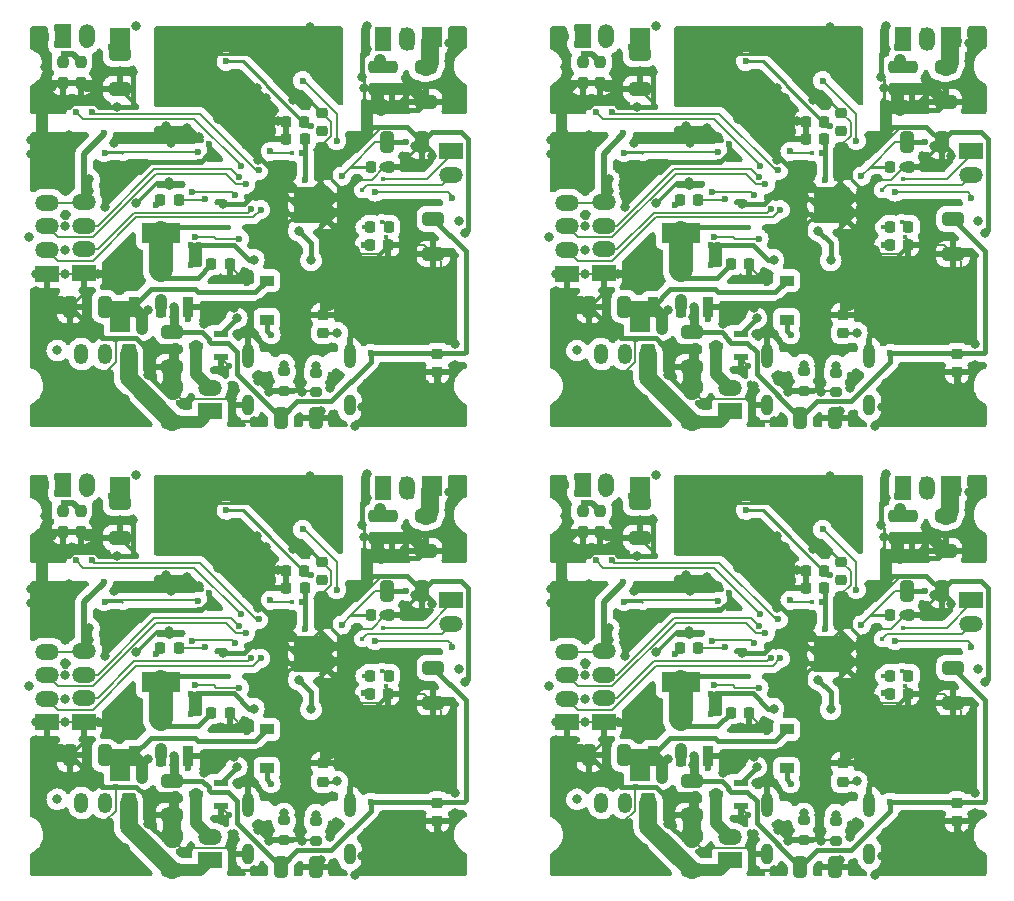
<source format=gbr>
%TF.GenerationSoftware,KiCad,Pcbnew,(6.0.4)*%
%TF.CreationDate,2022-09-20T18:54:46+09:00*%
%TF.ProjectId,mainboard_p_rev4,6d61696e-626f-4617-9264-5f705f726576,rev?*%
%TF.SameCoordinates,Original*%
%TF.FileFunction,Copper,L2,Bot*%
%TF.FilePolarity,Positive*%
%FSLAX46Y46*%
G04 Gerber Fmt 4.6, Leading zero omitted, Abs format (unit mm)*
G04 Created by KiCad (PCBNEW (6.0.4)) date 2022-09-20 18:54:46*
%MOMM*%
%LPD*%
G01*
G04 APERTURE LIST*
G04 Aperture macros list*
%AMRoundRect*
0 Rectangle with rounded corners*
0 $1 Rounding radius*
0 $2 $3 $4 $5 $6 $7 $8 $9 X,Y pos of 4 corners*
0 Add a 4 corners polygon primitive as box body*
4,1,4,$2,$3,$4,$5,$6,$7,$8,$9,$2,$3,0*
0 Add four circle primitives for the rounded corners*
1,1,$1+$1,$2,$3*
1,1,$1+$1,$4,$5*
1,1,$1+$1,$6,$7*
1,1,$1+$1,$8,$9*
0 Add four rect primitives between the rounded corners*
20,1,$1+$1,$2,$3,$4,$5,0*
20,1,$1+$1,$4,$5,$6,$7,0*
20,1,$1+$1,$6,$7,$8,$9,0*
20,1,$1+$1,$8,$9,$2,$3,0*%
G04 Aperture macros list end*
%TA.AperFunction,SMDPad,CuDef*%
%ADD10R,1.700000X1.700000*%
%TD*%
%TA.AperFunction,SMDPad,CuDef*%
%ADD11RoundRect,0.237500X0.237500X-0.250000X0.237500X0.250000X-0.237500X0.250000X-0.237500X-0.250000X0*%
%TD*%
%TA.AperFunction,SMDPad,CuDef*%
%ADD12R,1.350000X2.000000*%
%TD*%
%TA.AperFunction,SMDPad,CuDef*%
%ADD13O,1.350000X2.000000*%
%TD*%
%TA.AperFunction,SMDPad,CuDef*%
%ADD14RoundRect,0.250000X0.325000X0.650000X-0.325000X0.650000X-0.325000X-0.650000X0.325000X-0.650000X0*%
%TD*%
%TA.AperFunction,SMDPad,CuDef*%
%ADD15RoundRect,0.225000X0.250000X-0.225000X0.250000X0.225000X-0.250000X0.225000X-0.250000X-0.225000X0*%
%TD*%
%TA.AperFunction,SMDPad,CuDef*%
%ADD16RoundRect,0.225000X0.225000X0.250000X-0.225000X0.250000X-0.225000X-0.250000X0.225000X-0.250000X0*%
%TD*%
%TA.AperFunction,SMDPad,CuDef*%
%ADD17RoundRect,0.225000X-0.225000X-0.250000X0.225000X-0.250000X0.225000X0.250000X-0.225000X0.250000X0*%
%TD*%
%TA.AperFunction,SMDPad,CuDef*%
%ADD18RoundRect,0.250000X-0.650000X0.325000X-0.650000X-0.325000X0.650000X-0.325000X0.650000X0.325000X0*%
%TD*%
%TA.AperFunction,SMDPad,CuDef*%
%ADD19R,2.000000X1.350000*%
%TD*%
%TA.AperFunction,SMDPad,CuDef*%
%ADD20O,2.000000X1.350000*%
%TD*%
%TA.AperFunction,SMDPad,CuDef*%
%ADD21RoundRect,0.250000X0.650000X-0.325000X0.650000X0.325000X-0.650000X0.325000X-0.650000X-0.325000X0*%
%TD*%
%TA.AperFunction,SMDPad,CuDef*%
%ADD22RoundRect,0.225000X-0.250000X0.225000X-0.250000X-0.225000X0.250000X-0.225000X0.250000X0.225000X0*%
%TD*%
%TA.AperFunction,SMDPad,CuDef*%
%ADD23R,0.950000X1.750000*%
%TD*%
%TA.AperFunction,SMDPad,CuDef*%
%ADD24R,3.200000X1.750000*%
%TD*%
%TA.AperFunction,ComponentPad*%
%ADD25RoundRect,0.250000X0.350000X0.625000X-0.350000X0.625000X-0.350000X-0.625000X0.350000X-0.625000X0*%
%TD*%
%TA.AperFunction,ComponentPad*%
%ADD26O,1.200000X1.750000*%
%TD*%
%TA.AperFunction,SMDPad,CuDef*%
%ADD27RoundRect,0.200000X-0.275000X0.200000X-0.275000X-0.200000X0.275000X-0.200000X0.275000X0.200000X0*%
%TD*%
%TA.AperFunction,SMDPad,CuDef*%
%ADD28RoundRect,0.250000X-0.325000X-0.650000X0.325000X-0.650000X0.325000X0.650000X-0.325000X0.650000X0*%
%TD*%
%TA.AperFunction,SMDPad,CuDef*%
%ADD29R,1.300000X0.600000*%
%TD*%
%TA.AperFunction,SMDPad,CuDef*%
%ADD30R,1.200000X0.900000*%
%TD*%
%TA.AperFunction,ComponentPad*%
%ADD31O,1.000000X2.100000*%
%TD*%
%TA.AperFunction,ComponentPad*%
%ADD32O,1.000000X1.800000*%
%TD*%
%TA.AperFunction,ComponentPad*%
%ADD33C,0.600000*%
%TD*%
%TA.AperFunction,ViaPad*%
%ADD34C,0.800000*%
%TD*%
%TA.AperFunction,ViaPad*%
%ADD35C,0.600000*%
%TD*%
%TA.AperFunction,ViaPad*%
%ADD36C,0.400000*%
%TD*%
%TA.AperFunction,Conductor*%
%ADD37C,0.200000*%
%TD*%
%TA.AperFunction,Conductor*%
%ADD38C,0.400000*%
%TD*%
%TA.AperFunction,Conductor*%
%ADD39C,2.000000*%
%TD*%
%TA.AperFunction,Conductor*%
%ADD40C,1.000000*%
%TD*%
%TA.AperFunction,Conductor*%
%ADD41C,0.300000*%
%TD*%
%TA.AperFunction,Conductor*%
%ADD42C,0.500000*%
%TD*%
%TA.AperFunction,Conductor*%
%ADD43C,1.500000*%
%TD*%
%TA.AperFunction,Conductor*%
%ADD44C,0.250000*%
%TD*%
%TA.AperFunction,Conductor*%
%ADD45C,0.800000*%
%TD*%
G04 APERTURE END LIST*
D10*
%TO.P,REF\u002A\u002A17,1*%
%TO.N,/+7V4*%
X177150400Y-114588400D03*
%TD*%
D11*
%TO.P,R90,1*%
%TO.N,GND*%
X172299000Y-118396500D03*
%TO.P,R90,2*%
%TO.N,Net-(IC8-Pad7)*%
X172299000Y-116571500D03*
%TD*%
D12*
%TO.P,M7,1,+*%
%TO.N,/M1_PLUS*%
X199406400Y-114613800D03*
D13*
%TO.P,M7,2,-*%
%TO.N,/M1_MINUS*%
X201406400Y-114613800D03*
%TD*%
D14*
%TO.P,C109,1*%
%TO.N,/+7V4*%
X175806000Y-137296000D03*
%TO.P,C109,2*%
%TO.N,GND*%
X172856000Y-137296000D03*
%TD*%
D15*
%TO.P,C92,1*%
%TO.N,/XIN*%
X194193800Y-122437000D03*
%TO.P,C92,2*%
%TO.N,GND*%
X194193800Y-120887000D03*
%TD*%
D16*
%TO.P,C93,1*%
%TO.N,+1V1*%
X192759000Y-123122800D03*
%TO.P,C93,2*%
%TO.N,GND*%
X191209000Y-123122800D03*
%TD*%
D12*
%TO.P,M8,1,+*%
%TO.N,/M2_PLUS*%
X172289600Y-114410600D03*
D13*
%TO.P,M8,2,-*%
%TO.N,/M2_MINUS*%
X174289600Y-114410600D03*
%TD*%
D11*
%TO.P,R89,1*%
%TO.N,GND*%
X198638800Y-118853700D03*
%TO.P,R89,2*%
%TO.N,Net-(IC7-Pad7)*%
X198638800Y-117028700D03*
%TD*%
D17*
%TO.P,R81,1*%
%TO.N,/3V3_REG_OUT*%
X180541000Y-128228200D03*
%TO.P,R81,2*%
%TO.N,Net-(R12-Pad2)*%
X182091000Y-128228200D03*
%TD*%
D18*
%TO.P,C113,1*%
%TO.N,+3V3*%
X203642600Y-129875600D03*
%TO.P,C113,2*%
%TO.N,GND*%
X203642600Y-132825600D03*
%TD*%
D19*
%TO.P,J32,1,Pin_1*%
%TO.N,/GPIO9_I2C_EXT_SCL*%
X205166600Y-124129400D03*
D20*
%TO.P,J32,2,Pin_2*%
%TO.N,/GPIO8_I2C_EXT_SDA*%
X205166600Y-126129400D03*
%TD*%
D19*
%TO.P,J28,1,Pin_1*%
%TO.N,GND*%
X170952800Y-134500000D03*
D20*
%TO.P,J28,2,Pin_2*%
%TO.N,/GPIO23_MOE_B_2*%
X170952800Y-132500000D03*
%TO.P,J28,3,Pin_3*%
%TO.N,/GPIO21_MOE_B_1*%
X170952800Y-130500000D03*
%TO.P,J28,4,Pin_4*%
%TO.N,+3V3*%
X170952800Y-128500000D03*
%TD*%
D21*
%TO.P,C108,1*%
%TO.N,/+7V4*%
X181544600Y-147026000D03*
%TO.P,C108,2*%
%TO.N,GND*%
X181544600Y-144076000D03*
%TD*%
D22*
%TO.P,C98,1*%
%TO.N,+3V3*%
X203972800Y-141296200D03*
%TO.P,C98,2*%
%TO.N,GND*%
X203972800Y-142846200D03*
%TD*%
D15*
%TO.P,C101,1*%
%TO.N,+3V3*%
X194295400Y-139518800D03*
%TO.P,C101,2*%
%TO.N,GND*%
X194295400Y-137968800D03*
%TD*%
D18*
%TO.P,C95,1*%
%TO.N,/+7V4*%
X203007600Y-117025000D03*
%TO.P,C95,2*%
%TO.N,GND*%
X203007600Y-119975000D03*
%TD*%
D23*
%TO.P,IC14,1,GND*%
%TO.N,GND*%
X182879400Y-137347200D03*
%TO.P,IC14,2,OUT_1*%
%TO.N,/3V3_REG_OUT*%
X180579400Y-137347200D03*
%TO.P,IC14,3,IN*%
%TO.N,/+7V4*%
X178279400Y-137347200D03*
D24*
%TO.P,IC14,4,OUT_2*%
%TO.N,/3V3_REG_OUT*%
X180579400Y-131047200D03*
%TD*%
D11*
%TO.P,R87,1*%
%TO.N,GND*%
X200137400Y-118853700D03*
%TO.P,R87,2*%
%TO.N,Net-(IC7-Pad7)*%
X200137400Y-117028700D03*
%TD*%
D25*
%TO.P,J25,1,Pin_1*%
%TO.N,/+7V4*%
X177836200Y-141309200D03*
D26*
%TO.P,J25,2*%
%TO.N,N/C*%
X175836200Y-141309200D03*
%TO.P,J25,3,Pin_2*%
%TO.N,GND1*%
X173836200Y-141309200D03*
%TD*%
D19*
%TO.P,J27,1,Pin_1*%
%TO.N,/+7V4*%
X184745000Y-146170000D03*
D20*
%TO.P,J27,2,Pin_2*%
%TO.N,Net-(J4-Pad2)*%
X184745000Y-144170000D03*
%TD*%
D17*
%TO.P,C103,1*%
%TO.N,+3V3*%
X198346400Y-125434200D03*
%TO.P,C103,2*%
%TO.N,GND*%
X199896400Y-125434200D03*
%TD*%
%TO.P,C99,1*%
%TO.N,/3V3_REG_OUT*%
X184859000Y-133663800D03*
%TO.P,C99,2*%
%TO.N,GND*%
X186409000Y-133663800D03*
%TD*%
D19*
%TO.P,J29,1,Pin_1*%
%TO.N,GND*%
X174077000Y-134454000D03*
D20*
%TO.P,J29,2,Pin_2*%
%TO.N,/GPIO22_MOE_A_2*%
X174077000Y-132454000D03*
%TO.P,J29,3,Pin_3*%
%TO.N,/GPIO20_MOE_A_1*%
X174077000Y-130454000D03*
%TO.P,J29,4,Pin_4*%
%TO.N,+3V3*%
X174077000Y-128454000D03*
%TD*%
D18*
%TO.P,C110,1*%
%TO.N,+3V3*%
X181544600Y-139427800D03*
%TO.P,C110,2*%
%TO.N,GND*%
X181544600Y-142377800D03*
%TD*%
D17*
%TO.P,R76,1*%
%TO.N,/GPIO2_LED*%
X198321000Y-130539600D03*
%TO.P,R76,2*%
%TO.N,Net-(D3-Pad2)*%
X199871000Y-130539600D03*
%TD*%
D18*
%TO.P,C112,1*%
%TO.N,/+7V4*%
X177099600Y-115907400D03*
%TO.P,C112,2*%
%TO.N,GND*%
X177099600Y-118857400D03*
%TD*%
D27*
%TO.P,R85,1*%
%TO.N,Net-(R16-Pad1)*%
X193700000Y-142875000D03*
%TO.P,R85,2*%
%TO.N,GND*%
X193700000Y-144525000D03*
%TD*%
%TO.P,R86,1*%
%TO.N,Net-(R17-Pad1)*%
X191000000Y-142775000D03*
%TO.P,R86,2*%
%TO.N,GND*%
X191000000Y-144425000D03*
%TD*%
D17*
%TO.P,C96,1*%
%TO.N,+3V3*%
X198270200Y-132063600D03*
%TO.P,C96,2*%
%TO.N,GND*%
X199820200Y-132063600D03*
%TD*%
D28*
%TO.P,C107,1*%
%TO.N,+3V3*%
X190725000Y-146700000D03*
%TO.P,C107,2*%
%TO.N,GND*%
X193675000Y-146700000D03*
%TD*%
D16*
%TO.P,C105,1*%
%TO.N,+3V3*%
X192733600Y-121649600D03*
%TO.P,C105,2*%
%TO.N,GND*%
X191183600Y-121649600D03*
%TD*%
D10*
%TO.P,REF\u002A\u002A18,1*%
%TO.N,/+7V4*%
X203500000Y-114500000D03*
%TD*%
D11*
%TO.P,R88,1*%
%TO.N,GND*%
X173772200Y-118396500D03*
%TO.P,R88,2*%
%TO.N,Net-(IC8-Pad7)*%
X173772200Y-116571500D03*
%TD*%
D29*
%TO.P,Q12,1,G*%
%TO.N,Net-(Q7-Pad1)*%
X185678200Y-139648000D03*
%TO.P,Q12,2,S*%
%TO.N,GND*%
X185678200Y-141548000D03*
%TO.P,Q12,3,D*%
%TO.N,Net-(J4-Pad2)*%
X183578200Y-140598000D03*
%TD*%
D30*
%TO.P,D7,1,K*%
%TO.N,/+7V4*%
X189545600Y-135087200D03*
%TO.P,D7,2,A*%
%TO.N,/VBUS*%
X189545600Y-138387200D03*
%TD*%
D28*
%TO.P,C116,1*%
%TO.N,+3V3*%
X199729200Y-123376800D03*
%TO.P,C116,2*%
%TO.N,GND*%
X202679200Y-123376800D03*
%TD*%
D10*
%TO.P,6,1*%
%TO.N,/+7V4*%
X177125000Y-138591400D03*
%TD*%
D31*
%TO.P,U14,SHIELD,SHIELD*%
%TO.N,GND*%
X196570000Y-141470000D03*
X187930000Y-141470000D03*
D32*
X187930000Y-145650000D03*
%TO.P,U14,SHILED*%
%TO.N,N/C*%
X196570000Y-145650000D03*
%TD*%
D33*
%TO.P,U13,57,GND*%
%TO.N,GND*%
X193387600Y-127401900D03*
X194662600Y-129951900D03*
X193387600Y-128676900D03*
X194662600Y-128676900D03*
X193387600Y-129951900D03*
X192112600Y-129951900D03*
X192112600Y-127401900D03*
X192112600Y-128676900D03*
X194662600Y-127401900D03*
%TD*%
D10*
%TO.P,REF\u002A\u002A11,1*%
%TO.N,/+7V4*%
X133150400Y-114588400D03*
%TD*%
D11*
%TO.P,R67,1*%
%TO.N,GND*%
X128299000Y-118396500D03*
%TO.P,R67,2*%
%TO.N,Net-(IC8-Pad7)*%
X128299000Y-116571500D03*
%TD*%
D12*
%TO.P,M5,1,+*%
%TO.N,/M1_PLUS*%
X155406400Y-114613800D03*
D13*
%TO.P,M5,2,-*%
%TO.N,/M1_MINUS*%
X157406400Y-114613800D03*
%TD*%
D14*
%TO.P,C79,1*%
%TO.N,/+7V4*%
X131806000Y-137296000D03*
%TO.P,C79,2*%
%TO.N,GND*%
X128856000Y-137296000D03*
%TD*%
D15*
%TO.P,C62,1*%
%TO.N,/XIN*%
X150193800Y-122437000D03*
%TO.P,C62,2*%
%TO.N,GND*%
X150193800Y-120887000D03*
%TD*%
D16*
%TO.P,C63,1*%
%TO.N,+1V1*%
X148759000Y-123122800D03*
%TO.P,C63,2*%
%TO.N,GND*%
X147209000Y-123122800D03*
%TD*%
D12*
%TO.P,M6,1,+*%
%TO.N,/M2_PLUS*%
X128289600Y-114410600D03*
D13*
%TO.P,M6,2,-*%
%TO.N,/M2_MINUS*%
X130289600Y-114410600D03*
%TD*%
D11*
%TO.P,R66,1*%
%TO.N,GND*%
X154638800Y-118853700D03*
%TO.P,R66,2*%
%TO.N,Net-(IC7-Pad7)*%
X154638800Y-117028700D03*
%TD*%
D17*
%TO.P,R58,1*%
%TO.N,/3V3_REG_OUT*%
X136541000Y-128228200D03*
%TO.P,R58,2*%
%TO.N,Net-(R12-Pad2)*%
X138091000Y-128228200D03*
%TD*%
D18*
%TO.P,C83,1*%
%TO.N,+3V3*%
X159642600Y-129875600D03*
%TO.P,C83,2*%
%TO.N,GND*%
X159642600Y-132825600D03*
%TD*%
D19*
%TO.P,J24,1,Pin_1*%
%TO.N,/GPIO9_I2C_EXT_SCL*%
X161166600Y-124129400D03*
D20*
%TO.P,J24,2,Pin_2*%
%TO.N,/GPIO8_I2C_EXT_SDA*%
X161166600Y-126129400D03*
%TD*%
D19*
%TO.P,J20,1,Pin_1*%
%TO.N,GND*%
X126952800Y-134500000D03*
D20*
%TO.P,J20,2,Pin_2*%
%TO.N,/GPIO23_MOE_B_2*%
X126952800Y-132500000D03*
%TO.P,J20,3,Pin_3*%
%TO.N,/GPIO21_MOE_B_1*%
X126952800Y-130500000D03*
%TO.P,J20,4,Pin_4*%
%TO.N,+3V3*%
X126952800Y-128500000D03*
%TD*%
D21*
%TO.P,C78,1*%
%TO.N,/+7V4*%
X137544600Y-147026000D03*
%TO.P,C78,2*%
%TO.N,GND*%
X137544600Y-144076000D03*
%TD*%
D22*
%TO.P,C68,1*%
%TO.N,+3V3*%
X159972800Y-141296200D03*
%TO.P,C68,2*%
%TO.N,GND*%
X159972800Y-142846200D03*
%TD*%
D15*
%TO.P,C71,1*%
%TO.N,+3V3*%
X150295400Y-139518800D03*
%TO.P,C71,2*%
%TO.N,GND*%
X150295400Y-137968800D03*
%TD*%
D18*
%TO.P,C65,1*%
%TO.N,/+7V4*%
X159007600Y-117025000D03*
%TO.P,C65,2*%
%TO.N,GND*%
X159007600Y-119975000D03*
%TD*%
D23*
%TO.P,IC6,1,GND*%
%TO.N,GND*%
X138879400Y-137347200D03*
%TO.P,IC6,2,OUT_1*%
%TO.N,/3V3_REG_OUT*%
X136579400Y-137347200D03*
%TO.P,IC6,3,IN*%
%TO.N,/+7V4*%
X134279400Y-137347200D03*
D24*
%TO.P,IC6,4,OUT_2*%
%TO.N,/3V3_REG_OUT*%
X136579400Y-131047200D03*
%TD*%
D11*
%TO.P,R64,1*%
%TO.N,GND*%
X156137400Y-118853700D03*
%TO.P,R64,2*%
%TO.N,Net-(IC7-Pad7)*%
X156137400Y-117028700D03*
%TD*%
D25*
%TO.P,J17,1,Pin_1*%
%TO.N,/+7V4*%
X133836200Y-141309200D03*
D26*
%TO.P,J17,2*%
%TO.N,N/C*%
X131836200Y-141309200D03*
%TO.P,J17,3,Pin_2*%
%TO.N,GND1*%
X129836200Y-141309200D03*
%TD*%
D19*
%TO.P,J19,1,Pin_1*%
%TO.N,/+7V4*%
X140745000Y-146170000D03*
D20*
%TO.P,J19,2,Pin_2*%
%TO.N,Net-(J4-Pad2)*%
X140745000Y-144170000D03*
%TD*%
D17*
%TO.P,C73,1*%
%TO.N,+3V3*%
X154346400Y-125434200D03*
%TO.P,C73,2*%
%TO.N,GND*%
X155896400Y-125434200D03*
%TD*%
%TO.P,C69,1*%
%TO.N,/3V3_REG_OUT*%
X140859000Y-133663800D03*
%TO.P,C69,2*%
%TO.N,GND*%
X142409000Y-133663800D03*
%TD*%
D19*
%TO.P,J21,1,Pin_1*%
%TO.N,GND*%
X130077000Y-134454000D03*
D20*
%TO.P,J21,2,Pin_2*%
%TO.N,/GPIO22_MOE_A_2*%
X130077000Y-132454000D03*
%TO.P,J21,3,Pin_3*%
%TO.N,/GPIO20_MOE_A_1*%
X130077000Y-130454000D03*
%TO.P,J21,4,Pin_4*%
%TO.N,+3V3*%
X130077000Y-128454000D03*
%TD*%
D18*
%TO.P,C80,1*%
%TO.N,+3V3*%
X137544600Y-139427800D03*
%TO.P,C80,2*%
%TO.N,GND*%
X137544600Y-142377800D03*
%TD*%
D17*
%TO.P,R53,1*%
%TO.N,/GPIO2_LED*%
X154321000Y-130539600D03*
%TO.P,R53,2*%
%TO.N,Net-(D3-Pad2)*%
X155871000Y-130539600D03*
%TD*%
D18*
%TO.P,C82,1*%
%TO.N,/+7V4*%
X133099600Y-115907400D03*
%TO.P,C82,2*%
%TO.N,GND*%
X133099600Y-118857400D03*
%TD*%
D27*
%TO.P,R62,1*%
%TO.N,Net-(R16-Pad1)*%
X149700000Y-142875000D03*
%TO.P,R62,2*%
%TO.N,GND*%
X149700000Y-144525000D03*
%TD*%
%TO.P,R63,1*%
%TO.N,Net-(R17-Pad1)*%
X147000000Y-142775000D03*
%TO.P,R63,2*%
%TO.N,GND*%
X147000000Y-144425000D03*
%TD*%
D17*
%TO.P,C66,1*%
%TO.N,+3V3*%
X154270200Y-132063600D03*
%TO.P,C66,2*%
%TO.N,GND*%
X155820200Y-132063600D03*
%TD*%
D28*
%TO.P,C77,1*%
%TO.N,+3V3*%
X146725000Y-146700000D03*
%TO.P,C77,2*%
%TO.N,GND*%
X149675000Y-146700000D03*
%TD*%
D16*
%TO.P,C75,1*%
%TO.N,+3V3*%
X148733600Y-121649600D03*
%TO.P,C75,2*%
%TO.N,GND*%
X147183600Y-121649600D03*
%TD*%
D10*
%TO.P,REF\u002A\u002A12,1*%
%TO.N,/+7V4*%
X159500000Y-114500000D03*
%TD*%
D11*
%TO.P,R65,1*%
%TO.N,GND*%
X129772200Y-118396500D03*
%TO.P,R65,2*%
%TO.N,Net-(IC8-Pad7)*%
X129772200Y-116571500D03*
%TD*%
D29*
%TO.P,Q9,1,G*%
%TO.N,Net-(Q7-Pad1)*%
X141678200Y-139648000D03*
%TO.P,Q9,2,S*%
%TO.N,GND*%
X141678200Y-141548000D03*
%TO.P,Q9,3,D*%
%TO.N,Net-(J4-Pad2)*%
X139578200Y-140598000D03*
%TD*%
D30*
%TO.P,D5,1,K*%
%TO.N,/+7V4*%
X145545600Y-135087200D03*
%TO.P,D5,2,A*%
%TO.N,/VBUS*%
X145545600Y-138387200D03*
%TD*%
D28*
%TO.P,C86,1*%
%TO.N,+3V3*%
X155729200Y-123376800D03*
%TO.P,C86,2*%
%TO.N,GND*%
X158679200Y-123376800D03*
%TD*%
D10*
%TO.P,4,1*%
%TO.N,/+7V4*%
X133125000Y-138591400D03*
%TD*%
D31*
%TO.P,U10,SHIELD,SHIELD*%
%TO.N,GND*%
X152570000Y-141470000D03*
X143930000Y-141470000D03*
D32*
X143930000Y-145650000D03*
%TO.P,U10,SHILED*%
%TO.N,N/C*%
X152570000Y-145650000D03*
%TD*%
D33*
%TO.P,U3,57,GND*%
%TO.N,GND*%
X149387600Y-127401900D03*
X150662600Y-129951900D03*
X149387600Y-128676900D03*
X150662600Y-128676900D03*
X149387600Y-129951900D03*
X148112600Y-129951900D03*
X148112600Y-127401900D03*
X148112600Y-128676900D03*
X150662600Y-127401900D03*
%TD*%
D10*
%TO.P,REF\u002A\u002A5,1*%
%TO.N,/+7V4*%
X177150400Y-76588400D03*
%TD*%
D11*
%TO.P,R44,1*%
%TO.N,GND*%
X172299000Y-80396500D03*
%TO.P,R44,2*%
%TO.N,Net-(IC8-Pad7)*%
X172299000Y-78571500D03*
%TD*%
D12*
%TO.P,M3,1,+*%
%TO.N,/M1_PLUS*%
X199406400Y-76613800D03*
D13*
%TO.P,M3,2,-*%
%TO.N,/M1_MINUS*%
X201406400Y-76613800D03*
%TD*%
D14*
%TO.P,C49,1*%
%TO.N,/+7V4*%
X175806000Y-99296000D03*
%TO.P,C49,2*%
%TO.N,GND*%
X172856000Y-99296000D03*
%TD*%
D15*
%TO.P,C25,1*%
%TO.N,/XIN*%
X194193800Y-84437000D03*
%TO.P,C25,2*%
%TO.N,GND*%
X194193800Y-82887000D03*
%TD*%
D16*
%TO.P,C27,1*%
%TO.N,+1V1*%
X192759000Y-85122800D03*
%TO.P,C27,2*%
%TO.N,GND*%
X191209000Y-85122800D03*
%TD*%
D12*
%TO.P,M4,1,+*%
%TO.N,/M2_PLUS*%
X172289600Y-76410600D03*
D13*
%TO.P,M4,2,-*%
%TO.N,/M2_MINUS*%
X174289600Y-76410600D03*
%TD*%
D11*
%TO.P,R43,1*%
%TO.N,GND*%
X198638800Y-80853700D03*
%TO.P,R43,2*%
%TO.N,Net-(IC7-Pad7)*%
X198638800Y-79028700D03*
%TD*%
D17*
%TO.P,R35,1*%
%TO.N,/3V3_REG_OUT*%
X180541000Y-90228200D03*
%TO.P,R35,2*%
%TO.N,Net-(R12-Pad2)*%
X182091000Y-90228200D03*
%TD*%
D18*
%TO.P,C53,1*%
%TO.N,+3V3*%
X203642600Y-91875600D03*
%TO.P,C53,2*%
%TO.N,GND*%
X203642600Y-94825600D03*
%TD*%
D19*
%TO.P,J16,1,Pin_1*%
%TO.N,/GPIO9_I2C_EXT_SCL*%
X205166600Y-86129400D03*
D20*
%TO.P,J16,2,Pin_2*%
%TO.N,/GPIO8_I2C_EXT_SDA*%
X205166600Y-88129400D03*
%TD*%
D19*
%TO.P,J12,1,Pin_1*%
%TO.N,GND*%
X170952800Y-96500000D03*
D20*
%TO.P,J12,2,Pin_2*%
%TO.N,/GPIO23_MOE_B_2*%
X170952800Y-94500000D03*
%TO.P,J12,3,Pin_3*%
%TO.N,/GPIO21_MOE_B_1*%
X170952800Y-92500000D03*
%TO.P,J12,4,Pin_4*%
%TO.N,+3V3*%
X170952800Y-90500000D03*
%TD*%
D21*
%TO.P,C48,1*%
%TO.N,/+7V4*%
X181544600Y-109026000D03*
%TO.P,C48,2*%
%TO.N,GND*%
X181544600Y-106076000D03*
%TD*%
D22*
%TO.P,C38,1*%
%TO.N,+3V3*%
X203972800Y-103296200D03*
%TO.P,C38,2*%
%TO.N,GND*%
X203972800Y-104846200D03*
%TD*%
D15*
%TO.P,C41,1*%
%TO.N,+3V3*%
X194295400Y-101518800D03*
%TO.P,C41,2*%
%TO.N,GND*%
X194295400Y-99968800D03*
%TD*%
D18*
%TO.P,C29,1*%
%TO.N,/+7V4*%
X203007600Y-79025000D03*
%TO.P,C29,2*%
%TO.N,GND*%
X203007600Y-81975000D03*
%TD*%
D23*
%TO.P,IC4,1,GND*%
%TO.N,GND*%
X182879400Y-99347200D03*
%TO.P,IC4,2,OUT_1*%
%TO.N,/3V3_REG_OUT*%
X180579400Y-99347200D03*
%TO.P,IC4,3,IN*%
%TO.N,/+7V4*%
X178279400Y-99347200D03*
D24*
%TO.P,IC4,4,OUT_2*%
%TO.N,/3V3_REG_OUT*%
X180579400Y-93047200D03*
%TD*%
D11*
%TO.P,R41,1*%
%TO.N,GND*%
X200137400Y-80853700D03*
%TO.P,R41,2*%
%TO.N,Net-(IC7-Pad7)*%
X200137400Y-79028700D03*
%TD*%
D25*
%TO.P,J2,1,Pin_1*%
%TO.N,/+7V4*%
X177836200Y-103309200D03*
D26*
%TO.P,J2,2*%
%TO.N,N/C*%
X175836200Y-103309200D03*
%TO.P,J2,3,Pin_2*%
%TO.N,GND1*%
X173836200Y-103309200D03*
%TD*%
D19*
%TO.P,J9,1,Pin_1*%
%TO.N,/+7V4*%
X184745000Y-108170000D03*
D20*
%TO.P,J9,2,Pin_2*%
%TO.N,Net-(J4-Pad2)*%
X184745000Y-106170000D03*
%TD*%
D17*
%TO.P,C43,1*%
%TO.N,+3V3*%
X198346400Y-87434200D03*
%TO.P,C43,2*%
%TO.N,GND*%
X199896400Y-87434200D03*
%TD*%
%TO.P,C39,1*%
%TO.N,/3V3_REG_OUT*%
X184859000Y-95663800D03*
%TO.P,C39,2*%
%TO.N,GND*%
X186409000Y-95663800D03*
%TD*%
D19*
%TO.P,J13,1,Pin_1*%
%TO.N,GND*%
X174077000Y-96454000D03*
D20*
%TO.P,J13,2,Pin_2*%
%TO.N,/GPIO22_MOE_A_2*%
X174077000Y-94454000D03*
%TO.P,J13,3,Pin_3*%
%TO.N,/GPIO20_MOE_A_1*%
X174077000Y-92454000D03*
%TO.P,J13,4,Pin_4*%
%TO.N,+3V3*%
X174077000Y-90454000D03*
%TD*%
D18*
%TO.P,C50,1*%
%TO.N,+3V3*%
X181544600Y-101427800D03*
%TO.P,C50,2*%
%TO.N,GND*%
X181544600Y-104377800D03*
%TD*%
D17*
%TO.P,R30,1*%
%TO.N,/GPIO2_LED*%
X198321000Y-92539600D03*
%TO.P,R30,2*%
%TO.N,Net-(D3-Pad2)*%
X199871000Y-92539600D03*
%TD*%
D18*
%TO.P,C52,1*%
%TO.N,/+7V4*%
X177099600Y-77907400D03*
%TO.P,C52,2*%
%TO.N,GND*%
X177099600Y-80857400D03*
%TD*%
D27*
%TO.P,R39,1*%
%TO.N,Net-(R16-Pad1)*%
X193700000Y-104875000D03*
%TO.P,R39,2*%
%TO.N,GND*%
X193700000Y-106525000D03*
%TD*%
%TO.P,R40,1*%
%TO.N,Net-(R17-Pad1)*%
X191000000Y-104775000D03*
%TO.P,R40,2*%
%TO.N,GND*%
X191000000Y-106425000D03*
%TD*%
D17*
%TO.P,C31,1*%
%TO.N,+3V3*%
X198270200Y-94063600D03*
%TO.P,C31,2*%
%TO.N,GND*%
X199820200Y-94063600D03*
%TD*%
D28*
%TO.P,C47,1*%
%TO.N,+3V3*%
X190725000Y-108700000D03*
%TO.P,C47,2*%
%TO.N,GND*%
X193675000Y-108700000D03*
%TD*%
D16*
%TO.P,C45,1*%
%TO.N,+3V3*%
X192733600Y-83649600D03*
%TO.P,C45,2*%
%TO.N,GND*%
X191183600Y-83649600D03*
%TD*%
D10*
%TO.P,REF\u002A\u002A6,1*%
%TO.N,/+7V4*%
X203500000Y-76500000D03*
%TD*%
D11*
%TO.P,R42,1*%
%TO.N,GND*%
X173772200Y-80396500D03*
%TO.P,R42,2*%
%TO.N,Net-(IC8-Pad7)*%
X173772200Y-78571500D03*
%TD*%
D29*
%TO.P,Q8,1,G*%
%TO.N,Net-(Q7-Pad1)*%
X185678200Y-101648000D03*
%TO.P,Q8,2,S*%
%TO.N,GND*%
X185678200Y-103548000D03*
%TO.P,Q8,3,D*%
%TO.N,Net-(J4-Pad2)*%
X183578200Y-102598000D03*
%TD*%
D30*
%TO.P,D2,1,K*%
%TO.N,/+7V4*%
X189545600Y-97087200D03*
%TO.P,D2,2,A*%
%TO.N,/VBUS*%
X189545600Y-100387200D03*
%TD*%
D28*
%TO.P,C56,1*%
%TO.N,+3V3*%
X199729200Y-85376800D03*
%TO.P,C56,2*%
%TO.N,GND*%
X202679200Y-85376800D03*
%TD*%
D10*
%TO.P,2,1*%
%TO.N,/+7V4*%
X177125000Y-100591400D03*
%TD*%
D31*
%TO.P,U7,SHIELD,SHIELD*%
%TO.N,GND*%
X196570000Y-103470000D03*
X187930000Y-103470000D03*
D32*
X187930000Y-107650000D03*
%TO.P,U7,SHILED*%
%TO.N,N/C*%
X196570000Y-107650000D03*
%TD*%
D33*
%TO.P,U2,57,GND*%
%TO.N,GND*%
X193387600Y-89401900D03*
X194662600Y-91951900D03*
X193387600Y-90676900D03*
X194662600Y-90676900D03*
X193387600Y-91951900D03*
X192112600Y-91951900D03*
X192112600Y-89401900D03*
X192112600Y-90676900D03*
X194662600Y-89401900D03*
%TD*%
%TO.P,U1,57,GND*%
%TO.N,GND*%
X149387600Y-89401900D03*
X150662600Y-91951900D03*
X149387600Y-90676900D03*
X150662600Y-90676900D03*
X149387600Y-91951900D03*
X148112600Y-91951900D03*
X148112600Y-89401900D03*
X148112600Y-90676900D03*
X150662600Y-89401900D03*
%TD*%
D31*
%TO.P,U4,SHIELD,SHIELD*%
%TO.N,GND*%
X152570000Y-103470000D03*
X143930000Y-103470000D03*
D32*
X143930000Y-107650000D03*
%TO.P,U4,SHILED*%
%TO.N,N/C*%
X152570000Y-107650000D03*
%TD*%
D10*
%TO.P,,1*%
%TO.N,/+7V4*%
X133125000Y-100591400D03*
%TD*%
D28*
%TO.P,C33,1*%
%TO.N,+3V3*%
X155729200Y-85376800D03*
%TO.P,C33,2*%
%TO.N,GND*%
X158679200Y-85376800D03*
%TD*%
D18*
%TO.P,C22,1*%
%TO.N,/+7V4*%
X133099600Y-77907400D03*
%TO.P,C22,2*%
%TO.N,GND*%
X133099600Y-80857400D03*
%TD*%
D30*
%TO.P,D1,1,K*%
%TO.N,/+7V4*%
X145545600Y-97087200D03*
%TO.P,D1,2,A*%
%TO.N,/VBUS*%
X145545600Y-100387200D03*
%TD*%
D18*
%TO.P,C20,1*%
%TO.N,+3V3*%
X137544600Y-101427800D03*
%TO.P,C20,2*%
%TO.N,GND*%
X137544600Y-104377800D03*
%TD*%
D16*
%TO.P,C15,1*%
%TO.N,+3V3*%
X148733600Y-83649600D03*
%TO.P,C15,2*%
%TO.N,GND*%
X147183600Y-83649600D03*
%TD*%
D19*
%TO.P,J4,1,Pin_1*%
%TO.N,/+7V4*%
X140745000Y-108170000D03*
D20*
%TO.P,J4,2,Pin_2*%
%TO.N,Net-(J4-Pad2)*%
X140745000Y-106170000D03*
%TD*%
D19*
%TO.P,J6,1,Pin_1*%
%TO.N,GND*%
X130077000Y-96454000D03*
D20*
%TO.P,J6,2,Pin_2*%
%TO.N,/GPIO22_MOE_A_2*%
X130077000Y-94454000D03*
%TO.P,J6,3,Pin_3*%
%TO.N,/GPIO20_MOE_A_1*%
X130077000Y-92454000D03*
%TO.P,J6,4,Pin_4*%
%TO.N,+3V3*%
X130077000Y-90454000D03*
%TD*%
D17*
%TO.P,C9,1*%
%TO.N,/3V3_REG_OUT*%
X140859000Y-95663800D03*
%TO.P,C9,2*%
%TO.N,GND*%
X142409000Y-95663800D03*
%TD*%
%TO.P,R7,1*%
%TO.N,/GPIO2_LED*%
X154321000Y-92539600D03*
%TO.P,R7,2*%
%TO.N,Net-(D3-Pad2)*%
X155871000Y-92539600D03*
%TD*%
D25*
%TO.P,J1,1,Pin_1*%
%TO.N,/+7V4*%
X133836200Y-103309200D03*
D26*
%TO.P,J1,2*%
%TO.N,N/C*%
X131836200Y-103309200D03*
%TO.P,J1,3,Pin_2*%
%TO.N,GND1*%
X129836200Y-103309200D03*
%TD*%
D17*
%TO.P,C13,1*%
%TO.N,+3V3*%
X154346400Y-87434200D03*
%TO.P,C13,2*%
%TO.N,GND*%
X155896400Y-87434200D03*
%TD*%
D11*
%TO.P,R18,1*%
%TO.N,GND*%
X156137400Y-80853700D03*
%TO.P,R18,2*%
%TO.N,Net-(IC7-Pad7)*%
X156137400Y-79028700D03*
%TD*%
D23*
%TO.P,IC2,1,GND*%
%TO.N,GND*%
X138879400Y-99347200D03*
%TO.P,IC2,2,OUT_1*%
%TO.N,/3V3_REG_OUT*%
X136579400Y-99347200D03*
%TO.P,IC2,3,IN*%
%TO.N,/+7V4*%
X134279400Y-99347200D03*
D24*
%TO.P,IC2,4,OUT_2*%
%TO.N,/3V3_REG_OUT*%
X136579400Y-93047200D03*
%TD*%
D29*
%TO.P,Q7,1,G*%
%TO.N,Net-(Q7-Pad1)*%
X141678200Y-101648000D03*
%TO.P,Q7,2,S*%
%TO.N,GND*%
X141678200Y-103548000D03*
%TO.P,Q7,3,D*%
%TO.N,Net-(J4-Pad2)*%
X139578200Y-102598000D03*
%TD*%
D28*
%TO.P,C17,1*%
%TO.N,+3V3*%
X146725000Y-108700000D03*
%TO.P,C17,2*%
%TO.N,GND*%
X149675000Y-108700000D03*
%TD*%
D11*
%TO.P,R19,1*%
%TO.N,GND*%
X129772200Y-80396500D03*
%TO.P,R19,2*%
%TO.N,Net-(IC8-Pad7)*%
X129772200Y-78571500D03*
%TD*%
D10*
%TO.P,REF\u002A\u002A,1*%
%TO.N,/+7V4*%
X159500000Y-76500000D03*
%TD*%
D17*
%TO.P,C6,1*%
%TO.N,+3V3*%
X154270200Y-94063600D03*
%TO.P,C6,2*%
%TO.N,GND*%
X155820200Y-94063600D03*
%TD*%
D27*
%TO.P,R17,1*%
%TO.N,Net-(R17-Pad1)*%
X147000000Y-104775000D03*
%TO.P,R17,2*%
%TO.N,GND*%
X147000000Y-106425000D03*
%TD*%
%TO.P,R16,1*%
%TO.N,Net-(R16-Pad1)*%
X149700000Y-104875000D03*
%TO.P,R16,2*%
%TO.N,GND*%
X149700000Y-106525000D03*
%TD*%
D12*
%TO.P,M2,1,+*%
%TO.N,/M2_PLUS*%
X128289600Y-76410600D03*
D13*
%TO.P,M2,2,-*%
%TO.N,/M2_MINUS*%
X130289600Y-76410600D03*
%TD*%
D19*
%TO.P,J5,1,Pin_1*%
%TO.N,GND*%
X126952800Y-96500000D03*
D20*
%TO.P,J5,2,Pin_2*%
%TO.N,/GPIO23_MOE_B_2*%
X126952800Y-94500000D03*
%TO.P,J5,3,Pin_3*%
%TO.N,/GPIO21_MOE_B_1*%
X126952800Y-92500000D03*
%TO.P,J5,4,Pin_4*%
%TO.N,+3V3*%
X126952800Y-90500000D03*
%TD*%
D18*
%TO.P,C23,1*%
%TO.N,+3V3*%
X159642600Y-91875600D03*
%TO.P,C23,2*%
%TO.N,GND*%
X159642600Y-94825600D03*
%TD*%
D22*
%TO.P,C8,1*%
%TO.N,+3V3*%
X159972800Y-103296200D03*
%TO.P,C8,2*%
%TO.N,GND*%
X159972800Y-104846200D03*
%TD*%
D17*
%TO.P,R12,1*%
%TO.N,/3V3_REG_OUT*%
X136541000Y-90228200D03*
%TO.P,R12,2*%
%TO.N,Net-(R12-Pad2)*%
X138091000Y-90228200D03*
%TD*%
D21*
%TO.P,C18,1*%
%TO.N,/+7V4*%
X137544600Y-109026000D03*
%TO.P,C18,2*%
%TO.N,GND*%
X137544600Y-106076000D03*
%TD*%
D14*
%TO.P,C19,1*%
%TO.N,/+7V4*%
X131806000Y-99296000D03*
%TO.P,C19,2*%
%TO.N,GND*%
X128856000Y-99296000D03*
%TD*%
D11*
%TO.P,R20,1*%
%TO.N,GND*%
X154638800Y-80853700D03*
%TO.P,R20,2*%
%TO.N,Net-(IC7-Pad7)*%
X154638800Y-79028700D03*
%TD*%
D10*
%TO.P,REF\u002A\u002A,1*%
%TO.N,/+7V4*%
X133150400Y-76588400D03*
%TD*%
D18*
%TO.P,C5,1*%
%TO.N,/+7V4*%
X159007600Y-79025000D03*
%TO.P,C5,2*%
%TO.N,GND*%
X159007600Y-81975000D03*
%TD*%
D12*
%TO.P,M1,1,+*%
%TO.N,/M1_PLUS*%
X155406400Y-76613800D03*
D13*
%TO.P,M1,2,-*%
%TO.N,/M1_MINUS*%
X157406400Y-76613800D03*
%TD*%
D11*
%TO.P,R21,1*%
%TO.N,GND*%
X128299000Y-80396500D03*
%TO.P,R21,2*%
%TO.N,Net-(IC8-Pad7)*%
X128299000Y-78571500D03*
%TD*%
D19*
%TO.P,J11,1,Pin_1*%
%TO.N,/GPIO9_I2C_EXT_SCL*%
X161166600Y-86129400D03*
D20*
%TO.P,J11,2,Pin_2*%
%TO.N,/GPIO8_I2C_EXT_SDA*%
X161166600Y-88129400D03*
%TD*%
D15*
%TO.P,C11,1*%
%TO.N,+3V3*%
X150295400Y-101518800D03*
%TO.P,C11,2*%
%TO.N,GND*%
X150295400Y-99968800D03*
%TD*%
D16*
%TO.P,C3,1*%
%TO.N,+1V1*%
X148759000Y-85122800D03*
%TO.P,C3,2*%
%TO.N,GND*%
X147209000Y-85122800D03*
%TD*%
D15*
%TO.P,C2,1*%
%TO.N,/XIN*%
X150193800Y-84437000D03*
%TO.P,C2,2*%
%TO.N,GND*%
X150193800Y-82887000D03*
%TD*%
D34*
%TO.N,GND*%
X205000000Y-116500000D03*
D35*
X184500000Y-116400000D03*
D34*
X197600000Y-145800000D03*
X192500000Y-144500000D03*
X185006128Y-115250496D03*
D36*
X205150000Y-132500000D03*
D34*
X197000000Y-147400000D03*
X186800000Y-137400000D03*
X173000000Y-145500000D03*
X198000000Y-143800000D03*
X174500000Y-146978082D03*
X170000000Y-138000000D03*
X200800000Y-144200000D03*
X189000000Y-137000000D03*
X200000000Y-136000000D03*
X172500000Y-130500000D03*
X194880278Y-137244522D03*
X170600000Y-122400000D03*
X195400000Y-142900000D03*
X170000000Y-134500000D03*
X205000000Y-115000000D03*
X205475000Y-142200000D03*
X197575000Y-117825000D03*
D35*
X178826800Y-125866000D03*
D34*
X186775000Y-143975000D03*
X175397800Y-125600000D03*
D35*
X170978200Y-137092800D03*
X171486200Y-137550000D03*
D36*
X204277600Y-134959200D03*
D34*
X190471100Y-121600000D03*
D35*
X172019600Y-137118200D03*
D34*
X189700000Y-144500000D03*
X170000000Y-127000000D03*
X203500000Y-124500000D03*
X198000000Y-115500000D03*
X194000000Y-114500000D03*
X182000000Y-118500000D03*
X200000000Y-139000000D03*
X183763933Y-122937307D03*
X177099600Y-117382400D03*
X170000000Y-136000000D03*
X169400000Y-131400000D03*
X197167551Y-123677566D03*
X173123249Y-142874451D03*
X180500000Y-120000000D03*
X194500000Y-117500000D03*
X178500000Y-128500000D03*
X172800000Y-126200000D03*
X170000000Y-120000000D03*
X194000000Y-116000000D03*
D35*
X188571839Y-116027639D03*
D34*
X178625000Y-146975000D03*
X181000000Y-122000000D03*
X175500000Y-145000000D03*
X186575000Y-145125000D03*
X195300000Y-146900000D03*
X189250000Y-132250000D03*
X205000000Y-145500000D03*
X198000000Y-121600000D03*
D36*
X201991600Y-133003400D03*
D34*
X178475000Y-113575000D03*
X172800000Y-122800000D03*
X176600000Y-123400000D03*
X195500000Y-118500000D03*
X192500000Y-116500000D03*
X187585310Y-114296208D03*
X182800000Y-122200000D03*
X172321488Y-147000000D03*
X176850000Y-120375000D03*
X170000000Y-147000000D03*
X198000000Y-113500000D03*
X191800000Y-119800000D03*
D35*
X187852800Y-135270863D03*
D34*
X202000000Y-136000000D03*
X194092200Y-146135200D03*
X169600000Y-124400000D03*
D35*
X182890800Y-138362800D03*
D34*
X172400000Y-124600000D03*
X192300000Y-142300000D03*
X202000000Y-145400000D03*
X206310420Y-131098615D03*
X177887000Y-125510400D03*
X180490255Y-116995039D03*
D35*
X171410000Y-118804800D03*
D34*
X198000000Y-120600000D03*
X197800000Y-118800000D03*
X202000000Y-139000000D03*
D35*
X184646470Y-123500730D03*
D34*
X186700000Y-118400000D03*
X187000000Y-139600000D03*
D36*
X205600000Y-132900000D03*
D34*
X199995292Y-137480840D03*
X177500000Y-145150000D03*
X172500000Y-132500000D03*
X178200000Y-117400000D03*
X187800000Y-123600000D03*
X188800000Y-143600000D03*
D35*
X183921858Y-125017572D03*
D34*
X180500000Y-114000000D03*
X195500000Y-115500000D03*
X190500000Y-137000000D03*
D35*
X181849400Y-140598000D03*
D34*
X181250000Y-126750000D03*
X199500000Y-125434200D03*
X206000000Y-114000000D03*
X177000000Y-119000000D03*
X170000000Y-114000000D03*
D35*
X204201400Y-143900000D03*
D34*
X184300000Y-137200000D03*
X202067800Y-123707000D03*
X171000000Y-143500000D03*
D36*
X199600000Y-131414100D03*
D34*
X172496481Y-127490711D03*
X187750000Y-119250000D03*
X169600000Y-123200000D03*
X172500000Y-129500000D03*
X182000000Y-120000000D03*
X175250000Y-134500000D03*
X180500000Y-115500000D03*
X188775000Y-124845422D03*
X189500000Y-116500000D03*
X175250000Y-146000000D03*
X170000000Y-142000000D03*
X188492065Y-146994495D03*
X193200000Y-113600000D03*
X204500000Y-118500000D03*
X200800000Y-147000000D03*
D35*
X176800000Y-140000000D03*
D34*
X182000000Y-114000000D03*
X184200000Y-138800000D03*
D36*
X194200000Y-124200000D03*
D34*
X199800000Y-145400000D03*
X205500000Y-140500000D03*
X172500000Y-134500000D03*
D35*
X178445800Y-120379600D03*
D34*
X188750000Y-118750000D03*
%TO.N,+1V1*%
X193288100Y-133384400D03*
%TO.N,GND*%
X202000000Y-137500000D03*
X186750000Y-119500000D03*
X170500000Y-115000000D03*
X177400000Y-134600000D03*
X181400000Y-123400000D03*
D35*
%TO.N,+1V1*%
X192546083Y-124271277D03*
D34*
%TO.N,GND*%
X170500000Y-118500000D03*
X175839965Y-128839965D03*
X184700000Y-119500000D03*
X192238000Y-146770200D03*
X190400000Y-133200000D03*
X205500000Y-147000000D03*
X195493385Y-116992963D03*
X179513541Y-143086459D03*
X189447598Y-119630572D03*
X193000000Y-115500000D03*
X197800000Y-122800000D03*
X184800000Y-117900000D03*
D35*
X186324700Y-142299800D03*
D34*
X171000000Y-124600000D03*
X171000000Y-145500000D03*
D35*
X199172200Y-120608200D03*
D34*
X191000000Y-116000000D03*
%TO.N,+1V1*%
X192238000Y-130876400D03*
D35*
X192771400Y-126602600D03*
%TO.N,/3V3_REG_OUT*%
X180604800Y-130326300D03*
%TO.N,Net-(IC7-Pad7)*%
X199121400Y-116442600D03*
D34*
%TO.N,/+7V4*%
X178979200Y-139201000D03*
D35*
X204127355Y-114781839D03*
%TO.N,/GPIO23_MOE_B_2*%
X189013100Y-129077400D03*
%TO.N,+3V3*%
X203686800Y-130101200D03*
%TO.N,/GPIO20_MOE_A_1*%
X187178170Y-126301020D03*
D34*
%TO.N,+3V3*%
X181653902Y-138134200D03*
%TO.N,GND*%
X177200000Y-133000000D03*
D35*
%TO.N,/XIN*%
X194244600Y-122322400D03*
%TO.N,/+7V4*%
X176591600Y-114004200D03*
%TO.N,/RUN*%
X183734220Y-124240400D03*
D34*
%TO.N,+3V3*%
X181678900Y-137321400D03*
D35*
%TO.N,/RUN*%
X189843278Y-124145922D03*
D36*
X191687100Y-124265800D03*
D34*
%TO.N,+3V3*%
X205800500Y-130006200D03*
D35*
X186100000Y-116524500D03*
D34*
%TO.N,GND1*%
X171800000Y-141000000D03*
D35*
%TO.N,GND*%
X181575000Y-144400000D03*
D36*
%TO.N,Net-(D3-Pad2)*%
X199310570Y-130163248D03*
D35*
%TO.N,/VBUS*%
X189901200Y-139683600D03*
%TO.N,+3V3*%
X183830600Y-133689200D03*
D34*
%TO.N,GND*%
X187000000Y-147000000D03*
X185812100Y-128627780D03*
X205500000Y-120000000D03*
%TO.N,+3V3*%
X174500000Y-127500000D03*
D35*
X197800600Y-132038200D03*
X193251998Y-121996800D03*
D34*
%TO.N,GND*%
X170500000Y-121500000D03*
X192000000Y-115200000D03*
X194900000Y-144200000D03*
X189000000Y-121600000D03*
D35*
X188707400Y-123478400D03*
D34*
%TO.N,/+7V4*%
X178877600Y-138286600D03*
%TO.N,GND*%
X185400000Y-121400000D03*
D35*
%TO.N,+3V3*%
X183133992Y-133757421D03*
D34*
%TO.N,Net-(Q7-Pad1)*%
X187005600Y-138261200D03*
D35*
%TO.N,/+7V4*%
X203400000Y-114800000D03*
D34*
X179504237Y-137577257D03*
D35*
%TO.N,+3V3*%
X183129947Y-132099548D03*
%TO.N,/+7V4*%
X176388400Y-115350400D03*
%TO.N,+3V3*%
X183779800Y-132114400D03*
D34*
%TO.N,GND*%
X198800000Y-136800000D03*
D35*
%TO.N,+3V3*%
X198334000Y-141245400D03*
%TO.N,/RUN*%
X175804200Y-124265800D03*
%TO.N,Net-(IC8-Pad7)*%
X172380247Y-115910100D03*
D34*
%TO.N,GND*%
X176000000Y-117382400D03*
D35*
%TO.N,/+7V4*%
X176566200Y-114664600D03*
%TO.N,+3V3*%
X175721666Y-122615542D03*
X201290199Y-123377966D03*
D34*
%TO.N,GND*%
X170800000Y-117000000D03*
%TO.N,+3V3*%
X174500000Y-126500000D03*
%TO.N,GND*%
X195500000Y-138000000D03*
D35*
%TO.N,/+7V4*%
X203922000Y-114004200D03*
D34*
%TO.N,GND*%
X198800000Y-138800000D03*
%TO.N,+3V3*%
X188445129Y-133325329D03*
%TO.N,GND*%
X197000000Y-132500000D03*
D35*
%TO.N,+3V3*%
X195870200Y-126247000D03*
D34*
X195500000Y-139500000D03*
%TO.N,GND*%
X195500000Y-114000000D03*
%TO.N,Net-(R16-Pad1)*%
X193700000Y-142300000D03*
%TO.N,Net-(R17-Pad1)*%
X191011036Y-142200000D03*
D35*
%TO.N,/M2_PLUS*%
X171791000Y-115045600D03*
%TO.N,/GPIO19_MO_B_2*%
X173416600Y-120786000D03*
%TO.N,/GPIO22_MOE_A_2*%
X188195054Y-129047624D03*
%TO.N,Net-(R13-Pad1)*%
X183221000Y-127628700D03*
%TO.N,/GPIO19_MO_B_2*%
X187335800Y-125358000D03*
%TO.N,/GPIO18_MO_B_1*%
X188854626Y-125754152D03*
%TO.N,/M2_PLUS*%
X172592098Y-113801000D03*
D36*
%TO.N,/GPIO9_I2C_EXT_SCL*%
X199375000Y-126488991D03*
D35*
%TO.N,Net-(R13-Pad1)*%
X186812600Y-127809283D03*
%TO.N,/GPIO6_ToF_SDA*%
X205192000Y-128101200D03*
%TO.N,/GPIO26_ADC_I_monitor*%
X183436049Y-131360965D03*
X187214469Y-131543676D03*
D36*
%TO.N,/GPIO8_I2C_EXT_SDA*%
X197635822Y-127415976D03*
D35*
%TO.N,/GPIO6_ToF_SDA*%
X198735203Y-127588002D03*
D36*
%TO.N,/GPIO2_LED*%
X197749800Y-130565000D03*
D35*
%TO.N,/GPIO14_IMU_SCK*%
X192593600Y-118152900D03*
%TO.N,/GPIO18_MO_B_1*%
X174737400Y-120786000D03*
%TO.N,/GPIO21_MOE_B_1*%
X187762508Y-126922700D03*
%TO.N,/GPIO14_IMU_SCK*%
X195469020Y-123249800D03*
%TO.N,/M2_PLUS*%
X171791000Y-113724800D03*
%TO.N,/M2_MINUS*%
X174241102Y-114359800D03*
X174231588Y-113683879D03*
X174280200Y-115121800D03*
%TO.N,/M1_PLUS*%
X199540498Y-114613800D03*
X199540498Y-113877200D03*
%TO.N,Net-(R12-Pad2)*%
X184338600Y-128152000D03*
%TO.N,/M1_PLUS*%
X198918200Y-115325000D03*
%TO.N,/M1_MINUS*%
X201189502Y-114715400D03*
X201189502Y-114000000D03*
X201500000Y-115306898D03*
%TO.N,/3V3_REG_OUT*%
X180579400Y-136722320D03*
X180554000Y-134832200D03*
X180500000Y-133500000D03*
D36*
X186243600Y-130565000D03*
D35*
X180122200Y-128685400D03*
X180579400Y-137981800D03*
D34*
%TO.N,GND*%
X161000000Y-116500000D03*
D35*
X140500000Y-116400000D03*
D34*
X153600000Y-145800000D03*
X148500000Y-144500000D03*
X141006128Y-115250496D03*
D36*
X161150000Y-132500000D03*
D34*
X153000000Y-147400000D03*
X142800000Y-137400000D03*
X129000000Y-145500000D03*
X154000000Y-143800000D03*
X130500000Y-146978082D03*
X126000000Y-138000000D03*
X156800000Y-144200000D03*
X145000000Y-137000000D03*
X156000000Y-136000000D03*
X128500000Y-130500000D03*
X150880278Y-137244522D03*
X126600000Y-122400000D03*
X151400000Y-142900000D03*
X126000000Y-134500000D03*
X161000000Y-115000000D03*
X161475000Y-142200000D03*
X153575000Y-117825000D03*
D35*
X134826800Y-125866000D03*
D34*
X142775000Y-143975000D03*
X131397800Y-125600000D03*
D35*
X126978200Y-137092800D03*
X127486200Y-137550000D03*
D36*
X160277600Y-134959200D03*
D34*
X146471100Y-121600000D03*
D35*
X128019600Y-137118200D03*
D34*
X145700000Y-144500000D03*
X126000000Y-127000000D03*
X159500000Y-124500000D03*
X154000000Y-115500000D03*
X150000000Y-114500000D03*
X138000000Y-118500000D03*
X156000000Y-139000000D03*
X139763933Y-122937307D03*
X133099600Y-117382400D03*
X126000000Y-136000000D03*
X125400000Y-131400000D03*
X153167551Y-123677566D03*
X129123249Y-142874451D03*
X136500000Y-120000000D03*
X150500000Y-117500000D03*
X134500000Y-128500000D03*
X128800000Y-126200000D03*
X126000000Y-120000000D03*
X150000000Y-116000000D03*
D35*
X144571839Y-116027639D03*
D34*
X134625000Y-146975000D03*
X137000000Y-122000000D03*
X131500000Y-145000000D03*
X142575000Y-145125000D03*
X151300000Y-146900000D03*
X145250000Y-132250000D03*
X161000000Y-145500000D03*
X154000000Y-121600000D03*
D36*
X157991600Y-133003400D03*
D34*
X134475000Y-113575000D03*
X128800000Y-122800000D03*
X132600000Y-123400000D03*
X151500000Y-118500000D03*
X148500000Y-116500000D03*
X143585310Y-114296208D03*
X138800000Y-122200000D03*
X128321488Y-147000000D03*
X132850000Y-120375000D03*
X126000000Y-147000000D03*
X154000000Y-113500000D03*
X147800000Y-119800000D03*
D35*
X143852800Y-135270863D03*
D34*
X158000000Y-136000000D03*
X150092200Y-146135200D03*
X125600000Y-124400000D03*
D35*
X138890800Y-138362800D03*
D34*
X128400000Y-124600000D03*
X148300000Y-142300000D03*
X158000000Y-145400000D03*
X162310420Y-131098615D03*
X133887000Y-125510400D03*
X136490255Y-116995039D03*
D35*
X127410000Y-118804800D03*
D34*
X154000000Y-120600000D03*
X153800000Y-118800000D03*
X158000000Y-139000000D03*
D35*
X140646470Y-123500730D03*
D34*
X142700000Y-118400000D03*
X143000000Y-139600000D03*
D36*
X161600000Y-132900000D03*
D34*
X155995292Y-137480840D03*
X133500000Y-145150000D03*
X128500000Y-132500000D03*
X134200000Y-117400000D03*
X143800000Y-123600000D03*
X144800000Y-143600000D03*
D35*
X139921858Y-125017572D03*
D34*
X136500000Y-114000000D03*
X151500000Y-115500000D03*
X146500000Y-137000000D03*
D35*
X137849400Y-140598000D03*
D34*
X137250000Y-126750000D03*
X155500000Y-125434200D03*
X162000000Y-114000000D03*
X133000000Y-119000000D03*
X126000000Y-114000000D03*
D35*
X160201400Y-143900000D03*
D34*
X140300000Y-137200000D03*
X158067800Y-123707000D03*
X127000000Y-143500000D03*
D36*
X155600000Y-131414100D03*
D34*
X128496481Y-127490711D03*
X143750000Y-119250000D03*
X125600000Y-123200000D03*
X128500000Y-129500000D03*
X138000000Y-120000000D03*
X131250000Y-134500000D03*
X136500000Y-115500000D03*
X144775000Y-124845422D03*
X145500000Y-116500000D03*
X131250000Y-146000000D03*
X126000000Y-142000000D03*
X144492065Y-146994495D03*
X149200000Y-113600000D03*
X160500000Y-118500000D03*
X156800000Y-147000000D03*
D35*
X132800000Y-140000000D03*
D34*
X138000000Y-114000000D03*
X140200000Y-138800000D03*
D36*
X150200000Y-124200000D03*
D34*
X155800000Y-145400000D03*
X161500000Y-140500000D03*
X128500000Y-134500000D03*
D35*
X134445800Y-120379600D03*
D34*
X144750000Y-118750000D03*
%TO.N,+1V1*%
X149288100Y-133384400D03*
%TO.N,GND*%
X158000000Y-137500000D03*
X142750000Y-119500000D03*
X126500000Y-115000000D03*
X133400000Y-134600000D03*
X137400000Y-123400000D03*
D35*
%TO.N,+1V1*%
X148546083Y-124271277D03*
D34*
%TO.N,GND*%
X126500000Y-118500000D03*
X131839965Y-128839965D03*
X140700000Y-119500000D03*
X148238000Y-146770200D03*
X146400000Y-133200000D03*
X161500000Y-147000000D03*
X151493385Y-116992963D03*
X135513541Y-143086459D03*
X145447598Y-119630572D03*
X149000000Y-115500000D03*
X153800000Y-122800000D03*
X140800000Y-117900000D03*
D35*
X142324700Y-142299800D03*
D34*
X127000000Y-124600000D03*
X127000000Y-145500000D03*
D35*
X155172200Y-120608200D03*
D34*
X147000000Y-116000000D03*
%TO.N,+1V1*%
X148238000Y-130876400D03*
D35*
X148771400Y-126602600D03*
%TO.N,/3V3_REG_OUT*%
X136604800Y-130326300D03*
%TO.N,Net-(IC7-Pad7)*%
X155121400Y-116442600D03*
D34*
%TO.N,/+7V4*%
X134979200Y-139201000D03*
D35*
X160127355Y-114781839D03*
%TO.N,/GPIO23_MOE_B_2*%
X145013100Y-129077400D03*
%TO.N,+3V3*%
X159686800Y-130101200D03*
%TO.N,/GPIO20_MOE_A_1*%
X143178170Y-126301020D03*
D34*
%TO.N,+3V3*%
X137653902Y-138134200D03*
%TO.N,GND*%
X133200000Y-133000000D03*
D35*
%TO.N,/XIN*%
X150244600Y-122322400D03*
%TO.N,/+7V4*%
X132591600Y-114004200D03*
%TO.N,/RUN*%
X139734220Y-124240400D03*
D34*
%TO.N,+3V3*%
X137678900Y-137321400D03*
D35*
%TO.N,/RUN*%
X145843278Y-124145922D03*
D36*
X147687100Y-124265800D03*
D34*
%TO.N,+3V3*%
X161800500Y-130006200D03*
D35*
X142100000Y-116524500D03*
D34*
%TO.N,GND1*%
X127800000Y-141000000D03*
D35*
%TO.N,GND*%
X137575000Y-144400000D03*
D36*
%TO.N,Net-(D3-Pad2)*%
X155310570Y-130163248D03*
D35*
%TO.N,/VBUS*%
X145901200Y-139683600D03*
%TO.N,+3V3*%
X139830600Y-133689200D03*
D34*
%TO.N,GND*%
X143000000Y-147000000D03*
X141812100Y-128627780D03*
X161500000Y-120000000D03*
%TO.N,+3V3*%
X130500000Y-127500000D03*
D35*
X153800600Y-132038200D03*
X149251998Y-121996800D03*
D34*
%TO.N,GND*%
X126500000Y-121500000D03*
X148000000Y-115200000D03*
X150900000Y-144200000D03*
X145000000Y-121600000D03*
D35*
X144707400Y-123478400D03*
D34*
%TO.N,/+7V4*%
X134877600Y-138286600D03*
%TO.N,GND*%
X141400000Y-121400000D03*
D35*
%TO.N,+3V3*%
X139133992Y-133757421D03*
D34*
%TO.N,Net-(Q7-Pad1)*%
X143005600Y-138261200D03*
D35*
%TO.N,/+7V4*%
X159400000Y-114800000D03*
D34*
X135504237Y-137577257D03*
D35*
%TO.N,+3V3*%
X139129947Y-132099548D03*
%TO.N,/+7V4*%
X132388400Y-115350400D03*
%TO.N,+3V3*%
X139779800Y-132114400D03*
D34*
%TO.N,GND*%
X154800000Y-136800000D03*
D35*
%TO.N,+3V3*%
X154334000Y-141245400D03*
%TO.N,/RUN*%
X131804200Y-124265800D03*
%TO.N,Net-(IC8-Pad7)*%
X128380247Y-115910100D03*
D34*
%TO.N,GND*%
X132000000Y-117382400D03*
D35*
%TO.N,/+7V4*%
X132566200Y-114664600D03*
%TO.N,+3V3*%
X131721666Y-122615542D03*
X157290199Y-123377966D03*
D34*
%TO.N,GND*%
X126800000Y-117000000D03*
%TO.N,+3V3*%
X130500000Y-126500000D03*
%TO.N,GND*%
X151500000Y-138000000D03*
D35*
%TO.N,/+7V4*%
X159922000Y-114004200D03*
D34*
%TO.N,GND*%
X154800000Y-138800000D03*
%TO.N,+3V3*%
X144445129Y-133325329D03*
%TO.N,GND*%
X153000000Y-132500000D03*
D35*
%TO.N,+3V3*%
X151870200Y-126247000D03*
D34*
X151500000Y-139500000D03*
%TO.N,GND*%
X151500000Y-114000000D03*
%TO.N,Net-(R16-Pad1)*%
X149700000Y-142300000D03*
%TO.N,Net-(R17-Pad1)*%
X147011036Y-142200000D03*
D35*
%TO.N,/M2_PLUS*%
X127791000Y-115045600D03*
%TO.N,/GPIO19_MO_B_2*%
X129416600Y-120786000D03*
%TO.N,/GPIO22_MOE_A_2*%
X144195054Y-129047624D03*
%TO.N,Net-(R13-Pad1)*%
X139221000Y-127628700D03*
%TO.N,/GPIO19_MO_B_2*%
X143335800Y-125358000D03*
%TO.N,/GPIO18_MO_B_1*%
X144854626Y-125754152D03*
%TO.N,/M2_PLUS*%
X128592098Y-113801000D03*
D36*
%TO.N,/GPIO9_I2C_EXT_SCL*%
X155375000Y-126488991D03*
D35*
%TO.N,Net-(R13-Pad1)*%
X142812600Y-127809283D03*
%TO.N,/GPIO6_ToF_SDA*%
X161192000Y-128101200D03*
%TO.N,/GPIO26_ADC_I_monitor*%
X139436049Y-131360965D03*
X143214469Y-131543676D03*
D36*
%TO.N,/GPIO8_I2C_EXT_SDA*%
X153635822Y-127415976D03*
D35*
%TO.N,/GPIO6_ToF_SDA*%
X154735203Y-127588002D03*
D36*
%TO.N,/GPIO2_LED*%
X153749800Y-130565000D03*
D35*
%TO.N,/GPIO14_IMU_SCK*%
X148593600Y-118152900D03*
%TO.N,/GPIO18_MO_B_1*%
X130737400Y-120786000D03*
%TO.N,/GPIO21_MOE_B_1*%
X143762508Y-126922700D03*
%TO.N,/GPIO14_IMU_SCK*%
X151469020Y-123249800D03*
%TO.N,/M2_PLUS*%
X127791000Y-113724800D03*
%TO.N,/M2_MINUS*%
X130241102Y-114359800D03*
X130231588Y-113683879D03*
X130280200Y-115121800D03*
%TO.N,/M1_PLUS*%
X155540498Y-114613800D03*
X155540498Y-113877200D03*
%TO.N,Net-(R12-Pad2)*%
X140338600Y-128152000D03*
%TO.N,/M1_PLUS*%
X154918200Y-115325000D03*
%TO.N,/M1_MINUS*%
X157189502Y-114715400D03*
X157189502Y-114000000D03*
X157500000Y-115306898D03*
%TO.N,/3V3_REG_OUT*%
X136579400Y-136722320D03*
X136554000Y-134832200D03*
X136500000Y-133500000D03*
D36*
X142243600Y-130565000D03*
D35*
X136122200Y-128685400D03*
X136579400Y-137981800D03*
D34*
%TO.N,GND*%
X205000000Y-78500000D03*
D35*
X184500000Y-78400000D03*
D34*
X197600000Y-107800000D03*
X192500000Y-106500000D03*
X185006128Y-77250496D03*
D36*
X205150000Y-94500000D03*
D34*
X197000000Y-109400000D03*
X186800000Y-99400000D03*
X173000000Y-107500000D03*
X198000000Y-105800000D03*
X174500000Y-108978082D03*
X170000000Y-100000000D03*
X200800000Y-106200000D03*
X189000000Y-99000000D03*
X200000000Y-98000000D03*
X172500000Y-92500000D03*
X194880278Y-99244522D03*
X170600000Y-84400000D03*
X195400000Y-104900000D03*
X170000000Y-96500000D03*
X205000000Y-77000000D03*
X205475000Y-104200000D03*
X197575000Y-79825000D03*
D35*
X178826800Y-87866000D03*
D34*
X186775000Y-105975000D03*
X175397800Y-87600000D03*
D35*
X170978200Y-99092800D03*
X171486200Y-99550000D03*
D36*
X204277600Y-96959200D03*
D34*
X190471100Y-83600000D03*
D35*
X172019600Y-99118200D03*
D34*
X189700000Y-106500000D03*
X170000000Y-89000000D03*
X203500000Y-86500000D03*
X198000000Y-77500000D03*
X194000000Y-76500000D03*
X182000000Y-80500000D03*
X200000000Y-101000000D03*
X183763933Y-84937307D03*
X177099600Y-79382400D03*
X170000000Y-98000000D03*
X169400000Y-93400000D03*
X197167551Y-85677566D03*
X173123249Y-104874451D03*
X180500000Y-82000000D03*
X194500000Y-79500000D03*
X178500000Y-90500000D03*
X172800000Y-88200000D03*
X170000000Y-82000000D03*
X194000000Y-78000000D03*
D35*
X188571839Y-78027639D03*
D34*
X178625000Y-108975000D03*
X181000000Y-84000000D03*
X175500000Y-107000000D03*
X186575000Y-107125000D03*
X195300000Y-108900000D03*
X189250000Y-94250000D03*
X205000000Y-107500000D03*
X198000000Y-83600000D03*
D36*
X201991600Y-95003400D03*
D34*
X178475000Y-75575000D03*
X172800000Y-84800000D03*
X176600000Y-85400000D03*
X195500000Y-80500000D03*
X192500000Y-78500000D03*
X187585310Y-76296208D03*
X182800000Y-84200000D03*
X172321488Y-109000000D03*
X176850000Y-82375000D03*
X170000000Y-109000000D03*
X198000000Y-75500000D03*
X191800000Y-81800000D03*
D35*
X187852800Y-97270863D03*
D34*
X202000000Y-98000000D03*
X194092200Y-108135200D03*
X169600000Y-86400000D03*
D35*
X182890800Y-100362800D03*
D34*
X172400000Y-86600000D03*
X192300000Y-104300000D03*
X202000000Y-107400000D03*
X206310420Y-93098615D03*
X177887000Y-87510400D03*
X180490255Y-78995039D03*
D35*
X171410000Y-80804800D03*
D34*
X198000000Y-82600000D03*
X197800000Y-80800000D03*
X202000000Y-101000000D03*
D35*
X184646470Y-85500730D03*
D34*
X186700000Y-80400000D03*
X187000000Y-101600000D03*
D36*
X205600000Y-94900000D03*
D34*
X199995292Y-99480840D03*
X177500000Y-107150000D03*
X172500000Y-94500000D03*
X178200000Y-79400000D03*
X187800000Y-85600000D03*
X188800000Y-105600000D03*
D35*
X183921858Y-87017572D03*
D34*
X180500000Y-76000000D03*
X195500000Y-77500000D03*
X190500000Y-99000000D03*
D35*
X181849400Y-102598000D03*
D34*
X181250000Y-88750000D03*
X199500000Y-87434200D03*
X206000000Y-76000000D03*
X177000000Y-81000000D03*
X170000000Y-76000000D03*
D35*
X204201400Y-105900000D03*
D34*
X184300000Y-99200000D03*
X202067800Y-85707000D03*
X171000000Y-105500000D03*
D36*
X199600000Y-93414100D03*
D34*
X172496481Y-89490711D03*
X187750000Y-81250000D03*
X169600000Y-85200000D03*
X172500000Y-91500000D03*
X182000000Y-82000000D03*
X175250000Y-96500000D03*
X180500000Y-77500000D03*
X188775000Y-86845422D03*
X189500000Y-78500000D03*
X175250000Y-108000000D03*
X170000000Y-104000000D03*
X188492065Y-108994495D03*
X193200000Y-75600000D03*
X204500000Y-80500000D03*
X200800000Y-109000000D03*
D35*
X176800000Y-102000000D03*
D34*
X182000000Y-76000000D03*
X184200000Y-100800000D03*
D36*
X194200000Y-86200000D03*
D34*
X199800000Y-107400000D03*
X205500000Y-102500000D03*
X172500000Y-96500000D03*
D35*
X178445800Y-82379600D03*
D34*
X188750000Y-80750000D03*
%TO.N,+1V1*%
X193288100Y-95384400D03*
%TO.N,GND*%
X202000000Y-99500000D03*
X186750000Y-81500000D03*
X170500000Y-77000000D03*
X177400000Y-96600000D03*
X181400000Y-85400000D03*
D35*
%TO.N,+1V1*%
X192546083Y-86271277D03*
D34*
%TO.N,GND*%
X170500000Y-80500000D03*
X175839965Y-90839965D03*
X184700000Y-81500000D03*
X192238000Y-108770200D03*
X190400000Y-95200000D03*
X205500000Y-109000000D03*
X195493385Y-78992963D03*
X179513541Y-105086459D03*
X189447598Y-81630572D03*
X193000000Y-77500000D03*
X197800000Y-84800000D03*
X184800000Y-79900000D03*
D35*
X186324700Y-104299800D03*
D34*
X171000000Y-86600000D03*
X171000000Y-107500000D03*
D35*
X199172200Y-82608200D03*
D34*
X191000000Y-78000000D03*
%TO.N,+1V1*%
X192238000Y-92876400D03*
D35*
X192771400Y-88602600D03*
%TO.N,/3V3_REG_OUT*%
X180604800Y-92326300D03*
%TO.N,Net-(IC7-Pad7)*%
X199121400Y-78442600D03*
D34*
%TO.N,/+7V4*%
X178979200Y-101201000D03*
D35*
X204127355Y-76781839D03*
%TO.N,/GPIO23_MOE_B_2*%
X189013100Y-91077400D03*
%TO.N,+3V3*%
X203686800Y-92101200D03*
%TO.N,/GPIO20_MOE_A_1*%
X187178170Y-88301020D03*
D34*
%TO.N,+3V3*%
X181653902Y-100134200D03*
%TO.N,GND*%
X177200000Y-95000000D03*
D35*
%TO.N,/XIN*%
X194244600Y-84322400D03*
%TO.N,/+7V4*%
X176591600Y-76004200D03*
%TO.N,/RUN*%
X183734220Y-86240400D03*
D34*
%TO.N,+3V3*%
X181678900Y-99321400D03*
D35*
%TO.N,/RUN*%
X189843278Y-86145922D03*
D36*
X191687100Y-86265800D03*
D34*
%TO.N,+3V3*%
X205800500Y-92006200D03*
D35*
X186100000Y-78524500D03*
D34*
%TO.N,GND1*%
X171800000Y-103000000D03*
D35*
%TO.N,GND*%
X181575000Y-106400000D03*
D36*
%TO.N,Net-(D3-Pad2)*%
X199310570Y-92163248D03*
D35*
%TO.N,/VBUS*%
X189901200Y-101683600D03*
%TO.N,+3V3*%
X183830600Y-95689200D03*
D34*
%TO.N,GND*%
X187000000Y-109000000D03*
X185812100Y-90627780D03*
X205500000Y-82000000D03*
%TO.N,+3V3*%
X174500000Y-89500000D03*
D35*
X197800600Y-94038200D03*
X193251998Y-83996800D03*
D34*
%TO.N,GND*%
X170500000Y-83500000D03*
X192000000Y-77200000D03*
X194900000Y-106200000D03*
X189000000Y-83600000D03*
D35*
X188707400Y-85478400D03*
D34*
%TO.N,/+7V4*%
X178877600Y-100286600D03*
%TO.N,GND*%
X185400000Y-83400000D03*
D35*
%TO.N,+3V3*%
X183133992Y-95757421D03*
D34*
%TO.N,Net-(Q7-Pad1)*%
X187005600Y-100261200D03*
D35*
%TO.N,/+7V4*%
X203400000Y-76800000D03*
D34*
X179504237Y-99577257D03*
D35*
%TO.N,+3V3*%
X183129947Y-94099548D03*
%TO.N,/+7V4*%
X176388400Y-77350400D03*
%TO.N,+3V3*%
X183779800Y-94114400D03*
D34*
%TO.N,GND*%
X198800000Y-98800000D03*
D35*
%TO.N,+3V3*%
X198334000Y-103245400D03*
%TO.N,/RUN*%
X175804200Y-86265800D03*
%TO.N,Net-(IC8-Pad7)*%
X172380247Y-77910100D03*
D34*
%TO.N,GND*%
X176000000Y-79382400D03*
D35*
%TO.N,/+7V4*%
X176566200Y-76664600D03*
%TO.N,+3V3*%
X175721666Y-84615542D03*
X201290199Y-85377966D03*
D34*
%TO.N,GND*%
X170800000Y-79000000D03*
%TO.N,+3V3*%
X174500000Y-88500000D03*
%TO.N,GND*%
X195500000Y-100000000D03*
D35*
%TO.N,/+7V4*%
X203922000Y-76004200D03*
D34*
%TO.N,GND*%
X198800000Y-100800000D03*
%TO.N,+3V3*%
X188445129Y-95325329D03*
%TO.N,GND*%
X197000000Y-94500000D03*
D35*
%TO.N,+3V3*%
X195870200Y-88247000D03*
D34*
X195500000Y-101500000D03*
%TO.N,GND*%
X195500000Y-76000000D03*
%TO.N,Net-(R16-Pad1)*%
X193700000Y-104300000D03*
%TO.N,Net-(R17-Pad1)*%
X191011036Y-104200000D03*
D35*
%TO.N,/M2_PLUS*%
X171791000Y-77045600D03*
%TO.N,/GPIO19_MO_B_2*%
X173416600Y-82786000D03*
%TO.N,/GPIO22_MOE_A_2*%
X188195054Y-91047624D03*
%TO.N,Net-(R13-Pad1)*%
X183221000Y-89628700D03*
%TO.N,/GPIO19_MO_B_2*%
X187335800Y-87358000D03*
%TO.N,/GPIO18_MO_B_1*%
X188854626Y-87754152D03*
%TO.N,/M2_PLUS*%
X172592098Y-75801000D03*
D36*
%TO.N,/GPIO9_I2C_EXT_SCL*%
X199375000Y-88488991D03*
D35*
%TO.N,Net-(R13-Pad1)*%
X186812600Y-89809283D03*
%TO.N,/GPIO6_ToF_SDA*%
X205192000Y-90101200D03*
%TO.N,/GPIO26_ADC_I_monitor*%
X183436049Y-93360965D03*
X187214469Y-93543676D03*
D36*
%TO.N,/GPIO8_I2C_EXT_SDA*%
X197635822Y-89415976D03*
D35*
%TO.N,/GPIO6_ToF_SDA*%
X198735203Y-89588002D03*
D36*
%TO.N,/GPIO2_LED*%
X197749800Y-92565000D03*
D35*
%TO.N,/GPIO14_IMU_SCK*%
X192593600Y-80152900D03*
%TO.N,/GPIO18_MO_B_1*%
X174737400Y-82786000D03*
%TO.N,/GPIO21_MOE_B_1*%
X187762508Y-88922700D03*
%TO.N,/GPIO14_IMU_SCK*%
X195469020Y-85249800D03*
%TO.N,/M2_PLUS*%
X171791000Y-75724800D03*
%TO.N,/M2_MINUS*%
X174241102Y-76359800D03*
X174231588Y-75683879D03*
X174280200Y-77121800D03*
%TO.N,/M1_PLUS*%
X199540498Y-76613800D03*
X199540498Y-75877200D03*
%TO.N,Net-(R12-Pad2)*%
X184338600Y-90152000D03*
%TO.N,/M1_PLUS*%
X198918200Y-77325000D03*
%TO.N,/M1_MINUS*%
X201189502Y-76715400D03*
X201189502Y-76000000D03*
X201500000Y-77306898D03*
%TO.N,/3V3_REG_OUT*%
X180579400Y-98722320D03*
X180554000Y-96832200D03*
X180500000Y-95500000D03*
D36*
X186243600Y-92565000D03*
D35*
X180122200Y-90685400D03*
X180579400Y-99981800D03*
%TO.N,+1V1*%
X148771400Y-88602600D03*
D34*
X148238000Y-92876400D03*
X149288100Y-95384400D03*
D35*
X148546083Y-86271277D03*
D34*
%TO.N,GND*%
X138000000Y-76000000D03*
X147000000Y-78000000D03*
X144750000Y-80750000D03*
X161500000Y-109000000D03*
X160500000Y-80500000D03*
X131839965Y-90839965D03*
D35*
X134445800Y-82379600D03*
D34*
X149000000Y-77500000D03*
X148238000Y-108770200D03*
X135513541Y-105086459D03*
X137400000Y-85400000D03*
D35*
X142324700Y-104299800D03*
X132800000Y-102000000D03*
D34*
X128500000Y-96500000D03*
X155800000Y-107400000D03*
X149200000Y-75600000D03*
X146400000Y-95200000D03*
X126500000Y-80500000D03*
X161500000Y-102500000D03*
X140200000Y-100800000D03*
X133400000Y-96600000D03*
X140700000Y-81500000D03*
X126500000Y-77000000D03*
X142750000Y-81500000D03*
X144492065Y-108994495D03*
X151493385Y-78992963D03*
D36*
X150200000Y-86200000D03*
D34*
X158000000Y-99500000D03*
X126000000Y-104000000D03*
X153800000Y-84800000D03*
X156800000Y-109000000D03*
X145447598Y-81630572D03*
X131250000Y-108000000D03*
D35*
X155172200Y-82608200D03*
D34*
X140800000Y-79900000D03*
X127000000Y-107500000D03*
X127000000Y-86600000D03*
X155500000Y-87434200D03*
X126000000Y-76000000D03*
X138000000Y-82000000D03*
D35*
X160201400Y-105900000D03*
D34*
X158067800Y-85707000D03*
X133000000Y-81000000D03*
D36*
X161600000Y-94900000D03*
D35*
X139921858Y-87017572D03*
D34*
X158000000Y-101000000D03*
D35*
X127410000Y-80804800D03*
D34*
X143750000Y-81250000D03*
X127000000Y-105500000D03*
X137250000Y-88750000D03*
X136490255Y-78995039D03*
X128500000Y-91500000D03*
D35*
X140646470Y-85500730D03*
D34*
X153800000Y-80800000D03*
X144800000Y-105600000D03*
X125600000Y-85200000D03*
X154000000Y-82600000D03*
X143000000Y-101600000D03*
X143800000Y-85600000D03*
X133887000Y-87510400D03*
X128496481Y-89490711D03*
X140300000Y-99200000D03*
X145500000Y-78500000D03*
X134200000Y-79400000D03*
X131250000Y-96500000D03*
D35*
X137849400Y-102598000D03*
D34*
X144775000Y-86845422D03*
X128500000Y-94500000D03*
X136500000Y-77500000D03*
X133500000Y-107150000D03*
D36*
X155600000Y-93414100D03*
D34*
X162000000Y-76000000D03*
X155995292Y-99480840D03*
X146500000Y-99000000D03*
X151500000Y-77500000D03*
X142700000Y-80400000D03*
X136500000Y-76000000D03*
X150000000Y-78000000D03*
X142575000Y-107125000D03*
X158000000Y-107400000D03*
X126000000Y-109000000D03*
X145250000Y-94250000D03*
X128400000Y-86600000D03*
X162310420Y-93098615D03*
X148500000Y-78500000D03*
D36*
X157991600Y-95003400D03*
D34*
X148300000Y-104300000D03*
X137000000Y-84000000D03*
D35*
X138890800Y-100362800D03*
D34*
X125600000Y-86400000D03*
X126000000Y-82000000D03*
X161000000Y-107500000D03*
X150092200Y-108135200D03*
X143585310Y-76296208D03*
X134475000Y-75575000D03*
X132850000Y-82375000D03*
X151500000Y-80500000D03*
X128800000Y-88200000D03*
X154000000Y-83600000D03*
X158000000Y-98000000D03*
X151300000Y-108900000D03*
X132600000Y-85400000D03*
X134500000Y-90500000D03*
D35*
X143852800Y-97270863D03*
D34*
X147800000Y-81800000D03*
X154000000Y-75500000D03*
X128321488Y-109000000D03*
X138800000Y-84200000D03*
X128800000Y-84800000D03*
X131500000Y-107000000D03*
X134625000Y-108975000D03*
X150500000Y-79500000D03*
D35*
X144571839Y-78027639D03*
D34*
X161475000Y-104200000D03*
X156800000Y-106200000D03*
X126600000Y-84400000D03*
X153167551Y-85677566D03*
X126000000Y-100000000D03*
X126000000Y-96500000D03*
X138000000Y-80500000D03*
X130500000Y-108978082D03*
X150880278Y-99244522D03*
D35*
X127486200Y-99550000D03*
D34*
X128500000Y-92500000D03*
D36*
X160277600Y-96959200D03*
D34*
X126000000Y-98000000D03*
X154000000Y-105800000D03*
D35*
X126978200Y-99092800D03*
D34*
X156000000Y-98000000D03*
X136500000Y-82000000D03*
X145000000Y-99000000D03*
X145700000Y-106500000D03*
X129123249Y-104874451D03*
X156000000Y-101000000D03*
X150000000Y-76500000D03*
X133099600Y-79382400D03*
X125400000Y-93400000D03*
X139763933Y-84937307D03*
X161000000Y-77000000D03*
X154000000Y-77500000D03*
X131397800Y-87600000D03*
X159500000Y-86500000D03*
X142775000Y-105975000D03*
D35*
X134826800Y-87866000D03*
D34*
X126000000Y-89000000D03*
D35*
X128019600Y-99118200D03*
D34*
X146471100Y-83600000D03*
X153575000Y-79825000D03*
X151400000Y-104900000D03*
X129000000Y-107500000D03*
X153600000Y-107800000D03*
D35*
X140500000Y-78400000D03*
D36*
X161150000Y-94500000D03*
D34*
X153000000Y-109400000D03*
X161000000Y-78500000D03*
X142800000Y-99400000D03*
X141006128Y-77250496D03*
X148500000Y-106500000D03*
X132000000Y-79382400D03*
X133200000Y-95000000D03*
X161500000Y-82000000D03*
X148000000Y-77200000D03*
X154800000Y-100800000D03*
D35*
X137575000Y-106400000D03*
D34*
X141812100Y-90627780D03*
X141400000Y-83400000D03*
X151500000Y-76000000D03*
X126500000Y-83500000D03*
X154800000Y-98800000D03*
X151500000Y-100000000D03*
X150900000Y-106200000D03*
X126800000Y-79000000D03*
X145000000Y-83600000D03*
X143000000Y-109000000D03*
D35*
X144707400Y-85478400D03*
D34*
X153000000Y-94500000D03*
D35*
%TO.N,+3V3*%
X139133992Y-95757421D03*
X154334000Y-103245400D03*
X142100000Y-78524500D03*
D34*
X161800500Y-92006200D03*
X144445129Y-95325329D03*
X151500000Y-101500000D03*
X137678900Y-99321400D03*
D35*
X139129947Y-94099548D03*
X149251998Y-83996800D03*
X153800600Y-94038200D03*
D34*
X137653902Y-100134200D03*
D35*
X151870200Y-88247000D03*
D34*
X130500000Y-89500000D03*
D35*
X139779800Y-94114400D03*
D34*
X130500000Y-88500000D03*
D35*
X139830600Y-95689200D03*
X157290199Y-85377966D03*
X131721666Y-84615542D03*
X159686800Y-92101200D03*
%TO.N,/+7V4*%
X159922000Y-76004200D03*
D34*
X134877600Y-100286600D03*
D35*
X132388400Y-77350400D03*
D34*
X135504237Y-99577257D03*
D35*
X160127355Y-76781839D03*
D34*
X134979200Y-101201000D03*
D35*
X159400000Y-76800000D03*
X132591600Y-76004200D03*
X132566200Y-76664600D03*
%TO.N,/VBUS*%
X145901200Y-101683600D03*
D36*
%TO.N,Net-(D3-Pad2)*%
X155310570Y-92163248D03*
D35*
%TO.N,Net-(IC7-Pad7)*%
X155121400Y-78442600D03*
%TO.N,Net-(IC8-Pad7)*%
X128380247Y-77910100D03*
D34*
%TO.N,GND1*%
X127800000Y-103000000D03*
%TO.N,Net-(R16-Pad1)*%
X149700000Y-104300000D03*
D35*
%TO.N,/GPIO23_MOE_B_2*%
X145013100Y-91077400D03*
D34*
%TO.N,Net-(Q7-Pad1)*%
X143005600Y-100261200D03*
D36*
%TO.N,/RUN*%
X147687100Y-86265800D03*
D35*
X131804200Y-86265800D03*
X145843278Y-86145922D03*
X139734220Y-86240400D03*
%TO.N,/XIN*%
X150244600Y-84322400D03*
%TO.N,/GPIO20_MOE_A_1*%
X143178170Y-88301020D03*
%TO.N,/3V3_REG_OUT*%
X136604800Y-92326300D03*
X136122200Y-90685400D03*
D36*
X142243600Y-92565000D03*
D35*
X136579400Y-99981800D03*
X136500000Y-95500000D03*
X136554000Y-96832200D03*
X136579400Y-98722320D03*
%TO.N,Net-(R12-Pad2)*%
X140338600Y-90152000D03*
%TO.N,/M1_MINUS*%
X157500000Y-77306898D03*
X157189502Y-76000000D03*
X157189502Y-76715400D03*
%TO.N,/M1_PLUS*%
X155540498Y-75877200D03*
X154918200Y-77325000D03*
X155540498Y-76613800D03*
%TO.N,/M2_MINUS*%
X130280200Y-77121800D03*
X130231588Y-75683879D03*
X130241102Y-76359800D03*
%TO.N,/M2_PLUS*%
X128592098Y-75801000D03*
X127791000Y-77045600D03*
X127791000Y-75724800D03*
%TO.N,/GPIO14_IMU_SCK*%
X148593600Y-80152900D03*
X151469020Y-85249800D03*
%TO.N,/GPIO19_MO_B_2*%
X129416600Y-82786000D03*
X143335800Y-87358000D03*
%TO.N,/GPIO18_MO_B_1*%
X144854626Y-87754152D03*
X130737400Y-82786000D03*
%TO.N,Net-(R13-Pad1)*%
X142812600Y-89809283D03*
X139221000Y-89628700D03*
D36*
%TO.N,/GPIO2_LED*%
X153749800Y-92565000D03*
D35*
%TO.N,/GPIO6_ToF_SDA*%
X161192000Y-90101200D03*
X154735203Y-89588002D03*
D36*
%TO.N,/GPIO8_I2C_EXT_SDA*%
X153635822Y-89415976D03*
%TO.N,/GPIO9_I2C_EXT_SCL*%
X155375000Y-88488991D03*
D35*
%TO.N,/GPIO26_ADC_I_monitor*%
X143214469Y-93543676D03*
X139436049Y-93360965D03*
%TO.N,/GPIO21_MOE_B_1*%
X143762508Y-88922700D03*
%TO.N,/GPIO22_MOE_A_2*%
X144195054Y-91047624D03*
D34*
%TO.N,Net-(R17-Pad1)*%
X147011036Y-104200000D03*
%TD*%
D37*
%TO.N,/GPIO21_MOE_B_1*%
X187762508Y-126922700D02*
X186952012Y-126922700D01*
%TO.N,/GPIO22_MOE_A_2*%
X187915398Y-129327280D02*
X178341893Y-129327280D01*
X178341893Y-129327280D02*
X175215173Y-132454000D01*
%TO.N,/GPIO21_MOE_B_1*%
X186952012Y-126922700D02*
X186091632Y-126062320D01*
%TO.N,Net-(R17-Pad1)*%
X191000000Y-142211036D02*
X191011036Y-142200000D01*
%TO.N,/GPIO21_MOE_B_1*%
X174805659Y-131428520D02*
X171881320Y-131428520D01*
%TO.N,/GPIO22_MOE_A_2*%
X175215173Y-132454000D02*
X174077000Y-132454000D01*
%TO.N,/GPIO21_MOE_B_1*%
X180171859Y-126062320D02*
X174805659Y-131428520D01*
X171881320Y-131428520D02*
X170952800Y-130500000D01*
%TO.N,Net-(R17-Pad1)*%
X191000000Y-142775000D02*
X191000000Y-142211036D01*
%TO.N,/GPIO22_MOE_A_2*%
X188195054Y-129047624D02*
X187915398Y-129327280D01*
%TO.N,/GPIO9_I2C_EXT_SCL*%
X203103830Y-126488991D02*
X205166600Y-124426221D01*
%TO.N,/GPIO6_ToF_SDA*%
X198740401Y-127593200D02*
X204887200Y-127593200D01*
%TO.N,/GPIO26_ADC_I_monitor*%
X183436049Y-131360965D02*
X185043603Y-131360965D01*
X185043603Y-131360965D02*
X185226314Y-131543676D01*
%TO.N,/GPIO6_ToF_SDA*%
X205192000Y-127898000D02*
X205192000Y-128101200D01*
%TO.N,/GPIO21_MOE_B_1*%
X186091632Y-126062320D02*
X180171859Y-126062320D01*
%TO.N,/GPIO26_ADC_I_monitor*%
X185226314Y-131543676D02*
X187214469Y-131543676D01*
%TO.N,/GPIO6_ToF_SDA*%
X204887200Y-127593200D02*
X205192000Y-127898000D01*
%TO.N,/GPIO9_I2C_EXT_SCL*%
X199375000Y-126488991D02*
X203103830Y-126488991D01*
X205166600Y-124426221D02*
X205166600Y-124129400D01*
%TO.N,/GPIO8_I2C_EXT_SDA*%
X205166600Y-126221600D02*
X205166600Y-126129400D01*
%TO.N,/GPIO6_ToF_SDA*%
X198735203Y-127588002D02*
X198740401Y-127593200D01*
%TO.N,/GPIO8_I2C_EXT_SDA*%
X204399709Y-126988491D02*
X205166600Y-126221600D01*
X198063307Y-126988491D02*
X204399709Y-126988491D01*
X197635822Y-127415976D02*
X198063307Y-126988491D01*
%TO.N,/GPIO2_LED*%
X198295600Y-130565000D02*
X198321000Y-130539600D01*
X197749800Y-130565000D02*
X198295600Y-130565000D01*
%TO.N,Net-(R13-Pad1)*%
X186812600Y-127809283D02*
X186555806Y-127552489D01*
%TO.N,/GPIO18_MO_B_1*%
X174937391Y-120985991D02*
X174737400Y-120786000D01*
%TO.N,Net-(R13-Pad1)*%
X183297211Y-127552489D02*
X183221000Y-127628700D01*
%TO.N,/GPIO18_MO_B_1*%
X188620952Y-125754152D02*
X183852791Y-120985991D01*
X188854626Y-125754152D02*
X188620952Y-125754152D01*
X183852791Y-120985991D02*
X174937391Y-120985991D01*
%TO.N,Net-(R13-Pad1)*%
X186555806Y-127552489D02*
X183297211Y-127552489D01*
%TO.N,/GPIO19_MO_B_2*%
X183379073Y-121385511D02*
X174016111Y-121385511D01*
X187335800Y-125342238D02*
X183379073Y-121385511D01*
X187335800Y-125358000D02*
X187335800Y-125342238D01*
X174016111Y-121385511D02*
X173416600Y-120786000D01*
%TO.N,/GPIO14_IMU_SCK*%
X195469020Y-120945437D02*
X192676483Y-118152900D01*
X195469020Y-123249800D02*
X195469020Y-120945437D01*
X192676483Y-118152900D02*
X192593600Y-118152900D01*
D38*
%TO.N,/M1_PLUS*%
X199623784Y-113960486D02*
X199623784Y-115328063D01*
X199540498Y-114727102D02*
X198942600Y-115325000D01*
D37*
%TO.N,/GPIO20_MOE_A_1*%
X175215173Y-130454000D02*
X174077000Y-130454000D01*
D38*
%TO.N,/M1_MINUS*%
X201189502Y-114715400D02*
X201189502Y-114996400D01*
D39*
%TO.N,/3V3_REG_OUT*%
X180594100Y-131061900D02*
X180579400Y-131047200D01*
D38*
%TO.N,/M1_MINUS*%
X201189502Y-114424298D02*
X201203200Y-114410600D01*
X201189502Y-114715400D02*
X201189502Y-114424298D01*
X201189502Y-114996400D02*
X201500000Y-115306898D01*
%TO.N,/3V3_REG_OUT*%
X186243600Y-130565000D02*
X181061600Y-130565000D01*
D37*
X180809820Y-134438320D02*
X180594100Y-134222600D01*
D39*
X180594100Y-134222600D02*
X180594100Y-131061900D01*
D37*
%TO.N,/XIN*%
X194244600Y-122322400D02*
X194244600Y-122589400D01*
D38*
%TO.N,/3V3_REG_OUT*%
X180554000Y-134832200D02*
X183690600Y-134832200D01*
D37*
X184859000Y-133663800D02*
X184821200Y-133663800D01*
D38*
%TO.N,/M1_MINUS*%
X201312098Y-115306898D02*
X201279400Y-115274200D01*
D37*
%TO.N,Net-(R12-Pad2)*%
X182091000Y-128228200D02*
X184262400Y-128228200D01*
%TO.N,/3V3_REG_OUT*%
X184821200Y-133663800D02*
X184541800Y-133943200D01*
D40*
X180579400Y-137347200D02*
X180579400Y-136722320D01*
D38*
%TO.N,/M1_MINUS*%
X201500000Y-115306898D02*
X201312098Y-115306898D01*
D37*
%TO.N,Net-(R12-Pad2)*%
X184262400Y-128228200D02*
X184338600Y-128152000D01*
%TO.N,/3V3_REG_OUT*%
X180541000Y-128228200D02*
X180541000Y-128266600D01*
X180541000Y-128266600D02*
X180122200Y-128685400D01*
D41*
X184821200Y-133701600D02*
X184859000Y-133663800D01*
D37*
%TO.N,/GPIO20_MOE_A_1*%
X180006373Y-125662800D02*
X175215173Y-130454000D01*
D38*
%TO.N,/3V3_REG_OUT*%
X181061600Y-130565000D02*
X180579400Y-131047200D01*
X183690600Y-134832200D02*
X184859000Y-133663800D01*
D41*
X184821200Y-133793500D02*
X184821200Y-133701600D01*
D37*
%TO.N,/GPIO20_MOE_A_1*%
X187178170Y-126301020D02*
X186539950Y-125662800D01*
X186539950Y-125662800D02*
X180006373Y-125662800D01*
D38*
%TO.N,/M1_PLUS*%
X199540498Y-113877200D02*
X199540498Y-114727102D01*
%TO.N,/M1_MINUS*%
X201500000Y-115306898D02*
X201736600Y-115306898D01*
%TO.N,/M1_PLUS*%
X199540498Y-113877200D02*
X199623784Y-113960486D01*
X199540498Y-114479702D02*
X199540498Y-113877200D01*
D37*
%TO.N,/RUN*%
X191687100Y-124265800D02*
X190060134Y-124265800D01*
D40*
%TO.N,Net-(J4-Pad2)*%
X183578200Y-140598000D02*
X183578200Y-143003200D01*
D37*
%TO.N,/GPIO23_MOE_B_2*%
X189013100Y-129077400D02*
X188363700Y-129726800D01*
X178507379Y-129726800D02*
X174798979Y-133435200D01*
D38*
%TO.N,Net-(Q7-Pad1)*%
X185678200Y-139648000D02*
X185678200Y-139588600D01*
D37*
%TO.N,Net-(R16-Pad1)*%
X194000000Y-142600000D02*
X193700000Y-142300000D01*
%TO.N,/GPIO23_MOE_B_2*%
X188363700Y-129726800D02*
X178507379Y-129726800D01*
X174798979Y-133435200D02*
X171888000Y-133435200D01*
X171888000Y-133435200D02*
X170952800Y-132500000D01*
%TO.N,Net-(R16-Pad1)*%
X194000000Y-142875000D02*
X194000000Y-142600000D01*
%TO.N,/RUN*%
X190060134Y-124265800D02*
X189940256Y-124145922D01*
X175905800Y-124164200D02*
X183658020Y-124164200D01*
X177277400Y-124265800D02*
X177388433Y-124376833D01*
D38*
%TO.N,Net-(Q7-Pad1)*%
X185678200Y-139588600D02*
X187005600Y-138261200D01*
D40*
%TO.N,Net-(J4-Pad2)*%
X183578200Y-143003200D02*
X184745000Y-144170000D01*
D37*
%TO.N,/RUN*%
X189940256Y-124145922D02*
X189843278Y-124145922D01*
X183658020Y-124164200D02*
X183734220Y-124240400D01*
X175804200Y-124265800D02*
X175905800Y-124164200D01*
X175804200Y-124265800D02*
X177277400Y-124265800D01*
D42*
%TO.N,Net-(IC8-Pad7)*%
X172380247Y-115910100D02*
X173110800Y-115910100D01*
X172380247Y-116490253D02*
X172299000Y-116571500D01*
D40*
%TO.N,Net-(IC7-Pad7)*%
X198638800Y-117028700D02*
X198814700Y-117028700D01*
D42*
%TO.N,Net-(IC8-Pad7)*%
X173110800Y-115910100D02*
X173772200Y-116571500D01*
D40*
%TO.N,Net-(IC7-Pad7)*%
X199121400Y-116722000D02*
X198814700Y-117028700D01*
D42*
%TO.N,Net-(IC8-Pad7)*%
X172380247Y-115910100D02*
X172380247Y-116490253D01*
D40*
%TO.N,Net-(IC7-Pad7)*%
X198814700Y-117028700D02*
X200137400Y-117028700D01*
X199121400Y-116442600D02*
X199121400Y-116722000D01*
D43*
%TO.N,/+7V4*%
X203400000Y-114800000D02*
X203400000Y-116632600D01*
D37*
%TO.N,Net-(D3-Pad2)*%
X199494648Y-130163248D02*
X199871000Y-130539600D01*
X199310570Y-130163248D02*
X199494648Y-130163248D01*
D43*
%TO.N,/+7V4*%
X203400000Y-116632600D02*
X203007600Y-117025000D01*
D38*
%TO.N,/VBUS*%
X189545600Y-138387200D02*
X189545600Y-139328000D01*
D43*
%TO.N,/+7V4*%
X177836200Y-143317600D02*
X181544600Y-147026000D01*
D38*
X188556000Y-136076800D02*
X183753911Y-136076800D01*
%TO.N,/VBUS*%
X189545600Y-139328000D02*
X189901200Y-139683600D01*
D43*
%TO.N,/+7V4*%
X177836200Y-141309200D02*
X177836200Y-143317600D01*
D38*
X179701400Y-135822800D02*
X178228200Y-137296000D01*
X189545600Y-135087200D02*
X188556000Y-136076800D01*
D40*
X178979200Y-139201000D02*
X178979200Y-138047000D01*
D38*
X183753911Y-136076800D02*
X183499911Y-135822800D01*
%TO.N,+3V3*%
X183133992Y-132866008D02*
X183779800Y-132220200D01*
D44*
X194295400Y-139518800D02*
X195481200Y-139518800D01*
D38*
X184824711Y-140347511D02*
X186226733Y-140347511D01*
D37*
X170952800Y-128500000D02*
X174031000Y-128500000D01*
D38*
X183779800Y-132720200D02*
X183500000Y-133000000D01*
D42*
X174077000Y-124342000D02*
X174077000Y-127077000D01*
D38*
X195016880Y-145324520D02*
X198334000Y-142007400D01*
D40*
%TO.N,/+7V4*%
X181544600Y-147026000D02*
X183889000Y-147026000D01*
D38*
X183499911Y-135822800D02*
X179701400Y-135822800D01*
D40*
X175806000Y-137296000D02*
X178228200Y-137296000D01*
X178979200Y-138047000D02*
X178228200Y-137296000D01*
D44*
%TO.N,+3V3*%
X189474511Y-118499125D02*
X192972186Y-121996800D01*
D38*
X183133992Y-133757421D02*
X183133992Y-132866008D01*
X206382620Y-141102220D02*
X206382620Y-132615620D01*
D44*
X198346400Y-125434200D02*
X196683000Y-125434200D01*
D37*
X193080800Y-121996800D02*
X192733600Y-121649600D01*
D38*
X183129947Y-132099548D02*
X183129947Y-132988547D01*
D37*
X174031000Y-128500000D02*
X174077000Y-128454000D01*
D38*
X183851004Y-132043196D02*
X183779800Y-132114400D01*
D44*
X187549114Y-116524500D02*
X189474511Y-118449897D01*
D38*
X184668800Y-140191600D02*
X184824711Y-140347511D01*
D40*
%TO.N,/+7V4*%
X183889000Y-147026000D02*
X184745000Y-146170000D01*
D38*
%TO.N,+3V3*%
X184628689Y-139999089D02*
X184628689Y-140100689D01*
D37*
X199729200Y-123376800D02*
X198740400Y-123376800D01*
D38*
X183830600Y-133330600D02*
X183500000Y-133000000D01*
X188445129Y-133325329D02*
X188006863Y-133325329D01*
X206239440Y-141245400D02*
X206382620Y-141102220D01*
D44*
X186100000Y-116524500D02*
X187549114Y-116524500D01*
D38*
X174500000Y-128031000D02*
X174077000Y-128454000D01*
X187024211Y-141144989D02*
X187024211Y-142999211D01*
X181544600Y-138243502D02*
X181653902Y-138134200D01*
X198334000Y-141245400D02*
X206239440Y-141245400D01*
X183133992Y-133757421D02*
X183133992Y-132103593D01*
D44*
X192972186Y-121996800D02*
X193251998Y-121996800D01*
D38*
X183830600Y-133330600D02*
X183830600Y-132165200D01*
X183133992Y-132103593D02*
X183129947Y-132099548D01*
X183129947Y-132629947D02*
X183129947Y-132099548D01*
X190725000Y-146700000D02*
X192100480Y-145324520D01*
X188006863Y-133325329D02*
X186724730Y-132043196D01*
X183133992Y-133757421D02*
X183133992Y-132760208D01*
X184668800Y-140140800D02*
X184668800Y-140191600D01*
X174500000Y-126654000D02*
X174077000Y-127077000D01*
D42*
X174077000Y-127077000D02*
X174077000Y-128454000D01*
D38*
X183830600Y-132165200D02*
X183779800Y-132114400D01*
X192100480Y-145324520D02*
X195016880Y-145324520D01*
D37*
X193251998Y-121996800D02*
X193080800Y-121996800D01*
D42*
X183830600Y-133689200D02*
X183779800Y-133638400D01*
D38*
X187024211Y-142999211D02*
X190725000Y-146700000D01*
D44*
X189474511Y-118449897D02*
X189474511Y-118499125D01*
D38*
X186226733Y-140347511D02*
X187024211Y-141144989D01*
X183202213Y-133689200D02*
X183133992Y-133757421D01*
X174500000Y-126500000D02*
X174500000Y-126654000D01*
X181544600Y-139427800D02*
X181544600Y-138243502D01*
X183133992Y-132760208D02*
X183779800Y-132114400D01*
X186724730Y-132043196D02*
X183851004Y-132043196D01*
X206382620Y-132615620D02*
X203642600Y-129875600D01*
D37*
X196683000Y-125434200D02*
X195870200Y-126247000D01*
D38*
X183764948Y-132099548D02*
X183779800Y-132114400D01*
D45*
X181544600Y-139427800D02*
X181678920Y-139293480D01*
D38*
X183779800Y-132114400D02*
X183779800Y-132220200D01*
X183500000Y-133000000D02*
X183129947Y-132629947D01*
X181544600Y-139427800D02*
X184057400Y-139427800D01*
D37*
X198740400Y-123376800D02*
X196683000Y-125434200D01*
D45*
X181678920Y-139293480D02*
X181678920Y-137321400D01*
D38*
X184057400Y-139427800D02*
X184628689Y-139999089D01*
D42*
X175721666Y-122697334D02*
X174077000Y-124342000D01*
D44*
X195481200Y-139518800D02*
X195500000Y-139500000D01*
D38*
X184628689Y-140100689D02*
X184668800Y-140140800D01*
D42*
X175721666Y-122615542D02*
X175721666Y-122697334D01*
D38*
X201289033Y-123376800D02*
X201290199Y-123377966D01*
X174500000Y-126500000D02*
X174500000Y-128031000D01*
X183830600Y-133689200D02*
X183830600Y-133330600D01*
X198334000Y-141245400D02*
X198334000Y-142007400D01*
X183830600Y-133689200D02*
X183202213Y-133689200D01*
X199729200Y-123376800D02*
X201289033Y-123376800D01*
X183129947Y-132988547D02*
X183830600Y-133689200D01*
X183779800Y-132220200D02*
X183779800Y-132720200D01*
X183129947Y-132099548D02*
X183764948Y-132099548D01*
D42*
%TO.N,GND*%
X193387600Y-127401900D02*
X194662600Y-128676900D01*
D38*
X205600000Y-132900000D02*
X205200000Y-132500000D01*
X182879400Y-138351400D02*
X182879400Y-137347200D01*
X202374400Y-120608200D02*
X203007600Y-119975000D01*
D37*
X190520700Y-121649600D02*
X190471100Y-121600000D01*
D38*
X181849400Y-142073000D02*
X181544600Y-142377800D01*
D42*
X194662600Y-128676900D02*
X193387600Y-129951900D01*
D38*
X178494487Y-139988400D02*
X179104087Y-140598000D01*
X175548400Y-139988400D02*
X178494487Y-139988400D01*
X172838341Y-120375000D02*
X170375000Y-120375000D01*
D37*
X193387600Y-129951900D02*
X194662600Y-129951900D01*
X199820200Y-132063600D02*
X199045680Y-132838120D01*
D38*
X192112600Y-127401900D02*
X191688336Y-127401900D01*
X183921858Y-125017572D02*
X183946307Y-125017572D01*
D37*
X193387600Y-127401900D02*
X194662600Y-127401900D01*
X194968320Y-121661520D02*
X194193800Y-120887000D01*
D38*
X191688336Y-127401900D02*
X188707400Y-124420964D01*
D37*
X173123249Y-142874451D02*
X171625549Y-142874451D01*
D40*
X198967100Y-118853700D02*
X200137400Y-118853700D01*
D44*
X185000000Y-115900000D02*
X188444200Y-115900000D01*
D38*
X188707400Y-124420964D02*
X188707400Y-123478400D01*
D37*
X189063000Y-123122800D02*
X191209000Y-123122800D01*
D44*
X199896400Y-125434200D02*
X200621800Y-125434200D01*
D37*
X197548820Y-132838120D02*
X194662600Y-129951900D01*
D42*
X192112600Y-128676900D02*
X193387600Y-127401900D01*
D37*
X202321800Y-132063600D02*
X202880600Y-132063600D01*
X186409000Y-133827063D02*
X187852800Y-135270863D01*
X175818062Y-142874451D02*
X176735720Y-141956793D01*
D44*
X195000000Y-126500000D02*
X196000000Y-127500000D01*
D37*
X182319520Y-145144520D02*
X181575000Y-144400000D01*
D40*
X200137400Y-118853700D02*
X201886300Y-118853700D01*
D37*
X192112600Y-127401900D02*
X193387600Y-127401900D01*
X176735720Y-141956793D02*
X176735720Y-140064280D01*
D40*
X201886300Y-118853700D02*
X203007600Y-119975000D01*
D38*
X206011222Y-122500000D02*
X206600000Y-123088778D01*
D40*
X198638800Y-118853700D02*
X198967100Y-118853700D01*
D44*
X197800000Y-118800000D02*
X197800000Y-118050000D01*
D42*
X172299000Y-118396500D02*
X173772200Y-118396500D01*
X171818300Y-118396500D02*
X171410000Y-118804800D01*
D44*
X180250000Y-126750000D02*
X181250000Y-126750000D01*
D37*
X177887000Y-125510400D02*
X175487400Y-125510400D01*
D38*
X198000000Y-115500000D02*
X198000000Y-113500000D01*
D37*
X193600000Y-144425000D02*
X193700000Y-144525000D01*
D42*
X194662600Y-127401900D02*
X194662600Y-129951900D01*
D38*
X197575000Y-115925000D02*
X198000000Y-115500000D01*
D37*
X186409000Y-133663800D02*
X186075783Y-133663800D01*
X193387600Y-129951900D02*
X192112600Y-129951900D01*
D43*
X171003600Y-137118200D02*
X172019600Y-137118200D01*
D44*
X172856000Y-137296000D02*
X174077000Y-136075000D01*
D38*
X178441200Y-120375000D02*
X178445800Y-120379600D01*
X181849400Y-140598000D02*
X181849400Y-142073000D01*
D42*
X172299000Y-118396500D02*
X171818300Y-118396500D01*
D44*
X191548100Y-129951900D02*
X189250000Y-132250000D01*
D37*
X191000000Y-144425000D02*
X193600000Y-144425000D01*
X190471100Y-121600000D02*
X189000000Y-121600000D01*
D38*
X203500000Y-124197600D02*
X202679200Y-123376800D01*
D37*
X185678200Y-141548000D02*
X185678200Y-141653300D01*
X191183600Y-121649600D02*
X191183600Y-123097400D01*
X186575000Y-145125000D02*
X186555480Y-145144520D01*
D38*
X179513541Y-143086459D02*
X180827082Y-144400000D01*
X185812100Y-128627780D02*
X187625639Y-128627780D01*
D44*
X193106800Y-119800000D02*
X191800000Y-119800000D01*
D38*
X176850000Y-120375000D02*
X178441200Y-120375000D01*
D37*
X173123249Y-142874451D02*
X175818062Y-142874451D01*
X194200000Y-126939300D02*
X194662600Y-127401900D01*
D38*
X201379680Y-122077280D02*
X198522720Y-122077280D01*
D42*
X174233100Y-118857400D02*
X173772200Y-118396500D01*
D37*
X194200000Y-124200000D02*
X194200000Y-126800000D01*
X194200000Y-124200000D02*
X197153862Y-124200000D01*
D38*
X206600000Y-130809035D02*
X206310420Y-131098615D01*
X203500000Y-124500000D02*
X203500000Y-124197600D01*
D37*
X185678200Y-141653300D02*
X186324700Y-142299800D01*
D44*
X194880278Y-137244522D02*
X194295400Y-137829400D01*
D38*
X175315659Y-120375000D02*
X175027148Y-120086489D01*
D44*
X193387600Y-127401900D02*
X193989500Y-126800000D01*
D38*
X202679200Y-123376800D02*
X201379680Y-122077280D01*
X198522720Y-122077280D02*
X197800000Y-122800000D01*
X184646470Y-124317409D02*
X184646470Y-123500730D01*
D37*
X175487400Y-125510400D02*
X175397800Y-125600000D01*
D38*
X178200000Y-117400000D02*
X178200000Y-120133800D01*
X203500000Y-122500000D02*
X206011222Y-122500000D01*
D42*
X192112600Y-127401900D02*
X194662600Y-127401900D01*
D37*
X192112600Y-127401900D02*
X193387600Y-128676900D01*
X199500000Y-125434200D02*
X199500000Y-125497383D01*
D38*
X206600000Y-123088778D02*
X206600000Y-130809035D01*
D37*
X199176582Y-122177280D02*
X201479680Y-122177280D01*
D43*
X181575000Y-144400000D02*
X181544600Y-144369600D01*
D44*
X188492065Y-146994495D02*
X188494495Y-146994495D01*
D42*
X192112600Y-129951900D02*
X192112600Y-127401900D01*
D37*
X199820200Y-132063600D02*
X202321800Y-132063600D01*
X199045680Y-132838120D02*
X197548820Y-132838120D01*
D44*
X178500000Y-128500000D02*
X179500000Y-127500000D01*
X193387600Y-129951900D02*
X194451900Y-129951900D01*
D38*
X173126852Y-120086489D02*
X172838341Y-120375000D01*
D44*
X184500000Y-116400000D02*
X185000000Y-115900000D01*
X200621800Y-125434200D02*
X202679200Y-123376800D01*
X194193800Y-120887000D02*
X193106800Y-119800000D01*
D37*
X199500000Y-125497383D02*
X198408412Y-126588971D01*
D42*
X177099600Y-118857400D02*
X174233100Y-118857400D01*
D44*
X188500000Y-147000000D02*
X187000000Y-147000000D01*
D42*
X194662600Y-129951900D02*
X192112600Y-129951900D01*
D37*
X194880278Y-137244522D02*
X199820200Y-132304600D01*
D44*
X188494495Y-146994495D02*
X188500000Y-147000000D01*
X188444200Y-115900000D02*
X188571839Y-116027639D01*
D38*
X179675228Y-125017572D02*
X183921858Y-125017572D01*
D44*
X196000000Y-127500000D02*
X196500000Y-127500000D01*
D37*
X204277600Y-133460600D02*
X203642600Y-132825600D01*
D44*
X194295400Y-137829400D02*
X194295400Y-137968800D01*
D42*
X194662600Y-128676900D02*
X192112600Y-128676900D01*
D37*
X194968320Y-122879263D02*
X194968320Y-121661520D01*
X171625549Y-142874451D02*
X171000000Y-143500000D01*
D38*
X178826800Y-125866000D02*
X179675228Y-125017572D01*
D37*
X186555480Y-145144520D02*
X182319520Y-145144520D01*
D44*
X178445800Y-120379600D02*
X178445800Y-120203600D01*
D37*
X199600000Y-131414100D02*
X199820200Y-131634300D01*
D44*
X194451900Y-129951900D02*
X197000000Y-132500000D01*
D43*
X170978200Y-137092800D02*
X171003600Y-137118200D01*
D37*
X201991600Y-132393800D02*
X202321800Y-132063600D01*
X199820200Y-132304600D02*
X199820200Y-132063600D01*
D43*
X181544600Y-144369600D02*
X181544600Y-142377800D01*
D38*
X203968200Y-132500000D02*
X203642600Y-132825600D01*
D37*
X194200000Y-126800000D02*
X194200000Y-126939300D01*
D44*
X192112600Y-129951900D02*
X191548100Y-129951900D01*
X197800000Y-120400000D02*
X198000000Y-120600000D01*
D38*
X189000000Y-121600000D02*
X191134000Y-121600000D01*
D37*
X170952800Y-134500000D02*
X174031000Y-134500000D01*
D38*
X172856000Y-137296000D02*
X175548400Y-139988400D01*
X202679200Y-123376800D02*
X202679200Y-123320800D01*
D37*
X201479680Y-122177280D02*
X202679200Y-123376800D01*
D38*
X175350000Y-134600000D02*
X175250000Y-134500000D01*
D37*
X194662600Y-129951900D02*
X193387600Y-128676900D01*
X202880600Y-132063600D02*
X203642600Y-132825600D01*
X204277600Y-134959200D02*
X204277600Y-133460600D01*
D38*
X202679200Y-123320800D02*
X203500000Y-122500000D01*
D40*
X199172200Y-120608200D02*
X198967100Y-120403100D01*
D37*
X204201400Y-143074800D02*
X203972800Y-142846200D01*
X197411029Y-126588971D02*
X196500000Y-127500000D01*
D38*
X177400000Y-134600000D02*
X175350000Y-134600000D01*
D42*
X192112600Y-127401900D02*
X194662600Y-129951900D01*
X193387600Y-129951900D02*
X192112600Y-128676900D01*
D37*
X186409000Y-133663800D02*
X186409000Y-133827063D01*
X191183600Y-123097400D02*
X191209000Y-123122800D01*
D44*
X178445800Y-120203600D02*
X177099600Y-118857400D01*
D38*
X205475000Y-119975000D02*
X205500000Y-120000000D01*
D42*
X192112600Y-129951900D02*
X194662600Y-127401900D01*
D38*
X183946307Y-125017572D02*
X184646470Y-124317409D01*
X182890800Y-138362800D02*
X182879400Y-138351400D01*
D37*
X188707400Y-123478400D02*
X189063000Y-123122800D01*
D40*
X198967100Y-120403100D02*
X198967100Y-118853700D01*
D37*
X174031000Y-134500000D02*
X174077000Y-134454000D01*
D44*
X193989500Y-126800000D02*
X194200000Y-126800000D01*
D37*
X204201400Y-143900000D02*
X204201400Y-143074800D01*
D38*
X178200000Y-120133800D02*
X178445800Y-120379600D01*
D37*
X194200000Y-123647583D02*
X194968320Y-122879263D01*
D38*
X175839965Y-126042165D02*
X175839965Y-128839965D01*
X179104087Y-140598000D02*
X181849400Y-140598000D01*
X197575000Y-117825000D02*
X197575000Y-115925000D01*
D44*
X174077000Y-136075000D02*
X174077000Y-134454000D01*
D38*
X191134000Y-121600000D02*
X191183600Y-121649600D01*
D44*
X179500000Y-127500000D02*
X180250000Y-126750000D01*
D37*
X198408412Y-126588971D02*
X197411029Y-126588971D01*
X197153862Y-124200000D02*
X199176582Y-122177280D01*
X201991600Y-133003400D02*
X201991600Y-132393800D01*
D38*
X175027148Y-120086489D02*
X173126852Y-120086489D01*
D37*
X199820200Y-131634300D02*
X199820200Y-132063600D01*
D38*
X175397800Y-125600000D02*
X175839965Y-126042165D01*
X176850000Y-120375000D02*
X175315659Y-120375000D01*
X170375000Y-120375000D02*
X170000000Y-120000000D01*
D37*
X194200000Y-124200000D02*
X194200000Y-123647583D01*
D42*
X193387600Y-129951900D02*
X193387600Y-127401900D01*
D37*
X176735720Y-140064280D02*
X176800000Y-140000000D01*
D38*
X199172200Y-120608200D02*
X202374400Y-120608200D01*
X180827082Y-144400000D02*
X181575000Y-144400000D01*
D44*
X197800000Y-118800000D02*
X197800000Y-120400000D01*
D38*
X203007600Y-119975000D02*
X205475000Y-119975000D01*
X188851519Y-127401900D02*
X192112600Y-127401900D01*
D44*
X195000000Y-126000000D02*
X195000000Y-126500000D01*
X197800000Y-118050000D02*
X197575000Y-117825000D01*
D38*
X205200000Y-132500000D02*
X205100000Y-132500000D01*
X205100000Y-132500000D02*
X203968200Y-132500000D01*
D37*
X194193800Y-120887000D02*
X194181880Y-120875080D01*
D38*
X187625639Y-128627780D02*
X188851519Y-127401900D01*
X205150000Y-132500000D02*
X205100000Y-132500000D01*
D37*
X191183600Y-121649600D02*
X190520700Y-121649600D01*
D38*
%TO.N,+1V1*%
X192787600Y-124167400D02*
X192787600Y-123151400D01*
X192787600Y-123151400D02*
X192759000Y-123122800D01*
X192796800Y-124176600D02*
X192787600Y-124167400D01*
X192796800Y-126577200D02*
X192796800Y-124176600D01*
X193288100Y-131926500D02*
X192238000Y-130876400D01*
X193288100Y-133384400D02*
X193288100Y-131926500D01*
X192787600Y-126568000D02*
X192796800Y-126577200D01*
D37*
%TO.N,/GPIO21_MOE_B_1*%
X143762508Y-126922700D02*
X142952012Y-126922700D01*
%TO.N,/GPIO22_MOE_A_2*%
X143915398Y-129327280D02*
X134341893Y-129327280D01*
X134341893Y-129327280D02*
X131215173Y-132454000D01*
%TO.N,/GPIO21_MOE_B_1*%
X142952012Y-126922700D02*
X142091632Y-126062320D01*
%TO.N,Net-(R17-Pad1)*%
X147000000Y-142211036D02*
X147011036Y-142200000D01*
%TO.N,/GPIO21_MOE_B_1*%
X130805659Y-131428520D02*
X127881320Y-131428520D01*
%TO.N,/GPIO22_MOE_A_2*%
X131215173Y-132454000D02*
X130077000Y-132454000D01*
%TO.N,/GPIO21_MOE_B_1*%
X136171859Y-126062320D02*
X130805659Y-131428520D01*
X127881320Y-131428520D02*
X126952800Y-130500000D01*
%TO.N,Net-(R17-Pad1)*%
X147000000Y-142775000D02*
X147000000Y-142211036D01*
%TO.N,/GPIO22_MOE_A_2*%
X144195054Y-129047624D02*
X143915398Y-129327280D01*
%TO.N,/GPIO9_I2C_EXT_SCL*%
X159103830Y-126488991D02*
X161166600Y-124426221D01*
%TO.N,/GPIO6_ToF_SDA*%
X154740401Y-127593200D02*
X160887200Y-127593200D01*
%TO.N,/GPIO26_ADC_I_monitor*%
X139436049Y-131360965D02*
X141043603Y-131360965D01*
X141043603Y-131360965D02*
X141226314Y-131543676D01*
%TO.N,/GPIO6_ToF_SDA*%
X161192000Y-127898000D02*
X161192000Y-128101200D01*
%TO.N,/GPIO21_MOE_B_1*%
X142091632Y-126062320D02*
X136171859Y-126062320D01*
%TO.N,/GPIO26_ADC_I_monitor*%
X141226314Y-131543676D02*
X143214469Y-131543676D01*
%TO.N,/GPIO6_ToF_SDA*%
X160887200Y-127593200D02*
X161192000Y-127898000D01*
%TO.N,/GPIO9_I2C_EXT_SCL*%
X155375000Y-126488991D02*
X159103830Y-126488991D01*
X161166600Y-124426221D02*
X161166600Y-124129400D01*
%TO.N,/GPIO8_I2C_EXT_SDA*%
X161166600Y-126221600D02*
X161166600Y-126129400D01*
%TO.N,/GPIO6_ToF_SDA*%
X154735203Y-127588002D02*
X154740401Y-127593200D01*
%TO.N,/GPIO8_I2C_EXT_SDA*%
X160399709Y-126988491D02*
X161166600Y-126221600D01*
X154063307Y-126988491D02*
X160399709Y-126988491D01*
X153635822Y-127415976D02*
X154063307Y-126988491D01*
%TO.N,/GPIO2_LED*%
X154295600Y-130565000D02*
X154321000Y-130539600D01*
X153749800Y-130565000D02*
X154295600Y-130565000D01*
%TO.N,Net-(R13-Pad1)*%
X142812600Y-127809283D02*
X142555806Y-127552489D01*
%TO.N,/GPIO18_MO_B_1*%
X130937391Y-120985991D02*
X130737400Y-120786000D01*
%TO.N,Net-(R13-Pad1)*%
X139297211Y-127552489D02*
X139221000Y-127628700D01*
%TO.N,/GPIO18_MO_B_1*%
X144620952Y-125754152D02*
X139852791Y-120985991D01*
X144854626Y-125754152D02*
X144620952Y-125754152D01*
X139852791Y-120985991D02*
X130937391Y-120985991D01*
%TO.N,Net-(R13-Pad1)*%
X142555806Y-127552489D02*
X139297211Y-127552489D01*
%TO.N,/GPIO19_MO_B_2*%
X139379073Y-121385511D02*
X130016111Y-121385511D01*
X143335800Y-125342238D02*
X139379073Y-121385511D01*
X143335800Y-125358000D02*
X143335800Y-125342238D01*
X130016111Y-121385511D02*
X129416600Y-120786000D01*
%TO.N,/GPIO14_IMU_SCK*%
X151469020Y-120945437D02*
X148676483Y-118152900D01*
X151469020Y-123249800D02*
X151469020Y-120945437D01*
X148676483Y-118152900D02*
X148593600Y-118152900D01*
D38*
%TO.N,/M1_PLUS*%
X155623784Y-113960486D02*
X155623784Y-115328063D01*
X155540498Y-114727102D02*
X154942600Y-115325000D01*
D37*
%TO.N,/GPIO20_MOE_A_1*%
X131215173Y-130454000D02*
X130077000Y-130454000D01*
D38*
%TO.N,/M1_MINUS*%
X157189502Y-114715400D02*
X157189502Y-114996400D01*
D39*
%TO.N,/3V3_REG_OUT*%
X136594100Y-131061900D02*
X136579400Y-131047200D01*
D38*
%TO.N,/M1_MINUS*%
X157189502Y-114424298D02*
X157203200Y-114410600D01*
X157189502Y-114715400D02*
X157189502Y-114424298D01*
X157189502Y-114996400D02*
X157500000Y-115306898D01*
%TO.N,/3V3_REG_OUT*%
X142243600Y-130565000D02*
X137061600Y-130565000D01*
D37*
X136809820Y-134438320D02*
X136594100Y-134222600D01*
D39*
X136594100Y-134222600D02*
X136594100Y-131061900D01*
D37*
%TO.N,/XIN*%
X150244600Y-122322400D02*
X150244600Y-122589400D01*
D38*
%TO.N,/3V3_REG_OUT*%
X136554000Y-134832200D02*
X139690600Y-134832200D01*
D37*
X140859000Y-133663800D02*
X140821200Y-133663800D01*
D38*
%TO.N,/M1_MINUS*%
X157312098Y-115306898D02*
X157279400Y-115274200D01*
D37*
%TO.N,Net-(R12-Pad2)*%
X138091000Y-128228200D02*
X140262400Y-128228200D01*
%TO.N,/3V3_REG_OUT*%
X140821200Y-133663800D02*
X140541800Y-133943200D01*
D40*
X136579400Y-137347200D02*
X136579400Y-136722320D01*
D38*
%TO.N,/M1_MINUS*%
X157500000Y-115306898D02*
X157312098Y-115306898D01*
D37*
%TO.N,Net-(R12-Pad2)*%
X140262400Y-128228200D02*
X140338600Y-128152000D01*
%TO.N,/3V3_REG_OUT*%
X136541000Y-128228200D02*
X136541000Y-128266600D01*
X136541000Y-128266600D02*
X136122200Y-128685400D01*
D41*
X140821200Y-133701600D02*
X140859000Y-133663800D01*
D37*
%TO.N,/GPIO20_MOE_A_1*%
X136006373Y-125662800D02*
X131215173Y-130454000D01*
D38*
%TO.N,/3V3_REG_OUT*%
X137061600Y-130565000D02*
X136579400Y-131047200D01*
X139690600Y-134832200D02*
X140859000Y-133663800D01*
D41*
X140821200Y-133793500D02*
X140821200Y-133701600D01*
D37*
%TO.N,/GPIO20_MOE_A_1*%
X143178170Y-126301020D02*
X142539950Y-125662800D01*
X142539950Y-125662800D02*
X136006373Y-125662800D01*
D38*
%TO.N,/M1_PLUS*%
X155540498Y-113877200D02*
X155540498Y-114727102D01*
%TO.N,/M1_MINUS*%
X157500000Y-115306898D02*
X157736600Y-115306898D01*
%TO.N,/M1_PLUS*%
X155540498Y-113877200D02*
X155623784Y-113960486D01*
X155540498Y-114479702D02*
X155540498Y-113877200D01*
D37*
%TO.N,/RUN*%
X147687100Y-124265800D02*
X146060134Y-124265800D01*
D40*
%TO.N,Net-(J4-Pad2)*%
X139578200Y-140598000D02*
X139578200Y-143003200D01*
D37*
%TO.N,/GPIO23_MOE_B_2*%
X145013100Y-129077400D02*
X144363700Y-129726800D01*
X134507379Y-129726800D02*
X130798979Y-133435200D01*
D38*
%TO.N,Net-(Q7-Pad1)*%
X141678200Y-139648000D02*
X141678200Y-139588600D01*
D37*
%TO.N,Net-(R16-Pad1)*%
X150000000Y-142600000D02*
X149700000Y-142300000D01*
%TO.N,/GPIO23_MOE_B_2*%
X144363700Y-129726800D02*
X134507379Y-129726800D01*
X130798979Y-133435200D02*
X127888000Y-133435200D01*
X127888000Y-133435200D02*
X126952800Y-132500000D01*
%TO.N,Net-(R16-Pad1)*%
X150000000Y-142875000D02*
X150000000Y-142600000D01*
%TO.N,/RUN*%
X146060134Y-124265800D02*
X145940256Y-124145922D01*
X131905800Y-124164200D02*
X139658020Y-124164200D01*
X133277400Y-124265800D02*
X133388433Y-124376833D01*
D38*
%TO.N,Net-(Q7-Pad1)*%
X141678200Y-139588600D02*
X143005600Y-138261200D01*
D40*
%TO.N,Net-(J4-Pad2)*%
X139578200Y-143003200D02*
X140745000Y-144170000D01*
D37*
%TO.N,/RUN*%
X145940256Y-124145922D02*
X145843278Y-124145922D01*
X139658020Y-124164200D02*
X139734220Y-124240400D01*
X131804200Y-124265800D02*
X131905800Y-124164200D01*
X131804200Y-124265800D02*
X133277400Y-124265800D01*
D42*
%TO.N,Net-(IC8-Pad7)*%
X128380247Y-115910100D02*
X129110800Y-115910100D01*
X128380247Y-116490253D02*
X128299000Y-116571500D01*
D40*
%TO.N,Net-(IC7-Pad7)*%
X154638800Y-117028700D02*
X154814700Y-117028700D01*
D42*
%TO.N,Net-(IC8-Pad7)*%
X129110800Y-115910100D02*
X129772200Y-116571500D01*
D40*
%TO.N,Net-(IC7-Pad7)*%
X155121400Y-116722000D02*
X154814700Y-117028700D01*
D42*
%TO.N,Net-(IC8-Pad7)*%
X128380247Y-115910100D02*
X128380247Y-116490253D01*
D40*
%TO.N,Net-(IC7-Pad7)*%
X154814700Y-117028700D02*
X156137400Y-117028700D01*
X155121400Y-116442600D02*
X155121400Y-116722000D01*
D43*
%TO.N,/+7V4*%
X159400000Y-114800000D02*
X159400000Y-116632600D01*
D37*
%TO.N,Net-(D3-Pad2)*%
X155494648Y-130163248D02*
X155871000Y-130539600D01*
X155310570Y-130163248D02*
X155494648Y-130163248D01*
D43*
%TO.N,/+7V4*%
X159400000Y-116632600D02*
X159007600Y-117025000D01*
D38*
%TO.N,/VBUS*%
X145545600Y-138387200D02*
X145545600Y-139328000D01*
D43*
%TO.N,/+7V4*%
X133836200Y-143317600D02*
X137544600Y-147026000D01*
D38*
X144556000Y-136076800D02*
X139753911Y-136076800D01*
%TO.N,/VBUS*%
X145545600Y-139328000D02*
X145901200Y-139683600D01*
D43*
%TO.N,/+7V4*%
X133836200Y-141309200D02*
X133836200Y-143317600D01*
D38*
X135701400Y-135822800D02*
X134228200Y-137296000D01*
X145545600Y-135087200D02*
X144556000Y-136076800D01*
D40*
X134979200Y-139201000D02*
X134979200Y-138047000D01*
D38*
X139753911Y-136076800D02*
X139499911Y-135822800D01*
%TO.N,+3V3*%
X139133992Y-132866008D02*
X139779800Y-132220200D01*
D44*
X150295400Y-139518800D02*
X151481200Y-139518800D01*
D38*
X140824711Y-140347511D02*
X142226733Y-140347511D01*
D37*
X126952800Y-128500000D02*
X130031000Y-128500000D01*
D38*
X139779800Y-132720200D02*
X139500000Y-133000000D01*
D42*
X130077000Y-124342000D02*
X130077000Y-127077000D01*
D38*
X151016880Y-145324520D02*
X154334000Y-142007400D01*
D40*
%TO.N,/+7V4*%
X137544600Y-147026000D02*
X139889000Y-147026000D01*
D38*
X139499911Y-135822800D02*
X135701400Y-135822800D01*
D40*
X131806000Y-137296000D02*
X134228200Y-137296000D01*
X134979200Y-138047000D02*
X134228200Y-137296000D01*
D44*
%TO.N,+3V3*%
X145474511Y-118499125D02*
X148972186Y-121996800D01*
D38*
X139133992Y-133757421D02*
X139133992Y-132866008D01*
X162382620Y-141102220D02*
X162382620Y-132615620D01*
D44*
X154346400Y-125434200D02*
X152683000Y-125434200D01*
D37*
X149080800Y-121996800D02*
X148733600Y-121649600D01*
D38*
X139129947Y-132099548D02*
X139129947Y-132988547D01*
D37*
X130031000Y-128500000D02*
X130077000Y-128454000D01*
D38*
X139851004Y-132043196D02*
X139779800Y-132114400D01*
D44*
X143549114Y-116524500D02*
X145474511Y-118449897D01*
D38*
X140668800Y-140191600D02*
X140824711Y-140347511D01*
D40*
%TO.N,/+7V4*%
X139889000Y-147026000D02*
X140745000Y-146170000D01*
D38*
%TO.N,+3V3*%
X140628689Y-139999089D02*
X140628689Y-140100689D01*
D37*
X155729200Y-123376800D02*
X154740400Y-123376800D01*
D38*
X139830600Y-133330600D02*
X139500000Y-133000000D01*
X144445129Y-133325329D02*
X144006863Y-133325329D01*
X162239440Y-141245400D02*
X162382620Y-141102220D01*
D44*
X142100000Y-116524500D02*
X143549114Y-116524500D01*
D38*
X130500000Y-128031000D02*
X130077000Y-128454000D01*
X143024211Y-141144989D02*
X143024211Y-142999211D01*
X137544600Y-138243502D02*
X137653902Y-138134200D01*
X154334000Y-141245400D02*
X162239440Y-141245400D01*
X139133992Y-133757421D02*
X139133992Y-132103593D01*
D44*
X148972186Y-121996800D02*
X149251998Y-121996800D01*
D38*
X139830600Y-133330600D02*
X139830600Y-132165200D01*
X139133992Y-132103593D02*
X139129947Y-132099548D01*
X139129947Y-132629947D02*
X139129947Y-132099548D01*
X146725000Y-146700000D02*
X148100480Y-145324520D01*
X144006863Y-133325329D02*
X142724730Y-132043196D01*
X139133992Y-133757421D02*
X139133992Y-132760208D01*
X140668800Y-140140800D02*
X140668800Y-140191600D01*
X130500000Y-126654000D02*
X130077000Y-127077000D01*
D42*
X130077000Y-127077000D02*
X130077000Y-128454000D01*
D38*
X139830600Y-132165200D02*
X139779800Y-132114400D01*
X148100480Y-145324520D02*
X151016880Y-145324520D01*
D37*
X149251998Y-121996800D02*
X149080800Y-121996800D01*
D42*
X139830600Y-133689200D02*
X139779800Y-133638400D01*
D38*
X143024211Y-142999211D02*
X146725000Y-146700000D01*
D44*
X145474511Y-118449897D02*
X145474511Y-118499125D01*
D38*
X142226733Y-140347511D02*
X143024211Y-141144989D01*
X139202213Y-133689200D02*
X139133992Y-133757421D01*
X130500000Y-126500000D02*
X130500000Y-126654000D01*
X137544600Y-139427800D02*
X137544600Y-138243502D01*
X139133992Y-132760208D02*
X139779800Y-132114400D01*
X142724730Y-132043196D02*
X139851004Y-132043196D01*
X162382620Y-132615620D02*
X159642600Y-129875600D01*
D37*
X152683000Y-125434200D02*
X151870200Y-126247000D01*
D38*
X139764948Y-132099548D02*
X139779800Y-132114400D01*
D45*
X137544600Y-139427800D02*
X137678920Y-139293480D01*
D38*
X139779800Y-132114400D02*
X139779800Y-132220200D01*
X139500000Y-133000000D02*
X139129947Y-132629947D01*
X137544600Y-139427800D02*
X140057400Y-139427800D01*
D37*
X154740400Y-123376800D02*
X152683000Y-125434200D01*
D45*
X137678920Y-139293480D02*
X137678920Y-137321400D01*
D38*
X140057400Y-139427800D02*
X140628689Y-139999089D01*
D42*
X131721666Y-122697334D02*
X130077000Y-124342000D01*
D44*
X151481200Y-139518800D02*
X151500000Y-139500000D01*
D38*
X140628689Y-140100689D02*
X140668800Y-140140800D01*
D42*
X131721666Y-122615542D02*
X131721666Y-122697334D01*
D38*
X157289033Y-123376800D02*
X157290199Y-123377966D01*
X130500000Y-126500000D02*
X130500000Y-128031000D01*
X139830600Y-133689200D02*
X139830600Y-133330600D01*
X154334000Y-141245400D02*
X154334000Y-142007400D01*
X139830600Y-133689200D02*
X139202213Y-133689200D01*
X155729200Y-123376800D02*
X157289033Y-123376800D01*
X139129947Y-132988547D02*
X139830600Y-133689200D01*
X139779800Y-132220200D02*
X139779800Y-132720200D01*
X139129947Y-132099548D02*
X139764948Y-132099548D01*
D42*
%TO.N,GND*%
X149387600Y-127401900D02*
X150662600Y-128676900D01*
D38*
X161600000Y-132900000D02*
X161200000Y-132500000D01*
X138879400Y-138351400D02*
X138879400Y-137347200D01*
X158374400Y-120608200D02*
X159007600Y-119975000D01*
D37*
X146520700Y-121649600D02*
X146471100Y-121600000D01*
D38*
X137849400Y-142073000D02*
X137544600Y-142377800D01*
D42*
X150662600Y-128676900D02*
X149387600Y-129951900D01*
D38*
X134494487Y-139988400D02*
X135104087Y-140598000D01*
X131548400Y-139988400D02*
X134494487Y-139988400D01*
X128838341Y-120375000D02*
X126375000Y-120375000D01*
D37*
X149387600Y-129951900D02*
X150662600Y-129951900D01*
X155820200Y-132063600D02*
X155045680Y-132838120D01*
D38*
X148112600Y-127401900D02*
X147688336Y-127401900D01*
X139921858Y-125017572D02*
X139946307Y-125017572D01*
D37*
X149387600Y-127401900D02*
X150662600Y-127401900D01*
X150968320Y-121661520D02*
X150193800Y-120887000D01*
D38*
X147688336Y-127401900D02*
X144707400Y-124420964D01*
D37*
X129123249Y-142874451D02*
X127625549Y-142874451D01*
D40*
X154967100Y-118853700D02*
X156137400Y-118853700D01*
D44*
X141000000Y-115900000D02*
X144444200Y-115900000D01*
D38*
X144707400Y-124420964D02*
X144707400Y-123478400D01*
D37*
X145063000Y-123122800D02*
X147209000Y-123122800D01*
D44*
X155896400Y-125434200D02*
X156621800Y-125434200D01*
D37*
X153548820Y-132838120D02*
X150662600Y-129951900D01*
D42*
X148112600Y-128676900D02*
X149387600Y-127401900D01*
D37*
X158321800Y-132063600D02*
X158880600Y-132063600D01*
X142409000Y-133827063D02*
X143852800Y-135270863D01*
X131818062Y-142874451D02*
X132735720Y-141956793D01*
D44*
X151000000Y-126500000D02*
X152000000Y-127500000D01*
D37*
X138319520Y-145144520D02*
X137575000Y-144400000D01*
D40*
X156137400Y-118853700D02*
X157886300Y-118853700D01*
D37*
X148112600Y-127401900D02*
X149387600Y-127401900D01*
X132735720Y-141956793D02*
X132735720Y-140064280D01*
D40*
X157886300Y-118853700D02*
X159007600Y-119975000D01*
D38*
X162011222Y-122500000D02*
X162600000Y-123088778D01*
D40*
X154638800Y-118853700D02*
X154967100Y-118853700D01*
D44*
X153800000Y-118800000D02*
X153800000Y-118050000D01*
D42*
X128299000Y-118396500D02*
X129772200Y-118396500D01*
X127818300Y-118396500D02*
X127410000Y-118804800D01*
D44*
X136250000Y-126750000D02*
X137250000Y-126750000D01*
D37*
X133887000Y-125510400D02*
X131487400Y-125510400D01*
D38*
X154000000Y-115500000D02*
X154000000Y-113500000D01*
D37*
X149600000Y-144425000D02*
X149700000Y-144525000D01*
D42*
X150662600Y-127401900D02*
X150662600Y-129951900D01*
D38*
X153575000Y-115925000D02*
X154000000Y-115500000D01*
D37*
X142409000Y-133663800D02*
X142075783Y-133663800D01*
X149387600Y-129951900D02*
X148112600Y-129951900D01*
D43*
X127003600Y-137118200D02*
X128019600Y-137118200D01*
D44*
X128856000Y-137296000D02*
X130077000Y-136075000D01*
D38*
X134441200Y-120375000D02*
X134445800Y-120379600D01*
X137849400Y-140598000D02*
X137849400Y-142073000D01*
D42*
X128299000Y-118396500D02*
X127818300Y-118396500D01*
D44*
X147548100Y-129951900D02*
X145250000Y-132250000D01*
D37*
X147000000Y-144425000D02*
X149600000Y-144425000D01*
X146471100Y-121600000D02*
X145000000Y-121600000D01*
D38*
X159500000Y-124197600D02*
X158679200Y-123376800D01*
D37*
X141678200Y-141548000D02*
X141678200Y-141653300D01*
X147183600Y-121649600D02*
X147183600Y-123097400D01*
X142575000Y-145125000D02*
X142555480Y-145144520D01*
D38*
X135513541Y-143086459D02*
X136827082Y-144400000D01*
X141812100Y-128627780D02*
X143625639Y-128627780D01*
D44*
X149106800Y-119800000D02*
X147800000Y-119800000D01*
D38*
X132850000Y-120375000D02*
X134441200Y-120375000D01*
D37*
X129123249Y-142874451D02*
X131818062Y-142874451D01*
X150200000Y-126939300D02*
X150662600Y-127401900D01*
D38*
X157379680Y-122077280D02*
X154522720Y-122077280D01*
D42*
X130233100Y-118857400D02*
X129772200Y-118396500D01*
D37*
X150200000Y-124200000D02*
X150200000Y-126800000D01*
X150200000Y-124200000D02*
X153153862Y-124200000D01*
D38*
X162600000Y-130809035D02*
X162310420Y-131098615D01*
X159500000Y-124500000D02*
X159500000Y-124197600D01*
D37*
X141678200Y-141653300D02*
X142324700Y-142299800D01*
D44*
X150880278Y-137244522D02*
X150295400Y-137829400D01*
D38*
X131315659Y-120375000D02*
X131027148Y-120086489D01*
D44*
X149387600Y-127401900D02*
X149989500Y-126800000D01*
D38*
X158679200Y-123376800D02*
X157379680Y-122077280D01*
X154522720Y-122077280D02*
X153800000Y-122800000D01*
X140646470Y-124317409D02*
X140646470Y-123500730D01*
D37*
X131487400Y-125510400D02*
X131397800Y-125600000D01*
D38*
X134200000Y-117400000D02*
X134200000Y-120133800D01*
X159500000Y-122500000D02*
X162011222Y-122500000D01*
D42*
X148112600Y-127401900D02*
X150662600Y-127401900D01*
D37*
X148112600Y-127401900D02*
X149387600Y-128676900D01*
X155500000Y-125434200D02*
X155500000Y-125497383D01*
D38*
X162600000Y-123088778D02*
X162600000Y-130809035D01*
D37*
X155176582Y-122177280D02*
X157479680Y-122177280D01*
D43*
X137575000Y-144400000D02*
X137544600Y-144369600D01*
D44*
X144492065Y-146994495D02*
X144494495Y-146994495D01*
D42*
X148112600Y-129951900D02*
X148112600Y-127401900D01*
D37*
X155820200Y-132063600D02*
X158321800Y-132063600D01*
X155045680Y-132838120D02*
X153548820Y-132838120D01*
D44*
X134500000Y-128500000D02*
X135500000Y-127500000D01*
X149387600Y-129951900D02*
X150451900Y-129951900D01*
D38*
X129126852Y-120086489D02*
X128838341Y-120375000D01*
D44*
X140500000Y-116400000D02*
X141000000Y-115900000D01*
X156621800Y-125434200D02*
X158679200Y-123376800D01*
X150193800Y-120887000D02*
X149106800Y-119800000D01*
D37*
X155500000Y-125497383D02*
X154408412Y-126588971D01*
D42*
X133099600Y-118857400D02*
X130233100Y-118857400D01*
D44*
X144500000Y-147000000D02*
X143000000Y-147000000D01*
D42*
X150662600Y-129951900D02*
X148112600Y-129951900D01*
D37*
X150880278Y-137244522D02*
X155820200Y-132304600D01*
D44*
X144494495Y-146994495D02*
X144500000Y-147000000D01*
X144444200Y-115900000D02*
X144571839Y-116027639D01*
D38*
X135675228Y-125017572D02*
X139921858Y-125017572D01*
D44*
X152000000Y-127500000D02*
X152500000Y-127500000D01*
D37*
X160277600Y-133460600D02*
X159642600Y-132825600D01*
D44*
X150295400Y-137829400D02*
X150295400Y-137968800D01*
D42*
X150662600Y-128676900D02*
X148112600Y-128676900D01*
D37*
X150968320Y-122879263D02*
X150968320Y-121661520D01*
X127625549Y-142874451D02*
X127000000Y-143500000D01*
D38*
X134826800Y-125866000D02*
X135675228Y-125017572D01*
D37*
X142555480Y-145144520D02*
X138319520Y-145144520D01*
D44*
X134445800Y-120379600D02*
X134445800Y-120203600D01*
D37*
X155600000Y-131414100D02*
X155820200Y-131634300D01*
D44*
X150451900Y-129951900D02*
X153000000Y-132500000D01*
D43*
X126978200Y-137092800D02*
X127003600Y-137118200D01*
D37*
X157991600Y-132393800D02*
X158321800Y-132063600D01*
X155820200Y-132304600D02*
X155820200Y-132063600D01*
D43*
X137544600Y-144369600D02*
X137544600Y-142377800D01*
D38*
X159968200Y-132500000D02*
X159642600Y-132825600D01*
D37*
X150200000Y-126800000D02*
X150200000Y-126939300D01*
D44*
X148112600Y-129951900D02*
X147548100Y-129951900D01*
X153800000Y-120400000D02*
X154000000Y-120600000D01*
D38*
X145000000Y-121600000D02*
X147134000Y-121600000D01*
D37*
X126952800Y-134500000D02*
X130031000Y-134500000D01*
D38*
X128856000Y-137296000D02*
X131548400Y-139988400D01*
X158679200Y-123376800D02*
X158679200Y-123320800D01*
D37*
X157479680Y-122177280D02*
X158679200Y-123376800D01*
D38*
X131350000Y-134600000D02*
X131250000Y-134500000D01*
D37*
X150662600Y-129951900D02*
X149387600Y-128676900D01*
X158880600Y-132063600D02*
X159642600Y-132825600D01*
X160277600Y-134959200D02*
X160277600Y-133460600D01*
D38*
X158679200Y-123320800D02*
X159500000Y-122500000D01*
D40*
X155172200Y-120608200D02*
X154967100Y-120403100D01*
D37*
X160201400Y-143074800D02*
X159972800Y-142846200D01*
X153411029Y-126588971D02*
X152500000Y-127500000D01*
D38*
X133400000Y-134600000D02*
X131350000Y-134600000D01*
D42*
X148112600Y-127401900D02*
X150662600Y-129951900D01*
X149387600Y-129951900D02*
X148112600Y-128676900D01*
D37*
X142409000Y-133663800D02*
X142409000Y-133827063D01*
X147183600Y-123097400D02*
X147209000Y-123122800D01*
D44*
X134445800Y-120203600D02*
X133099600Y-118857400D01*
D38*
X161475000Y-119975000D02*
X161500000Y-120000000D01*
D42*
X148112600Y-129951900D02*
X150662600Y-127401900D01*
D38*
X139946307Y-125017572D02*
X140646470Y-124317409D01*
X138890800Y-138362800D02*
X138879400Y-138351400D01*
D37*
X144707400Y-123478400D02*
X145063000Y-123122800D01*
D40*
X154967100Y-120403100D02*
X154967100Y-118853700D01*
D37*
X130031000Y-134500000D02*
X130077000Y-134454000D01*
D44*
X149989500Y-126800000D02*
X150200000Y-126800000D01*
D37*
X160201400Y-143900000D02*
X160201400Y-143074800D01*
D38*
X134200000Y-120133800D02*
X134445800Y-120379600D01*
D37*
X150200000Y-123647583D02*
X150968320Y-122879263D01*
D38*
X131839965Y-126042165D02*
X131839965Y-128839965D01*
X135104087Y-140598000D02*
X137849400Y-140598000D01*
X153575000Y-117825000D02*
X153575000Y-115925000D01*
D44*
X130077000Y-136075000D02*
X130077000Y-134454000D01*
D38*
X147134000Y-121600000D02*
X147183600Y-121649600D01*
D44*
X135500000Y-127500000D02*
X136250000Y-126750000D01*
D37*
X154408412Y-126588971D02*
X153411029Y-126588971D01*
X153153862Y-124200000D02*
X155176582Y-122177280D01*
X157991600Y-133003400D02*
X157991600Y-132393800D01*
D38*
X131027148Y-120086489D02*
X129126852Y-120086489D01*
D37*
X155820200Y-131634300D02*
X155820200Y-132063600D01*
D38*
X131397800Y-125600000D02*
X131839965Y-126042165D01*
X132850000Y-120375000D02*
X131315659Y-120375000D01*
X126375000Y-120375000D02*
X126000000Y-120000000D01*
D37*
X150200000Y-124200000D02*
X150200000Y-123647583D01*
D42*
X149387600Y-129951900D02*
X149387600Y-127401900D01*
D37*
X132735720Y-140064280D02*
X132800000Y-140000000D01*
D38*
X155172200Y-120608200D02*
X158374400Y-120608200D01*
X136827082Y-144400000D02*
X137575000Y-144400000D01*
D44*
X153800000Y-118800000D02*
X153800000Y-120400000D01*
D38*
X159007600Y-119975000D02*
X161475000Y-119975000D01*
X144851519Y-127401900D02*
X148112600Y-127401900D01*
D44*
X151000000Y-126000000D02*
X151000000Y-126500000D01*
X153800000Y-118050000D02*
X153575000Y-117825000D01*
D38*
X161200000Y-132500000D02*
X161100000Y-132500000D01*
X161100000Y-132500000D02*
X159968200Y-132500000D01*
D37*
X150193800Y-120887000D02*
X150181880Y-120875080D01*
D38*
X143625639Y-128627780D02*
X144851519Y-127401900D01*
X161150000Y-132500000D02*
X161100000Y-132500000D01*
D37*
X147183600Y-121649600D02*
X146520700Y-121649600D01*
D38*
%TO.N,+1V1*%
X148787600Y-124167400D02*
X148787600Y-123151400D01*
X148787600Y-123151400D02*
X148759000Y-123122800D01*
X148796800Y-124176600D02*
X148787600Y-124167400D01*
X148796800Y-126577200D02*
X148796800Y-124176600D01*
X149288100Y-131926500D02*
X148238000Y-130876400D01*
X149288100Y-133384400D02*
X149288100Y-131926500D01*
X148787600Y-126568000D02*
X148796800Y-126577200D01*
D37*
%TO.N,/GPIO21_MOE_B_1*%
X187762508Y-88922700D02*
X186952012Y-88922700D01*
%TO.N,/GPIO22_MOE_A_2*%
X187915398Y-91327280D02*
X178341893Y-91327280D01*
X178341893Y-91327280D02*
X175215173Y-94454000D01*
%TO.N,/GPIO21_MOE_B_1*%
X186952012Y-88922700D02*
X186091632Y-88062320D01*
%TO.N,Net-(R17-Pad1)*%
X191000000Y-104211036D02*
X191011036Y-104200000D01*
%TO.N,/GPIO21_MOE_B_1*%
X174805659Y-93428520D02*
X171881320Y-93428520D01*
%TO.N,/GPIO22_MOE_A_2*%
X175215173Y-94454000D02*
X174077000Y-94454000D01*
%TO.N,/GPIO21_MOE_B_1*%
X180171859Y-88062320D02*
X174805659Y-93428520D01*
X171881320Y-93428520D02*
X170952800Y-92500000D01*
%TO.N,Net-(R17-Pad1)*%
X191000000Y-104775000D02*
X191000000Y-104211036D01*
%TO.N,/GPIO22_MOE_A_2*%
X188195054Y-91047624D02*
X187915398Y-91327280D01*
%TO.N,/GPIO9_I2C_EXT_SCL*%
X203103830Y-88488991D02*
X205166600Y-86426221D01*
%TO.N,/GPIO6_ToF_SDA*%
X198740401Y-89593200D02*
X204887200Y-89593200D01*
%TO.N,/GPIO26_ADC_I_monitor*%
X183436049Y-93360965D02*
X185043603Y-93360965D01*
X185043603Y-93360965D02*
X185226314Y-93543676D01*
%TO.N,/GPIO6_ToF_SDA*%
X205192000Y-89898000D02*
X205192000Y-90101200D01*
%TO.N,/GPIO21_MOE_B_1*%
X186091632Y-88062320D02*
X180171859Y-88062320D01*
%TO.N,/GPIO26_ADC_I_monitor*%
X185226314Y-93543676D02*
X187214469Y-93543676D01*
%TO.N,/GPIO6_ToF_SDA*%
X204887200Y-89593200D02*
X205192000Y-89898000D01*
%TO.N,/GPIO9_I2C_EXT_SCL*%
X199375000Y-88488991D02*
X203103830Y-88488991D01*
X205166600Y-86426221D02*
X205166600Y-86129400D01*
%TO.N,/GPIO8_I2C_EXT_SDA*%
X205166600Y-88221600D02*
X205166600Y-88129400D01*
%TO.N,/GPIO6_ToF_SDA*%
X198735203Y-89588002D02*
X198740401Y-89593200D01*
%TO.N,/GPIO8_I2C_EXT_SDA*%
X204399709Y-88988491D02*
X205166600Y-88221600D01*
X198063307Y-88988491D02*
X204399709Y-88988491D01*
X197635822Y-89415976D02*
X198063307Y-88988491D01*
%TO.N,/GPIO2_LED*%
X198295600Y-92565000D02*
X198321000Y-92539600D01*
X197749800Y-92565000D02*
X198295600Y-92565000D01*
%TO.N,Net-(R13-Pad1)*%
X186812600Y-89809283D02*
X186555806Y-89552489D01*
%TO.N,/GPIO18_MO_B_1*%
X174937391Y-82985991D02*
X174737400Y-82786000D01*
%TO.N,Net-(R13-Pad1)*%
X183297211Y-89552489D02*
X183221000Y-89628700D01*
%TO.N,/GPIO18_MO_B_1*%
X188620952Y-87754152D02*
X183852791Y-82985991D01*
X188854626Y-87754152D02*
X188620952Y-87754152D01*
X183852791Y-82985991D02*
X174937391Y-82985991D01*
%TO.N,Net-(R13-Pad1)*%
X186555806Y-89552489D02*
X183297211Y-89552489D01*
%TO.N,/GPIO19_MO_B_2*%
X183379073Y-83385511D02*
X174016111Y-83385511D01*
X187335800Y-87342238D02*
X183379073Y-83385511D01*
X187335800Y-87358000D02*
X187335800Y-87342238D01*
X174016111Y-83385511D02*
X173416600Y-82786000D01*
%TO.N,/GPIO14_IMU_SCK*%
X195469020Y-82945437D02*
X192676483Y-80152900D01*
X195469020Y-85249800D02*
X195469020Y-82945437D01*
X192676483Y-80152900D02*
X192593600Y-80152900D01*
D38*
%TO.N,/M1_PLUS*%
X199623784Y-75960486D02*
X199623784Y-77328063D01*
X199540498Y-76727102D02*
X198942600Y-77325000D01*
D37*
%TO.N,/GPIO20_MOE_A_1*%
X175215173Y-92454000D02*
X174077000Y-92454000D01*
D38*
%TO.N,/M1_MINUS*%
X201189502Y-76715400D02*
X201189502Y-76996400D01*
D39*
%TO.N,/3V3_REG_OUT*%
X180594100Y-93061900D02*
X180579400Y-93047200D01*
D38*
%TO.N,/M1_MINUS*%
X201189502Y-76424298D02*
X201203200Y-76410600D01*
X201189502Y-76715400D02*
X201189502Y-76424298D01*
X201189502Y-76996400D02*
X201500000Y-77306898D01*
%TO.N,/3V3_REG_OUT*%
X186243600Y-92565000D02*
X181061600Y-92565000D01*
D37*
X180809820Y-96438320D02*
X180594100Y-96222600D01*
D39*
X180594100Y-96222600D02*
X180594100Y-93061900D01*
D37*
%TO.N,/XIN*%
X194244600Y-84322400D02*
X194244600Y-84589400D01*
D38*
%TO.N,/3V3_REG_OUT*%
X180554000Y-96832200D02*
X183690600Y-96832200D01*
D37*
X184859000Y-95663800D02*
X184821200Y-95663800D01*
D38*
%TO.N,/M1_MINUS*%
X201312098Y-77306898D02*
X201279400Y-77274200D01*
D37*
%TO.N,Net-(R12-Pad2)*%
X182091000Y-90228200D02*
X184262400Y-90228200D01*
%TO.N,/3V3_REG_OUT*%
X184821200Y-95663800D02*
X184541800Y-95943200D01*
D40*
X180579400Y-99347200D02*
X180579400Y-98722320D01*
D38*
%TO.N,/M1_MINUS*%
X201500000Y-77306898D02*
X201312098Y-77306898D01*
D37*
%TO.N,Net-(R12-Pad2)*%
X184262400Y-90228200D02*
X184338600Y-90152000D01*
%TO.N,/3V3_REG_OUT*%
X180541000Y-90228200D02*
X180541000Y-90266600D01*
X180541000Y-90266600D02*
X180122200Y-90685400D01*
D41*
X184821200Y-95701600D02*
X184859000Y-95663800D01*
D37*
%TO.N,/GPIO20_MOE_A_1*%
X180006373Y-87662800D02*
X175215173Y-92454000D01*
D38*
%TO.N,/3V3_REG_OUT*%
X181061600Y-92565000D02*
X180579400Y-93047200D01*
X183690600Y-96832200D02*
X184859000Y-95663800D01*
D41*
X184821200Y-95793500D02*
X184821200Y-95701600D01*
D37*
%TO.N,/GPIO20_MOE_A_1*%
X187178170Y-88301020D02*
X186539950Y-87662800D01*
X186539950Y-87662800D02*
X180006373Y-87662800D01*
D38*
%TO.N,/M1_PLUS*%
X199540498Y-75877200D02*
X199540498Y-76727102D01*
%TO.N,/M1_MINUS*%
X201500000Y-77306898D02*
X201736600Y-77306898D01*
%TO.N,/M1_PLUS*%
X199540498Y-75877200D02*
X199623784Y-75960486D01*
X199540498Y-76479702D02*
X199540498Y-75877200D01*
D37*
%TO.N,/RUN*%
X191687100Y-86265800D02*
X190060134Y-86265800D01*
D40*
%TO.N,Net-(J4-Pad2)*%
X183578200Y-102598000D02*
X183578200Y-105003200D01*
D37*
%TO.N,/GPIO23_MOE_B_2*%
X189013100Y-91077400D02*
X188363700Y-91726800D01*
X178507379Y-91726800D02*
X174798979Y-95435200D01*
D38*
%TO.N,Net-(Q7-Pad1)*%
X185678200Y-101648000D02*
X185678200Y-101588600D01*
D37*
%TO.N,Net-(R16-Pad1)*%
X194000000Y-104600000D02*
X193700000Y-104300000D01*
%TO.N,/GPIO23_MOE_B_2*%
X188363700Y-91726800D02*
X178507379Y-91726800D01*
X174798979Y-95435200D02*
X171888000Y-95435200D01*
X171888000Y-95435200D02*
X170952800Y-94500000D01*
%TO.N,Net-(R16-Pad1)*%
X194000000Y-104875000D02*
X194000000Y-104600000D01*
%TO.N,/RUN*%
X190060134Y-86265800D02*
X189940256Y-86145922D01*
X175905800Y-86164200D02*
X183658020Y-86164200D01*
X177277400Y-86265800D02*
X177388433Y-86376833D01*
D38*
%TO.N,Net-(Q7-Pad1)*%
X185678200Y-101588600D02*
X187005600Y-100261200D01*
D40*
%TO.N,Net-(J4-Pad2)*%
X183578200Y-105003200D02*
X184745000Y-106170000D01*
D37*
%TO.N,/RUN*%
X189940256Y-86145922D02*
X189843278Y-86145922D01*
X183658020Y-86164200D02*
X183734220Y-86240400D01*
X175804200Y-86265800D02*
X175905800Y-86164200D01*
X175804200Y-86265800D02*
X177277400Y-86265800D01*
D42*
%TO.N,Net-(IC8-Pad7)*%
X172380247Y-77910100D02*
X173110800Y-77910100D01*
X172380247Y-78490253D02*
X172299000Y-78571500D01*
D40*
%TO.N,Net-(IC7-Pad7)*%
X198638800Y-79028700D02*
X198814700Y-79028700D01*
D42*
%TO.N,Net-(IC8-Pad7)*%
X173110800Y-77910100D02*
X173772200Y-78571500D01*
D40*
%TO.N,Net-(IC7-Pad7)*%
X199121400Y-78722000D02*
X198814700Y-79028700D01*
D42*
%TO.N,Net-(IC8-Pad7)*%
X172380247Y-77910100D02*
X172380247Y-78490253D01*
D40*
%TO.N,Net-(IC7-Pad7)*%
X198814700Y-79028700D02*
X200137400Y-79028700D01*
X199121400Y-78442600D02*
X199121400Y-78722000D01*
D43*
%TO.N,/+7V4*%
X203400000Y-76800000D02*
X203400000Y-78632600D01*
D37*
%TO.N,Net-(D3-Pad2)*%
X199494648Y-92163248D02*
X199871000Y-92539600D01*
X199310570Y-92163248D02*
X199494648Y-92163248D01*
D43*
%TO.N,/+7V4*%
X203400000Y-78632600D02*
X203007600Y-79025000D01*
D38*
%TO.N,/VBUS*%
X189545600Y-100387200D02*
X189545600Y-101328000D01*
D43*
%TO.N,/+7V4*%
X177836200Y-105317600D02*
X181544600Y-109026000D01*
D38*
X188556000Y-98076800D02*
X183753911Y-98076800D01*
%TO.N,/VBUS*%
X189545600Y-101328000D02*
X189901200Y-101683600D01*
D43*
%TO.N,/+7V4*%
X177836200Y-103309200D02*
X177836200Y-105317600D01*
D38*
X179701400Y-97822800D02*
X178228200Y-99296000D01*
X189545600Y-97087200D02*
X188556000Y-98076800D01*
D40*
X178979200Y-101201000D02*
X178979200Y-100047000D01*
D38*
X183753911Y-98076800D02*
X183499911Y-97822800D01*
%TO.N,+3V3*%
X183133992Y-94866008D02*
X183779800Y-94220200D01*
D44*
X194295400Y-101518800D02*
X195481200Y-101518800D01*
D38*
X184824711Y-102347511D02*
X186226733Y-102347511D01*
D37*
X170952800Y-90500000D02*
X174031000Y-90500000D01*
D38*
X183779800Y-94720200D02*
X183500000Y-95000000D01*
D42*
X174077000Y-86342000D02*
X174077000Y-89077000D01*
D38*
X195016880Y-107324520D02*
X198334000Y-104007400D01*
D40*
%TO.N,/+7V4*%
X181544600Y-109026000D02*
X183889000Y-109026000D01*
D38*
X183499911Y-97822800D02*
X179701400Y-97822800D01*
D40*
X175806000Y-99296000D02*
X178228200Y-99296000D01*
X178979200Y-100047000D02*
X178228200Y-99296000D01*
D44*
%TO.N,+3V3*%
X189474511Y-80499125D02*
X192972186Y-83996800D01*
D38*
X183133992Y-95757421D02*
X183133992Y-94866008D01*
X206382620Y-103102220D02*
X206382620Y-94615620D01*
D44*
X198346400Y-87434200D02*
X196683000Y-87434200D01*
D37*
X193080800Y-83996800D02*
X192733600Y-83649600D01*
D38*
X183129947Y-94099548D02*
X183129947Y-94988547D01*
D37*
X174031000Y-90500000D02*
X174077000Y-90454000D01*
D38*
X183851004Y-94043196D02*
X183779800Y-94114400D01*
D44*
X187549114Y-78524500D02*
X189474511Y-80449897D01*
D38*
X184668800Y-102191600D02*
X184824711Y-102347511D01*
D40*
%TO.N,/+7V4*%
X183889000Y-109026000D02*
X184745000Y-108170000D01*
D38*
%TO.N,+3V3*%
X184628689Y-101999089D02*
X184628689Y-102100689D01*
D37*
X199729200Y-85376800D02*
X198740400Y-85376800D01*
D38*
X183830600Y-95330600D02*
X183500000Y-95000000D01*
X188445129Y-95325329D02*
X188006863Y-95325329D01*
X206239440Y-103245400D02*
X206382620Y-103102220D01*
D44*
X186100000Y-78524500D02*
X187549114Y-78524500D01*
D38*
X174500000Y-90031000D02*
X174077000Y-90454000D01*
X187024211Y-103144989D02*
X187024211Y-104999211D01*
X181544600Y-100243502D02*
X181653902Y-100134200D01*
X198334000Y-103245400D02*
X206239440Y-103245400D01*
X183133992Y-95757421D02*
X183133992Y-94103593D01*
D44*
X192972186Y-83996800D02*
X193251998Y-83996800D01*
D38*
X183830600Y-95330600D02*
X183830600Y-94165200D01*
X183133992Y-94103593D02*
X183129947Y-94099548D01*
X183129947Y-94629947D02*
X183129947Y-94099548D01*
X190725000Y-108700000D02*
X192100480Y-107324520D01*
X188006863Y-95325329D02*
X186724730Y-94043196D01*
X183133992Y-95757421D02*
X183133992Y-94760208D01*
X184668800Y-102140800D02*
X184668800Y-102191600D01*
X174500000Y-88654000D02*
X174077000Y-89077000D01*
D42*
X174077000Y-89077000D02*
X174077000Y-90454000D01*
D38*
X183830600Y-94165200D02*
X183779800Y-94114400D01*
X192100480Y-107324520D02*
X195016880Y-107324520D01*
D37*
X193251998Y-83996800D02*
X193080800Y-83996800D01*
D42*
X183830600Y-95689200D02*
X183779800Y-95638400D01*
D38*
X187024211Y-104999211D02*
X190725000Y-108700000D01*
D44*
X189474511Y-80449897D02*
X189474511Y-80499125D01*
D38*
X186226733Y-102347511D02*
X187024211Y-103144989D01*
X183202213Y-95689200D02*
X183133992Y-95757421D01*
X174500000Y-88500000D02*
X174500000Y-88654000D01*
X181544600Y-101427800D02*
X181544600Y-100243502D01*
X183133992Y-94760208D02*
X183779800Y-94114400D01*
X186724730Y-94043196D02*
X183851004Y-94043196D01*
X206382620Y-94615620D02*
X203642600Y-91875600D01*
D37*
X196683000Y-87434200D02*
X195870200Y-88247000D01*
D38*
X183764948Y-94099548D02*
X183779800Y-94114400D01*
D45*
X181544600Y-101427800D02*
X181678920Y-101293480D01*
D38*
X183779800Y-94114400D02*
X183779800Y-94220200D01*
X183500000Y-95000000D02*
X183129947Y-94629947D01*
X181544600Y-101427800D02*
X184057400Y-101427800D01*
D37*
X198740400Y-85376800D02*
X196683000Y-87434200D01*
D45*
X181678920Y-101293480D02*
X181678920Y-99321400D01*
D38*
X184057400Y-101427800D02*
X184628689Y-101999089D01*
D42*
X175721666Y-84697334D02*
X174077000Y-86342000D01*
D44*
X195481200Y-101518800D02*
X195500000Y-101500000D01*
D38*
X184628689Y-102100689D02*
X184668800Y-102140800D01*
D42*
X175721666Y-84615542D02*
X175721666Y-84697334D01*
D38*
X201289033Y-85376800D02*
X201290199Y-85377966D01*
X174500000Y-88500000D02*
X174500000Y-90031000D01*
X183830600Y-95689200D02*
X183830600Y-95330600D01*
X198334000Y-103245400D02*
X198334000Y-104007400D01*
X183830600Y-95689200D02*
X183202213Y-95689200D01*
X199729200Y-85376800D02*
X201289033Y-85376800D01*
X183129947Y-94988547D02*
X183830600Y-95689200D01*
X183779800Y-94220200D02*
X183779800Y-94720200D01*
X183129947Y-94099548D02*
X183764948Y-94099548D01*
D42*
%TO.N,GND*%
X193387600Y-89401900D02*
X194662600Y-90676900D01*
D38*
X205600000Y-94900000D02*
X205200000Y-94500000D01*
X182879400Y-100351400D02*
X182879400Y-99347200D01*
X202374400Y-82608200D02*
X203007600Y-81975000D01*
D37*
X190520700Y-83649600D02*
X190471100Y-83600000D01*
D38*
X181849400Y-104073000D02*
X181544600Y-104377800D01*
D42*
X194662600Y-90676900D02*
X193387600Y-91951900D01*
D38*
X178494487Y-101988400D02*
X179104087Y-102598000D01*
X175548400Y-101988400D02*
X178494487Y-101988400D01*
X172838341Y-82375000D02*
X170375000Y-82375000D01*
D37*
X193387600Y-91951900D02*
X194662600Y-91951900D01*
X199820200Y-94063600D02*
X199045680Y-94838120D01*
D38*
X192112600Y-89401900D02*
X191688336Y-89401900D01*
X183921858Y-87017572D02*
X183946307Y-87017572D01*
D37*
X193387600Y-89401900D02*
X194662600Y-89401900D01*
X194968320Y-83661520D02*
X194193800Y-82887000D01*
D38*
X191688336Y-89401900D02*
X188707400Y-86420964D01*
D37*
X173123249Y-104874451D02*
X171625549Y-104874451D01*
D40*
X198967100Y-80853700D02*
X200137400Y-80853700D01*
D44*
X185000000Y-77900000D02*
X188444200Y-77900000D01*
D38*
X188707400Y-86420964D02*
X188707400Y-85478400D01*
D37*
X189063000Y-85122800D02*
X191209000Y-85122800D01*
D44*
X199896400Y-87434200D02*
X200621800Y-87434200D01*
D37*
X197548820Y-94838120D02*
X194662600Y-91951900D01*
D42*
X192112600Y-90676900D02*
X193387600Y-89401900D01*
D37*
X202321800Y-94063600D02*
X202880600Y-94063600D01*
X186409000Y-95827063D02*
X187852800Y-97270863D01*
X175818062Y-104874451D02*
X176735720Y-103956793D01*
D44*
X195000000Y-88500000D02*
X196000000Y-89500000D01*
D37*
X182319520Y-107144520D02*
X181575000Y-106400000D01*
D40*
X200137400Y-80853700D02*
X201886300Y-80853700D01*
D37*
X192112600Y-89401900D02*
X193387600Y-89401900D01*
X176735720Y-103956793D02*
X176735720Y-102064280D01*
D40*
X201886300Y-80853700D02*
X203007600Y-81975000D01*
D38*
X206011222Y-84500000D02*
X206600000Y-85088778D01*
D40*
X198638800Y-80853700D02*
X198967100Y-80853700D01*
D44*
X197800000Y-80800000D02*
X197800000Y-80050000D01*
D42*
X172299000Y-80396500D02*
X173772200Y-80396500D01*
X171818300Y-80396500D02*
X171410000Y-80804800D01*
D44*
X180250000Y-88750000D02*
X181250000Y-88750000D01*
D37*
X177887000Y-87510400D02*
X175487400Y-87510400D01*
D38*
X198000000Y-77500000D02*
X198000000Y-75500000D01*
D37*
X193600000Y-106425000D02*
X193700000Y-106525000D01*
D42*
X194662600Y-89401900D02*
X194662600Y-91951900D01*
D38*
X197575000Y-77925000D02*
X198000000Y-77500000D01*
D37*
X186409000Y-95663800D02*
X186075783Y-95663800D01*
X193387600Y-91951900D02*
X192112600Y-91951900D01*
D43*
X171003600Y-99118200D02*
X172019600Y-99118200D01*
D44*
X172856000Y-99296000D02*
X174077000Y-98075000D01*
D38*
X178441200Y-82375000D02*
X178445800Y-82379600D01*
X181849400Y-102598000D02*
X181849400Y-104073000D01*
D42*
X172299000Y-80396500D02*
X171818300Y-80396500D01*
D44*
X191548100Y-91951900D02*
X189250000Y-94250000D01*
D37*
X191000000Y-106425000D02*
X193600000Y-106425000D01*
X190471100Y-83600000D02*
X189000000Y-83600000D01*
D38*
X203500000Y-86197600D02*
X202679200Y-85376800D01*
D37*
X185678200Y-103548000D02*
X185678200Y-103653300D01*
X191183600Y-83649600D02*
X191183600Y-85097400D01*
X186575000Y-107125000D02*
X186555480Y-107144520D01*
D38*
X179513541Y-105086459D02*
X180827082Y-106400000D01*
X185812100Y-90627780D02*
X187625639Y-90627780D01*
D44*
X193106800Y-81800000D02*
X191800000Y-81800000D01*
D38*
X176850000Y-82375000D02*
X178441200Y-82375000D01*
D37*
X173123249Y-104874451D02*
X175818062Y-104874451D01*
X194200000Y-88939300D02*
X194662600Y-89401900D01*
D38*
X201379680Y-84077280D02*
X198522720Y-84077280D01*
D42*
X174233100Y-80857400D02*
X173772200Y-80396500D01*
D37*
X194200000Y-86200000D02*
X194200000Y-88800000D01*
X194200000Y-86200000D02*
X197153862Y-86200000D01*
D38*
X206600000Y-92809035D02*
X206310420Y-93098615D01*
X203500000Y-86500000D02*
X203500000Y-86197600D01*
D37*
X185678200Y-103653300D02*
X186324700Y-104299800D01*
D44*
X194880278Y-99244522D02*
X194295400Y-99829400D01*
D38*
X175315659Y-82375000D02*
X175027148Y-82086489D01*
D44*
X193387600Y-89401900D02*
X193989500Y-88800000D01*
D38*
X202679200Y-85376800D02*
X201379680Y-84077280D01*
X198522720Y-84077280D02*
X197800000Y-84800000D01*
X184646470Y-86317409D02*
X184646470Y-85500730D01*
D37*
X175487400Y-87510400D02*
X175397800Y-87600000D01*
D38*
X178200000Y-79400000D02*
X178200000Y-82133800D01*
X203500000Y-84500000D02*
X206011222Y-84500000D01*
D42*
X192112600Y-89401900D02*
X194662600Y-89401900D01*
D37*
X192112600Y-89401900D02*
X193387600Y-90676900D01*
X199500000Y-87434200D02*
X199500000Y-87497383D01*
D38*
X206600000Y-85088778D02*
X206600000Y-92809035D01*
D37*
X199176582Y-84177280D02*
X201479680Y-84177280D01*
D43*
X181575000Y-106400000D02*
X181544600Y-106369600D01*
D44*
X188492065Y-108994495D02*
X188494495Y-108994495D01*
D42*
X192112600Y-91951900D02*
X192112600Y-89401900D01*
D37*
X199820200Y-94063600D02*
X202321800Y-94063600D01*
X199045680Y-94838120D02*
X197548820Y-94838120D01*
D44*
X178500000Y-90500000D02*
X179500000Y-89500000D01*
X193387600Y-91951900D02*
X194451900Y-91951900D01*
D38*
X173126852Y-82086489D02*
X172838341Y-82375000D01*
D44*
X184500000Y-78400000D02*
X185000000Y-77900000D01*
X200621800Y-87434200D02*
X202679200Y-85376800D01*
X194193800Y-82887000D02*
X193106800Y-81800000D01*
D37*
X199500000Y-87497383D02*
X198408412Y-88588971D01*
D42*
X177099600Y-80857400D02*
X174233100Y-80857400D01*
D44*
X188500000Y-109000000D02*
X187000000Y-109000000D01*
D42*
X194662600Y-91951900D02*
X192112600Y-91951900D01*
D37*
X194880278Y-99244522D02*
X199820200Y-94304600D01*
D44*
X188494495Y-108994495D02*
X188500000Y-109000000D01*
X188444200Y-77900000D02*
X188571839Y-78027639D01*
D38*
X179675228Y-87017572D02*
X183921858Y-87017572D01*
D44*
X196000000Y-89500000D02*
X196500000Y-89500000D01*
D37*
X204277600Y-95460600D02*
X203642600Y-94825600D01*
D44*
X194295400Y-99829400D02*
X194295400Y-99968800D01*
D42*
X194662600Y-90676900D02*
X192112600Y-90676900D01*
D37*
X194968320Y-84879263D02*
X194968320Y-83661520D01*
X171625549Y-104874451D02*
X171000000Y-105500000D01*
D38*
X178826800Y-87866000D02*
X179675228Y-87017572D01*
D37*
X186555480Y-107144520D02*
X182319520Y-107144520D01*
D44*
X178445800Y-82379600D02*
X178445800Y-82203600D01*
D37*
X199600000Y-93414100D02*
X199820200Y-93634300D01*
D44*
X194451900Y-91951900D02*
X197000000Y-94500000D01*
D43*
X170978200Y-99092800D02*
X171003600Y-99118200D01*
D37*
X201991600Y-94393800D02*
X202321800Y-94063600D01*
X199820200Y-94304600D02*
X199820200Y-94063600D01*
D43*
X181544600Y-106369600D02*
X181544600Y-104377800D01*
D38*
X203968200Y-94500000D02*
X203642600Y-94825600D01*
D37*
X194200000Y-88800000D02*
X194200000Y-88939300D01*
D44*
X192112600Y-91951900D02*
X191548100Y-91951900D01*
X197800000Y-82400000D02*
X198000000Y-82600000D01*
D38*
X189000000Y-83600000D02*
X191134000Y-83600000D01*
D37*
X170952800Y-96500000D02*
X174031000Y-96500000D01*
D38*
X172856000Y-99296000D02*
X175548400Y-101988400D01*
X202679200Y-85376800D02*
X202679200Y-85320800D01*
D37*
X201479680Y-84177280D02*
X202679200Y-85376800D01*
D38*
X175350000Y-96600000D02*
X175250000Y-96500000D01*
D37*
X194662600Y-91951900D02*
X193387600Y-90676900D01*
X202880600Y-94063600D02*
X203642600Y-94825600D01*
X204277600Y-96959200D02*
X204277600Y-95460600D01*
D38*
X202679200Y-85320800D02*
X203500000Y-84500000D01*
D40*
X199172200Y-82608200D02*
X198967100Y-82403100D01*
D37*
X204201400Y-105074800D02*
X203972800Y-104846200D01*
X197411029Y-88588971D02*
X196500000Y-89500000D01*
D38*
X177400000Y-96600000D02*
X175350000Y-96600000D01*
D42*
X192112600Y-89401900D02*
X194662600Y-91951900D01*
X193387600Y-91951900D02*
X192112600Y-90676900D01*
D37*
X186409000Y-95663800D02*
X186409000Y-95827063D01*
X191183600Y-85097400D02*
X191209000Y-85122800D01*
D44*
X178445800Y-82203600D02*
X177099600Y-80857400D01*
D38*
X205475000Y-81975000D02*
X205500000Y-82000000D01*
D42*
X192112600Y-91951900D02*
X194662600Y-89401900D01*
D38*
X183946307Y-87017572D02*
X184646470Y-86317409D01*
X182890800Y-100362800D02*
X182879400Y-100351400D01*
D37*
X188707400Y-85478400D02*
X189063000Y-85122800D01*
D40*
X198967100Y-82403100D02*
X198967100Y-80853700D01*
D37*
X174031000Y-96500000D02*
X174077000Y-96454000D01*
D44*
X193989500Y-88800000D02*
X194200000Y-88800000D01*
D37*
X204201400Y-105900000D02*
X204201400Y-105074800D01*
D38*
X178200000Y-82133800D02*
X178445800Y-82379600D01*
D37*
X194200000Y-85647583D02*
X194968320Y-84879263D01*
D38*
X175839965Y-88042165D02*
X175839965Y-90839965D01*
X179104087Y-102598000D02*
X181849400Y-102598000D01*
X197575000Y-79825000D02*
X197575000Y-77925000D01*
D44*
X174077000Y-98075000D02*
X174077000Y-96454000D01*
D38*
X191134000Y-83600000D02*
X191183600Y-83649600D01*
D44*
X179500000Y-89500000D02*
X180250000Y-88750000D01*
D37*
X198408412Y-88588971D02*
X197411029Y-88588971D01*
X197153862Y-86200000D02*
X199176582Y-84177280D01*
X201991600Y-95003400D02*
X201991600Y-94393800D01*
D38*
X175027148Y-82086489D02*
X173126852Y-82086489D01*
D37*
X199820200Y-93634300D02*
X199820200Y-94063600D01*
D38*
X175397800Y-87600000D02*
X175839965Y-88042165D01*
X176850000Y-82375000D02*
X175315659Y-82375000D01*
X170375000Y-82375000D02*
X170000000Y-82000000D01*
D37*
X194200000Y-86200000D02*
X194200000Y-85647583D01*
D42*
X193387600Y-91951900D02*
X193387600Y-89401900D01*
D37*
X176735720Y-102064280D02*
X176800000Y-102000000D01*
D38*
X199172200Y-82608200D02*
X202374400Y-82608200D01*
X180827082Y-106400000D02*
X181575000Y-106400000D01*
D44*
X197800000Y-80800000D02*
X197800000Y-82400000D01*
D38*
X203007600Y-81975000D02*
X205475000Y-81975000D01*
X188851519Y-89401900D02*
X192112600Y-89401900D01*
D44*
X195000000Y-88000000D02*
X195000000Y-88500000D01*
X197800000Y-80050000D02*
X197575000Y-79825000D01*
D38*
X205200000Y-94500000D02*
X205100000Y-94500000D01*
X205100000Y-94500000D02*
X203968200Y-94500000D01*
D37*
X194193800Y-82887000D02*
X194181880Y-82875080D01*
D38*
X187625639Y-90627780D02*
X188851519Y-89401900D01*
X205150000Y-94500000D02*
X205100000Y-94500000D01*
D37*
X191183600Y-83649600D02*
X190520700Y-83649600D01*
D38*
%TO.N,+1V1*%
X192787600Y-86167400D02*
X192787600Y-85151400D01*
X192787600Y-85151400D02*
X192759000Y-85122800D01*
X192796800Y-86176600D02*
X192787600Y-86167400D01*
X192796800Y-88577200D02*
X192796800Y-86176600D01*
X193288100Y-93926500D02*
X192238000Y-92876400D01*
X193288100Y-95384400D02*
X193288100Y-93926500D01*
X192787600Y-88568000D02*
X192796800Y-88577200D01*
X148787600Y-85151400D02*
X148759000Y-85122800D01*
X148796800Y-88577200D02*
X148796800Y-86176600D01*
X148796800Y-86176600D02*
X148787600Y-86167400D01*
X148787600Y-86167400D02*
X148787600Y-85151400D01*
X149288100Y-95384400D02*
X149288100Y-93926500D01*
X148787600Y-88568000D02*
X148796800Y-88577200D01*
X149288100Y-93926500D02*
X148238000Y-92876400D01*
D37*
%TO.N,GND*%
X154408412Y-88588971D02*
X153411029Y-88588971D01*
D44*
X135500000Y-89500000D02*
X136250000Y-88750000D01*
D38*
X161200000Y-94500000D02*
X161100000Y-94500000D01*
X135104087Y-102598000D02*
X137849400Y-102598000D01*
D37*
X150200000Y-85647583D02*
X150968320Y-84879263D01*
X160201400Y-105900000D02*
X160201400Y-105074800D01*
D38*
X131027148Y-82086489D02*
X129126852Y-82086489D01*
D44*
X130077000Y-98075000D02*
X130077000Y-96454000D01*
X151000000Y-88000000D02*
X151000000Y-88500000D01*
D38*
X143625639Y-90627780D02*
X144851519Y-89401900D01*
D37*
X157991600Y-95003400D02*
X157991600Y-94393800D01*
D38*
X153575000Y-79825000D02*
X153575000Y-77925000D01*
D37*
X147183600Y-83649600D02*
X146520700Y-83649600D01*
X153153862Y-86200000D02*
X155176582Y-84177280D01*
D44*
X149989500Y-88800000D02*
X150200000Y-88800000D01*
D38*
X131839965Y-88042165D02*
X131839965Y-90839965D01*
X161150000Y-94500000D02*
X161100000Y-94500000D01*
X134200000Y-82133800D02*
X134445800Y-82379600D01*
D44*
X153800000Y-80800000D02*
X153800000Y-82400000D01*
D38*
X147134000Y-83600000D02*
X147183600Y-83649600D01*
D37*
X130031000Y-96500000D02*
X130077000Y-96454000D01*
D40*
X154967100Y-82403100D02*
X154967100Y-80853700D01*
D37*
X150193800Y-82887000D02*
X150181880Y-82875080D01*
D38*
X161100000Y-94500000D02*
X159968200Y-94500000D01*
D44*
X153800000Y-80050000D02*
X153575000Y-79825000D01*
D38*
X144851519Y-89401900D02*
X148112600Y-89401900D01*
X159007600Y-81975000D02*
X161475000Y-81975000D01*
X136827082Y-106400000D02*
X137575000Y-106400000D01*
X155172200Y-82608200D02*
X158374400Y-82608200D01*
D37*
X132735720Y-102064280D02*
X132800000Y-102000000D01*
D38*
X131397800Y-87600000D02*
X131839965Y-88042165D01*
D42*
X149387600Y-91951900D02*
X149387600Y-89401900D01*
D37*
X150200000Y-86200000D02*
X150200000Y-85647583D01*
D38*
X126375000Y-82375000D02*
X126000000Y-82000000D01*
X132850000Y-82375000D02*
X131315659Y-82375000D01*
D37*
X155820200Y-93634300D02*
X155820200Y-94063600D01*
D44*
X134500000Y-90500000D02*
X135500000Y-89500000D01*
D38*
X133400000Y-96600000D02*
X131350000Y-96600000D01*
D37*
X147183600Y-85097400D02*
X147209000Y-85122800D01*
D38*
X158679200Y-85376800D02*
X158679200Y-85320800D01*
D44*
X144494495Y-108994495D02*
X144500000Y-109000000D01*
D37*
X144707400Y-85478400D02*
X145063000Y-85122800D01*
D38*
X131350000Y-96600000D02*
X131250000Y-96500000D01*
D37*
X160277600Y-95460600D02*
X159642600Y-94825600D01*
X155045680Y-94838120D02*
X153548820Y-94838120D01*
X157479680Y-84177280D02*
X158679200Y-85376800D01*
X150662600Y-91951900D02*
X149387600Y-90676900D01*
X155820200Y-94304600D02*
X155820200Y-94063600D01*
X127625549Y-104874451D02*
X127000000Y-105500000D01*
X142409000Y-95663800D02*
X142409000Y-95827063D01*
D38*
X161475000Y-81975000D02*
X161500000Y-82000000D01*
D44*
X149387600Y-91951900D02*
X150451900Y-91951900D01*
D37*
X155500000Y-87497383D02*
X154408412Y-88588971D01*
D38*
X129126852Y-82086489D02*
X128838341Y-82375000D01*
D37*
X150968320Y-84879263D02*
X150968320Y-83661520D01*
D44*
X152000000Y-89500000D02*
X152500000Y-89500000D01*
X150193800Y-82887000D02*
X149106800Y-81800000D01*
X156621800Y-87434200D02*
X158679200Y-85376800D01*
D38*
X128856000Y-99296000D02*
X131548400Y-101988400D01*
D37*
X160201400Y-105074800D02*
X159972800Y-104846200D01*
D44*
X140500000Y-78400000D02*
X141000000Y-77900000D01*
D37*
X158880600Y-94063600D02*
X159642600Y-94825600D01*
D38*
X138890800Y-100362800D02*
X138879400Y-100351400D01*
D42*
X150662600Y-90676900D02*
X148112600Y-90676900D01*
D37*
X155600000Y-93414100D02*
X155820200Y-93634300D01*
X155176582Y-84177280D02*
X157479680Y-84177280D01*
D42*
X149387600Y-91951900D02*
X148112600Y-90676900D01*
D37*
X126952800Y-96500000D02*
X130031000Y-96500000D01*
D44*
X150295400Y-99829400D02*
X150295400Y-99968800D01*
D38*
X145000000Y-83600000D02*
X147134000Y-83600000D01*
D37*
X150880278Y-99244522D02*
X155820200Y-94304600D01*
D38*
X139946307Y-87017572D02*
X140646470Y-86317409D01*
D44*
X153800000Y-82400000D02*
X154000000Y-82600000D01*
D38*
X135675228Y-87017572D02*
X139921858Y-87017572D01*
X158679200Y-85320800D02*
X159500000Y-84500000D01*
D44*
X134445800Y-82379600D02*
X134445800Y-82203600D01*
X148112600Y-91951900D02*
X147548100Y-91951900D01*
D42*
X148112600Y-91951900D02*
X150662600Y-89401900D01*
D37*
X155820200Y-94063600D02*
X158321800Y-94063600D01*
D44*
X134445800Y-82203600D02*
X133099600Y-80857400D01*
X144444200Y-77900000D02*
X144571839Y-78027639D01*
D43*
X137544600Y-106369600D02*
X137544600Y-104377800D01*
D42*
X148112600Y-91951900D02*
X148112600Y-89401900D01*
X150662600Y-91951900D02*
X148112600Y-91951900D01*
X148112600Y-89401900D02*
X150662600Y-91951900D01*
D40*
X155172200Y-82608200D02*
X154967100Y-82403100D01*
D37*
X153411029Y-88588971D02*
X152500000Y-89500000D01*
D44*
X144492065Y-108994495D02*
X144494495Y-108994495D01*
D37*
X150200000Y-88800000D02*
X150200000Y-88939300D01*
D38*
X159968200Y-94500000D02*
X159642600Y-94825600D01*
D37*
X160277600Y-96959200D02*
X160277600Y-95460600D01*
X157991600Y-94393800D02*
X158321800Y-94063600D01*
D43*
X126978200Y-99092800D02*
X127003600Y-99118200D01*
D44*
X144500000Y-109000000D02*
X143000000Y-109000000D01*
D42*
X133099600Y-80857400D02*
X130233100Y-80857400D01*
D44*
X150451900Y-91951900D02*
X153000000Y-94500000D01*
D37*
X142555480Y-107144520D02*
X138319520Y-107144520D01*
D43*
X137575000Y-106400000D02*
X137544600Y-106369600D01*
D38*
X162600000Y-85088778D02*
X162600000Y-92809035D01*
X134826800Y-87866000D02*
X135675228Y-87017572D01*
D42*
X150662600Y-89401900D02*
X150662600Y-91951900D01*
D37*
X131818062Y-104874451D02*
X132735720Y-103956793D01*
X148112600Y-89401900D02*
X149387600Y-89401900D01*
D38*
X140646470Y-86317409D02*
X140646470Y-85500730D01*
D40*
X154638800Y-80853700D02*
X154967100Y-80853700D01*
D38*
X153575000Y-77925000D02*
X154000000Y-77500000D01*
D42*
X128299000Y-80396500D02*
X127818300Y-80396500D01*
D37*
X142409000Y-95663800D02*
X142075783Y-95663800D01*
X155500000Y-87434200D02*
X155500000Y-87497383D01*
X149600000Y-106425000D02*
X149700000Y-106525000D01*
D38*
X159500000Y-86197600D02*
X158679200Y-85376800D01*
D37*
X150200000Y-88939300D02*
X150662600Y-89401900D01*
X147000000Y-106425000D02*
X149600000Y-106425000D01*
D44*
X151000000Y-88500000D02*
X152000000Y-89500000D01*
X147548100Y-91951900D02*
X145250000Y-94250000D01*
X136250000Y-88750000D02*
X137250000Y-88750000D01*
D38*
X157379680Y-84077280D02*
X154522720Y-84077280D01*
X137849400Y-102598000D02*
X137849400Y-104073000D01*
D37*
X133887000Y-87510400D02*
X131487400Y-87510400D01*
D40*
X156137400Y-80853700D02*
X157886300Y-80853700D01*
D42*
X127818300Y-80396500D02*
X127410000Y-80804800D01*
D38*
X134200000Y-79400000D02*
X134200000Y-82133800D01*
X159500000Y-84500000D02*
X162011222Y-84500000D01*
D42*
X130233100Y-80857400D02*
X129772200Y-80396500D01*
D38*
X154000000Y-77500000D02*
X154000000Y-75500000D01*
D37*
X131487400Y-87510400D02*
X131397800Y-87600000D01*
X142409000Y-95827063D02*
X143852800Y-97270863D01*
D42*
X128299000Y-80396500D02*
X129772200Y-80396500D01*
D44*
X155896400Y-87434200D02*
X156621800Y-87434200D01*
D40*
X157886300Y-80853700D02*
X159007600Y-81975000D01*
D37*
X138319520Y-107144520D02*
X137575000Y-106400000D01*
X149387600Y-91951900D02*
X148112600Y-91951900D01*
X158321800Y-94063600D02*
X158880600Y-94063600D01*
D38*
X154522720Y-84077280D02*
X153800000Y-84800000D01*
X131315659Y-82375000D02*
X131027148Y-82086489D01*
D37*
X129123249Y-104874451D02*
X131818062Y-104874451D01*
D44*
X153800000Y-80800000D02*
X153800000Y-80050000D01*
D38*
X162011222Y-84500000D02*
X162600000Y-85088778D01*
D37*
X150200000Y-86200000D02*
X150200000Y-88800000D01*
D42*
X148112600Y-90676900D02*
X149387600Y-89401900D01*
D38*
X158679200Y-85376800D02*
X157379680Y-84077280D01*
D44*
X149387600Y-89401900D02*
X149989500Y-88800000D01*
D38*
X162600000Y-92809035D02*
X162310420Y-93098615D01*
D37*
X153548820Y-94838120D02*
X150662600Y-91951900D01*
X132735720Y-103956793D02*
X132735720Y-102064280D01*
D44*
X150880278Y-99244522D02*
X150295400Y-99829400D01*
D37*
X145063000Y-85122800D02*
X147209000Y-85122800D01*
D38*
X144707400Y-86420964D02*
X144707400Y-85478400D01*
D37*
X146471100Y-83600000D02*
X145000000Y-83600000D01*
D38*
X134441200Y-82375000D02*
X134445800Y-82379600D01*
D37*
X150200000Y-86200000D02*
X153153862Y-86200000D01*
D44*
X128856000Y-99296000D02*
X130077000Y-98075000D01*
D38*
X141812100Y-90627780D02*
X143625639Y-90627780D01*
D37*
X141678200Y-103653300D02*
X142324700Y-104299800D01*
D38*
X159500000Y-86500000D02*
X159500000Y-86197600D01*
D37*
X148112600Y-89401900D02*
X149387600Y-90676900D01*
D38*
X132850000Y-82375000D02*
X134441200Y-82375000D01*
D42*
X148112600Y-89401900D02*
X150662600Y-89401900D01*
D37*
X141678200Y-103548000D02*
X141678200Y-103653300D01*
D44*
X149106800Y-81800000D02*
X147800000Y-81800000D01*
D38*
X135513541Y-105086459D02*
X136827082Y-106400000D01*
D37*
X142575000Y-107125000D02*
X142555480Y-107144520D01*
X147183600Y-83649600D02*
X147183600Y-85097400D01*
D43*
X127003600Y-99118200D02*
X128019600Y-99118200D01*
D38*
X161600000Y-94900000D02*
X161200000Y-94500000D01*
X138879400Y-100351400D02*
X138879400Y-99347200D01*
X134494487Y-101988400D02*
X135104087Y-102598000D01*
D40*
X154967100Y-80853700D02*
X156137400Y-80853700D01*
D37*
X129123249Y-104874451D02*
X127625549Y-104874451D01*
D38*
X128838341Y-82375000D02*
X126375000Y-82375000D01*
D37*
X150968320Y-83661520D02*
X150193800Y-82887000D01*
D38*
X147688336Y-89401900D02*
X144707400Y-86420964D01*
D37*
X149387600Y-89401900D02*
X150662600Y-89401900D01*
D38*
X158374400Y-82608200D02*
X159007600Y-81975000D01*
X139921858Y-87017572D02*
X139946307Y-87017572D01*
X137849400Y-104073000D02*
X137544600Y-104377800D01*
X148112600Y-89401900D02*
X147688336Y-89401900D01*
D42*
X150662600Y-90676900D02*
X149387600Y-91951900D01*
D44*
X141000000Y-77900000D02*
X144444200Y-77900000D01*
D37*
X149387600Y-91951900D02*
X150662600Y-91951900D01*
X146520700Y-83649600D02*
X146471100Y-83600000D01*
X155820200Y-94063600D02*
X155045680Y-94838120D01*
D38*
X131548400Y-101988400D02*
X134494487Y-101988400D01*
D42*
X149387600Y-89401900D02*
X150662600Y-90676900D01*
D38*
%TO.N,+3V3*%
X157289033Y-85376800D02*
X157290199Y-85377966D01*
X139830600Y-95689200D02*
X139202213Y-95689200D01*
X139830600Y-95330600D02*
X139830600Y-94165200D01*
X139129947Y-94629947D02*
X139129947Y-94099548D01*
D45*
X137544600Y-101427800D02*
X137678920Y-101293480D01*
D38*
X162382620Y-94615620D02*
X159642600Y-91875600D01*
X137544600Y-101427800D02*
X140057400Y-101427800D01*
X144006863Y-95325329D02*
X142724730Y-94043196D01*
X130500000Y-88500000D02*
X130500000Y-90031000D01*
D44*
X148972186Y-83996800D02*
X149251998Y-83996800D01*
D45*
X137678920Y-101293480D02*
X137678920Y-99321400D01*
D38*
X140628689Y-102100689D02*
X140668800Y-102140800D01*
X139779800Y-94114400D02*
X139779800Y-94220200D01*
X148100480Y-107324520D02*
X151016880Y-107324520D01*
X139133992Y-95757421D02*
X139133992Y-94103593D01*
D44*
X145474511Y-80449897D02*
X145474511Y-80499125D01*
D38*
X130500000Y-90031000D02*
X130077000Y-90454000D01*
X154334000Y-103245400D02*
X162239440Y-103245400D01*
X139830600Y-95689200D02*
X139830600Y-95330600D01*
X142724730Y-94043196D02*
X139851004Y-94043196D01*
X154334000Y-103245400D02*
X154334000Y-104007400D01*
X140057400Y-101427800D02*
X140628689Y-101999089D01*
X139202213Y-95689200D02*
X139133992Y-95757421D01*
X137544600Y-100243502D02*
X137653902Y-100134200D01*
X146725000Y-108700000D02*
X148100480Y-107324520D01*
X139133992Y-94103593D02*
X139129947Y-94099548D01*
X143024211Y-103144989D02*
X143024211Y-104999211D01*
D44*
X151481200Y-101518800D02*
X151500000Y-101500000D01*
D42*
X131721666Y-84697334D02*
X130077000Y-86342000D01*
D37*
X149251998Y-83996800D02*
X149080800Y-83996800D01*
X154740400Y-85376800D02*
X152683000Y-87434200D01*
D44*
X142100000Y-78524500D02*
X143549114Y-78524500D01*
D42*
X131721666Y-84615542D02*
X131721666Y-84697334D01*
D38*
X162239440Y-103245400D02*
X162382620Y-103102220D01*
X139500000Y-95000000D02*
X139129947Y-94629947D01*
X139764948Y-94099548D02*
X139779800Y-94114400D01*
D37*
X152683000Y-87434200D02*
X151870200Y-88247000D01*
D38*
X139133992Y-94760208D02*
X139779800Y-94114400D01*
D37*
X155729200Y-85376800D02*
X154740400Y-85376800D01*
D42*
X130077000Y-89077000D02*
X130077000Y-90454000D01*
D38*
X137544600Y-101427800D02*
X137544600Y-100243502D01*
X130500000Y-88500000D02*
X130500000Y-88654000D01*
X142226733Y-102347511D02*
X143024211Y-103144989D01*
X144445129Y-95325329D02*
X144006863Y-95325329D01*
X139830600Y-95330600D02*
X139500000Y-95000000D01*
X143024211Y-104999211D02*
X146725000Y-108700000D01*
X139129947Y-94099548D02*
X139764948Y-94099548D01*
D42*
X139830600Y-95689200D02*
X139779800Y-95638400D01*
D38*
X140668800Y-102140800D02*
X140668800Y-102191600D01*
X139830600Y-94165200D02*
X139779800Y-94114400D01*
X130500000Y-88654000D02*
X130077000Y-89077000D01*
X139133992Y-95757421D02*
X139133992Y-94760208D01*
X139779800Y-94220200D02*
X139779800Y-94720200D01*
X139129947Y-94988547D02*
X139830600Y-95689200D01*
X155729200Y-85376800D02*
X157289033Y-85376800D01*
D37*
X130031000Y-90500000D02*
X130077000Y-90454000D01*
D38*
X139133992Y-95757421D02*
X139133992Y-94866008D01*
D37*
X126952800Y-90500000D02*
X130031000Y-90500000D01*
D38*
X139779800Y-94720200D02*
X139500000Y-95000000D01*
X151016880Y-107324520D02*
X154334000Y-104007400D01*
D44*
X154346400Y-87434200D02*
X152683000Y-87434200D01*
D38*
X162382620Y-103102220D02*
X162382620Y-94615620D01*
X140824711Y-102347511D02*
X142226733Y-102347511D01*
X139129947Y-94099548D02*
X139129947Y-94988547D01*
D37*
X149080800Y-83996800D02*
X148733600Y-83649600D01*
D38*
X140628689Y-101999089D02*
X140628689Y-102100689D01*
X140668800Y-102191600D02*
X140824711Y-102347511D01*
D44*
X150295400Y-101518800D02*
X151481200Y-101518800D01*
D38*
X139133992Y-94866008D02*
X139779800Y-94220200D01*
X139851004Y-94043196D02*
X139779800Y-94114400D01*
D44*
X143549114Y-78524500D02*
X145474511Y-80449897D01*
X145474511Y-80499125D02*
X148972186Y-83996800D01*
D42*
X130077000Y-86342000D02*
X130077000Y-89077000D01*
D40*
%TO.N,/+7V4*%
X134979200Y-100047000D02*
X134228200Y-99296000D01*
X137544600Y-109026000D02*
X139889000Y-109026000D01*
X131806000Y-99296000D02*
X134228200Y-99296000D01*
D38*
X139753911Y-98076800D02*
X139499911Y-97822800D01*
X139499911Y-97822800D02*
X135701400Y-97822800D01*
D40*
X134979200Y-101201000D02*
X134979200Y-100047000D01*
X139889000Y-109026000D02*
X140745000Y-108170000D01*
D43*
X133836200Y-103309200D02*
X133836200Y-105317600D01*
X159400000Y-78632600D02*
X159007600Y-79025000D01*
D38*
X144556000Y-98076800D02*
X139753911Y-98076800D01*
X145545600Y-97087200D02*
X144556000Y-98076800D01*
X135701400Y-97822800D02*
X134228200Y-99296000D01*
D43*
X133836200Y-105317600D02*
X137544600Y-109026000D01*
X159400000Y-76800000D02*
X159400000Y-78632600D01*
D38*
%TO.N,/VBUS*%
X145545600Y-101328000D02*
X145901200Y-101683600D01*
X145545600Y-100387200D02*
X145545600Y-101328000D01*
D37*
%TO.N,Net-(D3-Pad2)*%
X155310570Y-92163248D02*
X155494648Y-92163248D01*
X155494648Y-92163248D02*
X155871000Y-92539600D01*
D40*
%TO.N,Net-(IC7-Pad7)*%
X155121400Y-78442600D02*
X155121400Y-78722000D01*
X154814700Y-79028700D02*
X156137400Y-79028700D01*
X155121400Y-78722000D02*
X154814700Y-79028700D01*
X154638800Y-79028700D02*
X154814700Y-79028700D01*
D42*
%TO.N,Net-(IC8-Pad7)*%
X129110800Y-77910100D02*
X129772200Y-78571500D01*
X128380247Y-77910100D02*
X128380247Y-78490253D01*
X128380247Y-78490253D02*
X128299000Y-78571500D01*
X128380247Y-77910100D02*
X129110800Y-77910100D01*
D37*
%TO.N,Net-(R16-Pad1)*%
X150000000Y-104875000D02*
X150000000Y-104600000D01*
X150000000Y-104600000D02*
X149700000Y-104300000D01*
D40*
%TO.N,Net-(J4-Pad2)*%
X139578200Y-105003200D02*
X140745000Y-106170000D01*
X139578200Y-102598000D02*
X139578200Y-105003200D01*
D37*
%TO.N,/GPIO23_MOE_B_2*%
X130798979Y-95435200D02*
X127888000Y-95435200D01*
X145013100Y-91077400D02*
X144363700Y-91726800D01*
X134507379Y-91726800D02*
X130798979Y-95435200D01*
X144363700Y-91726800D02*
X134507379Y-91726800D01*
X127888000Y-95435200D02*
X126952800Y-94500000D01*
D38*
%TO.N,Net-(Q7-Pad1)*%
X141678200Y-101648000D02*
X141678200Y-101588600D01*
X141678200Y-101588600D02*
X143005600Y-100261200D01*
D37*
%TO.N,/RUN*%
X133277400Y-86265800D02*
X133388433Y-86376833D01*
X131905800Y-86164200D02*
X139658020Y-86164200D01*
X146060134Y-86265800D02*
X145940256Y-86145922D01*
X147687100Y-86265800D02*
X146060134Y-86265800D01*
X131804200Y-86265800D02*
X133277400Y-86265800D01*
X131804200Y-86265800D02*
X131905800Y-86164200D01*
X139658020Y-86164200D02*
X139734220Y-86240400D01*
X145940256Y-86145922D02*
X145843278Y-86145922D01*
%TO.N,/XIN*%
X150244600Y-84322400D02*
X150244600Y-84589400D01*
%TO.N,/GPIO20_MOE_A_1*%
X143178170Y-88301020D02*
X142539950Y-87662800D01*
X142539950Y-87662800D02*
X136006373Y-87662800D01*
X131215173Y-92454000D02*
X130077000Y-92454000D01*
X136006373Y-87662800D02*
X131215173Y-92454000D01*
D39*
%TO.N,/3V3_REG_OUT*%
X136594100Y-96222600D02*
X136594100Y-93061900D01*
D41*
X140821200Y-95793500D02*
X140821200Y-95701600D01*
D39*
X136594100Y-93061900D02*
X136579400Y-93047200D01*
D38*
X139690600Y-96832200D02*
X140859000Y-95663800D01*
D37*
X136809820Y-96438320D02*
X136594100Y-96222600D01*
D38*
X137061600Y-92565000D02*
X136579400Y-93047200D01*
D41*
X140821200Y-95701600D02*
X140859000Y-95663800D01*
D40*
X136579400Y-99347200D02*
X136579400Y-98722320D01*
D38*
X136554000Y-96832200D02*
X139690600Y-96832200D01*
D37*
X140859000Y-95663800D02*
X140821200Y-95663800D01*
X136541000Y-90266600D02*
X136122200Y-90685400D01*
D38*
X142243600Y-92565000D02*
X137061600Y-92565000D01*
D37*
X136541000Y-90228200D02*
X136541000Y-90266600D01*
X140821200Y-95663800D02*
X140541800Y-95943200D01*
%TO.N,Net-(R12-Pad2)*%
X140262400Y-90228200D02*
X140338600Y-90152000D01*
X138091000Y-90228200D02*
X140262400Y-90228200D01*
D38*
%TO.N,/M1_MINUS*%
X157500000Y-77306898D02*
X157312098Y-77306898D01*
X157500000Y-77306898D02*
X157736600Y-77306898D01*
X157189502Y-76715400D02*
X157189502Y-76996400D01*
X157189502Y-76996400D02*
X157500000Y-77306898D01*
X157189502Y-76424298D02*
X157203200Y-76410600D01*
X157312098Y-77306898D02*
X157279400Y-77274200D01*
X157189502Y-76715400D02*
X157189502Y-76424298D01*
%TO.N,/M1_PLUS*%
X155540498Y-76727102D02*
X154942600Y-77325000D01*
X155540498Y-76479702D02*
X155540498Y-75877200D01*
X155540498Y-75877200D02*
X155623784Y-75960486D01*
X155540498Y-75877200D02*
X155540498Y-76727102D01*
X155623784Y-75960486D02*
X155623784Y-77328063D01*
D37*
%TO.N,/GPIO14_IMU_SCK*%
X148676483Y-80152900D02*
X148593600Y-80152900D01*
X151469020Y-82945437D02*
X148676483Y-80152900D01*
X151469020Y-85249800D02*
X151469020Y-82945437D01*
%TO.N,/GPIO19_MO_B_2*%
X130016111Y-83385511D02*
X129416600Y-82786000D01*
X139379073Y-83385511D02*
X130016111Y-83385511D01*
X143335800Y-87358000D02*
X143335800Y-87342238D01*
X143335800Y-87342238D02*
X139379073Y-83385511D01*
%TO.N,/GPIO18_MO_B_1*%
X144620952Y-87754152D02*
X139852791Y-82985991D01*
X130937391Y-82985991D02*
X130737400Y-82786000D01*
X144854626Y-87754152D02*
X144620952Y-87754152D01*
X139852791Y-82985991D02*
X130937391Y-82985991D01*
%TO.N,Net-(R13-Pad1)*%
X142555806Y-89552489D02*
X139297211Y-89552489D01*
X142812600Y-89809283D02*
X142555806Y-89552489D01*
X139297211Y-89552489D02*
X139221000Y-89628700D01*
%TO.N,/GPIO2_LED*%
X154295600Y-92565000D02*
X154321000Y-92539600D01*
X153749800Y-92565000D02*
X154295600Y-92565000D01*
%TO.N,/GPIO6_ToF_SDA*%
X154735203Y-89588002D02*
X154740401Y-89593200D01*
X161192000Y-89898000D02*
X161192000Y-90101200D01*
X154740401Y-89593200D02*
X160887200Y-89593200D01*
X160887200Y-89593200D02*
X161192000Y-89898000D01*
%TO.N,/GPIO8_I2C_EXT_SDA*%
X161166600Y-88221600D02*
X161166600Y-88129400D01*
X160399709Y-88988491D02*
X161166600Y-88221600D01*
X154063307Y-88988491D02*
X160399709Y-88988491D01*
X153635822Y-89415976D02*
X154063307Y-88988491D01*
%TO.N,/GPIO9_I2C_EXT_SCL*%
X159103830Y-88488991D02*
X161166600Y-86426221D01*
X161166600Y-86426221D02*
X161166600Y-86129400D01*
X155375000Y-88488991D02*
X159103830Y-88488991D01*
%TO.N,/GPIO26_ADC_I_monitor*%
X141226314Y-93543676D02*
X143214469Y-93543676D01*
X139436049Y-93360965D02*
X141043603Y-93360965D01*
X141043603Y-93360965D02*
X141226314Y-93543676D01*
%TO.N,/GPIO21_MOE_B_1*%
X142091632Y-88062320D02*
X136171859Y-88062320D01*
X130805659Y-93428520D02*
X127881320Y-93428520D01*
X127881320Y-93428520D02*
X126952800Y-92500000D01*
X142952012Y-88922700D02*
X142091632Y-88062320D01*
X143762508Y-88922700D02*
X142952012Y-88922700D01*
X136171859Y-88062320D02*
X130805659Y-93428520D01*
%TO.N,/GPIO22_MOE_A_2*%
X144195054Y-91047624D02*
X143915398Y-91327280D01*
X134341893Y-91327280D02*
X131215173Y-94454000D01*
X143915398Y-91327280D02*
X134341893Y-91327280D01*
X131215173Y-94454000D02*
X130077000Y-94454000D01*
%TO.N,Net-(R17-Pad1)*%
X147000000Y-104211036D02*
X147011036Y-104200000D01*
X147000000Y-104775000D02*
X147000000Y-104211036D01*
%TD*%
%TA.AperFunction,Conductor*%
%TO.N,GND*%
G36*
X151440651Y-108017594D02*
G01*
X151516876Y-108080320D01*
X151563295Y-108167441D01*
X151572884Y-108215871D01*
X151573228Y-108219376D01*
X151575920Y-108246833D01*
X151579494Y-108258670D01*
X151579495Y-108258676D01*
X151621150Y-108396643D01*
X151633084Y-108436169D01*
X151725934Y-108610796D01*
X151850935Y-108764062D01*
X152003325Y-108890130D01*
X152177299Y-108984198D01*
X152214760Y-108995794D01*
X152218055Y-108996814D01*
X152304849Y-109043842D01*
X152367040Y-109120504D01*
X152395159Y-109215130D01*
X152384927Y-109313314D01*
X152337899Y-109400108D01*
X152261237Y-109462299D01*
X152166611Y-109490418D01*
X152143241Y-109491500D01*
X151011000Y-109491500D01*
X150914181Y-109472242D01*
X150832102Y-109417398D01*
X150777258Y-109335319D01*
X150758000Y-109238500D01*
X150758000Y-108978918D01*
X150753866Y-108958134D01*
X150733082Y-108954000D01*
X148616919Y-108954000D01*
X148596135Y-108958134D01*
X148592001Y-108978918D01*
X148592001Y-109238500D01*
X148572743Y-109335319D01*
X148517899Y-109417398D01*
X148435820Y-109472242D01*
X148339001Y-109491500D01*
X148061500Y-109491500D01*
X147964681Y-109472242D01*
X147882602Y-109417398D01*
X147827758Y-109335319D01*
X147808500Y-109238500D01*
X147808500Y-108723266D01*
X147827758Y-108626447D01*
X147882602Y-108544368D01*
X148160102Y-108266869D01*
X148242182Y-108212025D01*
X148339000Y-108192767D01*
X148435819Y-108212026D01*
X148517898Y-108266869D01*
X148572742Y-108348949D01*
X148582416Y-108397583D01*
X148587139Y-108396643D01*
X148596134Y-108441866D01*
X148616918Y-108446000D01*
X149396082Y-108446000D01*
X149416866Y-108441866D01*
X149421000Y-108421082D01*
X149421000Y-108286020D01*
X149440258Y-108189201D01*
X149495102Y-108107122D01*
X149577181Y-108052278D01*
X149674000Y-108033020D01*
X149676000Y-108033020D01*
X149772819Y-108052278D01*
X149854898Y-108107122D01*
X149909742Y-108189201D01*
X149929000Y-108286020D01*
X149929000Y-108421082D01*
X149933134Y-108441866D01*
X149953918Y-108446000D01*
X150733081Y-108446000D01*
X150753865Y-108441866D01*
X150757999Y-108421082D01*
X150757999Y-108287885D01*
X150777257Y-108191066D01*
X150832101Y-108108987D01*
X150914180Y-108054143D01*
X151010999Y-108034885D01*
X151028204Y-108035471D01*
X151039016Y-108036208D01*
X151039018Y-108036208D01*
X151054232Y-108037245D01*
X151069249Y-108034624D01*
X151069252Y-108034624D01*
X151102450Y-108028830D01*
X151113895Y-108026832D01*
X151126995Y-108024898D01*
X151171979Y-108019455D01*
X151171983Y-108019454D01*
X151187122Y-108017622D01*
X151201394Y-108012229D01*
X151202408Y-108011980D01*
X151204808Y-108011476D01*
X151207110Y-108010695D01*
X151208133Y-108010386D01*
X151223164Y-108007763D01*
X151237133Y-108001631D01*
X151247971Y-107998359D01*
X151346224Y-107988813D01*
X151440651Y-108017594D01*
G37*
%TD.AperFunction*%
%TA.AperFunction,Conductor*%
G36*
X145199970Y-108217079D02*
G01*
X145286434Y-108264711D01*
X145302368Y-108279338D01*
X145567398Y-108544368D01*
X145622242Y-108626447D01*
X145641500Y-108723266D01*
X145641500Y-109238500D01*
X145622242Y-109335319D01*
X145567398Y-109417398D01*
X145485319Y-109472242D01*
X145388500Y-109491500D01*
X144358196Y-109491500D01*
X144261377Y-109472242D01*
X144179298Y-109417398D01*
X144124454Y-109335319D01*
X144105196Y-109238500D01*
X144124454Y-109141681D01*
X144179298Y-109059602D01*
X144261377Y-109004758D01*
X144286763Y-108995794D01*
X144297554Y-108992618D01*
X144320402Y-108983387D01*
X144473648Y-108903272D01*
X144494256Y-108889787D01*
X144629032Y-108781425D01*
X144646623Y-108764198D01*
X144757787Y-108631718D01*
X144771699Y-108611399D01*
X144855010Y-108459859D01*
X144864712Y-108437222D01*
X144882313Y-108381736D01*
X144929945Y-108295272D01*
X145007040Y-108233618D01*
X145101860Y-108206161D01*
X145199970Y-108217079D01*
G37*
%TD.AperFunction*%
%TA.AperFunction,Conductor*%
G36*
X158921252Y-103973158D02*
G01*
X159003331Y-104028002D01*
X159058175Y-104110081D01*
X159077433Y-104206900D01*
X159058175Y-104303719D01*
X159053729Y-104313822D01*
X159049327Y-104323263D01*
X159004494Y-104458428D01*
X158998734Y-104485295D01*
X158990459Y-104566066D01*
X158990275Y-104569668D01*
X158993934Y-104588066D01*
X159014718Y-104592200D01*
X160930882Y-104592200D01*
X160951666Y-104588066D01*
X160955317Y-104569708D01*
X160955125Y-104565993D01*
X160946622Y-104484050D01*
X160940814Y-104457155D01*
X160895753Y-104322088D01*
X160892068Y-104314222D01*
X160868437Y-104218377D01*
X160883284Y-104120784D01*
X160934348Y-104036301D01*
X161013855Y-103977791D01*
X161109700Y-103954160D01*
X161121177Y-103953900D01*
X162206204Y-103953900D01*
X162223408Y-103954486D01*
X162240805Y-103955672D01*
X162255710Y-103956688D01*
X162350995Y-103982488D01*
X162429153Y-104042788D01*
X162478286Y-104128407D01*
X162491500Y-104209102D01*
X162491500Y-104300551D01*
X162472242Y-104397370D01*
X162417398Y-104479449D01*
X162335322Y-104534290D01*
X162267498Y-104562384D01*
X162051624Y-104694672D01*
X161859102Y-104859102D01*
X161694672Y-105051624D01*
X161562384Y-105267498D01*
X161465495Y-105501409D01*
X161463176Y-105511067D01*
X161463175Y-105511071D01*
X161453293Y-105552234D01*
X161406391Y-105747597D01*
X161386526Y-106000000D01*
X161406391Y-106252403D01*
X161425063Y-106330177D01*
X161460462Y-106477625D01*
X161465495Y-106498591D01*
X161562384Y-106732502D01*
X161694672Y-106948376D01*
X161859102Y-107140898D01*
X162051624Y-107305328D01*
X162267498Y-107437616D01*
X162335322Y-107465710D01*
X162417397Y-107520550D01*
X162472241Y-107602629D01*
X162491500Y-107699449D01*
X162491500Y-109238500D01*
X162472242Y-109335319D01*
X162417398Y-109417398D01*
X162335319Y-109472242D01*
X162238500Y-109491500D01*
X152999974Y-109491500D01*
X152903155Y-109472242D01*
X152821076Y-109417398D01*
X152766232Y-109335319D01*
X152746974Y-109238500D01*
X152766232Y-109141681D01*
X152821076Y-109059602D01*
X152903155Y-109004758D01*
X152928542Y-108995794D01*
X152937737Y-108993088D01*
X152937746Y-108993084D01*
X152949619Y-108989590D01*
X152960587Y-108983856D01*
X152960592Y-108983854D01*
X153113919Y-108903696D01*
X153113923Y-108903694D01*
X153124890Y-108897960D01*
X153144962Y-108881822D01*
X153269378Y-108781789D01*
X153269381Y-108781786D01*
X153279025Y-108774032D01*
X153406154Y-108622526D01*
X153501433Y-108449213D01*
X153550266Y-108295272D01*
X153557495Y-108272485D01*
X153557496Y-108272482D01*
X153561235Y-108260694D01*
X153578500Y-108106773D01*
X153578500Y-107200231D01*
X153564080Y-107053167D01*
X153560506Y-107041330D01*
X153560505Y-107041324D01*
X153510492Y-106875674D01*
X153510491Y-106875671D01*
X153506916Y-106863831D01*
X153414066Y-106689204D01*
X153289065Y-106535938D01*
X153279535Y-106528054D01*
X153279533Y-106528052D01*
X153239720Y-106495115D01*
X153177396Y-106418561D01*
X153149113Y-106323984D01*
X153159175Y-106225782D01*
X153206052Y-106138907D01*
X153222092Y-106121279D01*
X154220679Y-105122692D01*
X158990283Y-105122692D01*
X158990475Y-105126407D01*
X158998978Y-105208350D01*
X159004786Y-105235245D01*
X159049847Y-105370312D01*
X159062234Y-105396754D01*
X159136706Y-105517100D01*
X159154846Y-105539986D01*
X159255003Y-105639969D01*
X159277928Y-105658074D01*
X159398402Y-105732334D01*
X159424860Y-105744672D01*
X159560028Y-105789506D01*
X159586895Y-105795266D01*
X159667666Y-105803541D01*
X159680555Y-105804200D01*
X159693882Y-105804200D01*
X159714666Y-105800066D01*
X159718800Y-105779282D01*
X160226800Y-105779282D01*
X160230934Y-105800066D01*
X160251718Y-105804200D01*
X160264965Y-105804200D01*
X160278007Y-105803525D01*
X160359950Y-105795022D01*
X160386845Y-105789214D01*
X160521912Y-105744153D01*
X160548354Y-105731766D01*
X160668700Y-105657294D01*
X160691586Y-105639154D01*
X160791569Y-105538997D01*
X160809674Y-105516072D01*
X160883934Y-105395598D01*
X160896272Y-105369140D01*
X160941106Y-105233972D01*
X160946866Y-105207105D01*
X160955141Y-105126334D01*
X160955325Y-105122732D01*
X160951666Y-105104334D01*
X160930882Y-105100200D01*
X160251718Y-105100200D01*
X160230934Y-105104334D01*
X160226800Y-105125118D01*
X160226800Y-105779282D01*
X159718800Y-105779282D01*
X159718800Y-105125118D01*
X159714666Y-105104334D01*
X159693882Y-105100200D01*
X159014718Y-105100200D01*
X158993934Y-105104334D01*
X158990283Y-105122692D01*
X154220679Y-105122692D01*
X154811479Y-104531892D01*
X154824060Y-104520139D01*
X154852892Y-104494987D01*
X154864385Y-104484961D01*
X154899205Y-104435418D01*
X154907099Y-104424789D01*
X154935063Y-104389125D01*
X154935068Y-104389117D01*
X154944476Y-104377118D01*
X154950752Y-104363217D01*
X154951296Y-104362319D01*
X154952636Y-104360268D01*
X154953716Y-104358077D01*
X154954216Y-104357144D01*
X154962990Y-104344661D01*
X154975014Y-104313822D01*
X154984994Y-104288225D01*
X154990126Y-104276015D01*
X155004424Y-104244349D01*
X155015045Y-104220827D01*
X155017824Y-104205829D01*
X155018138Y-104204828D01*
X155018950Y-104202515D01*
X155019477Y-104200129D01*
X155019740Y-104199104D01*
X155025282Y-104184891D01*
X155027273Y-104169767D01*
X155031067Y-104154991D01*
X155032976Y-104155481D01*
X155058466Y-104080395D01*
X155123556Y-104006178D01*
X155212092Y-103962519D01*
X155277568Y-103953900D01*
X158824433Y-103953900D01*
X158921252Y-103973158D01*
G37*
%TD.AperFunction*%
%TA.AperFunction,Conductor*%
G36*
X142587570Y-105576730D02*
G01*
X142639965Y-105616935D01*
X143207132Y-106184102D01*
X143261976Y-106266181D01*
X143281234Y-106363000D01*
X143261976Y-106459819D01*
X143218582Y-106524024D01*
X143221327Y-106526327D01*
X143102213Y-106668282D01*
X143088301Y-106688601D01*
X143004990Y-106840141D01*
X142995287Y-106862780D01*
X142942999Y-107027616D01*
X142937878Y-107051707D01*
X142922787Y-107186242D01*
X142922000Y-107200322D01*
X142922000Y-107371082D01*
X142926134Y-107391866D01*
X142946918Y-107396000D01*
X143931000Y-107396000D01*
X144027819Y-107415258D01*
X144109898Y-107470102D01*
X144164742Y-107552181D01*
X144184000Y-107649000D01*
X144184000Y-107651000D01*
X144164742Y-107747819D01*
X144109898Y-107829898D01*
X144027819Y-107884742D01*
X143931000Y-107904000D01*
X142946918Y-107904000D01*
X142926134Y-107908134D01*
X142922000Y-107928918D01*
X142922000Y-108093563D01*
X142922602Y-108105883D01*
X142935206Y-108234422D01*
X142939989Y-108258580D01*
X142989973Y-108424133D01*
X142999359Y-108446905D01*
X143080542Y-108599589D01*
X143094174Y-108620107D01*
X143203477Y-108754126D01*
X143220821Y-108771591D01*
X143354067Y-108881822D01*
X143374496Y-108895601D01*
X143526613Y-108977851D01*
X143549308Y-108987391D01*
X143579749Y-108996814D01*
X143666543Y-109043842D01*
X143728734Y-109120504D01*
X143756853Y-109215130D01*
X143746621Y-109313314D01*
X143699593Y-109400108D01*
X143622931Y-109462299D01*
X143528305Y-109490418D01*
X143504935Y-109491500D01*
X142400770Y-109491500D01*
X142303951Y-109472242D01*
X142221872Y-109417398D01*
X142167028Y-109335319D01*
X142147770Y-109238500D01*
X142167028Y-109141681D01*
X142178851Y-109117006D01*
X142184808Y-109106125D01*
X142195615Y-109091705D01*
X142246745Y-108955316D01*
X142253500Y-108893134D01*
X142253500Y-107446866D01*
X142252496Y-107437616D01*
X142248459Y-107400458D01*
X142248458Y-107400455D01*
X142246745Y-107384684D01*
X142212909Y-107294426D01*
X142201943Y-107265174D01*
X142201942Y-107265172D01*
X142195615Y-107248295D01*
X142143125Y-107178257D01*
X142119069Y-107146160D01*
X142108261Y-107131739D01*
X142097419Y-107123613D01*
X142044380Y-107044236D01*
X142025122Y-106947417D01*
X142044380Y-106850598D01*
X142064149Y-106812420D01*
X142129024Y-106709599D01*
X142192970Y-106549317D01*
X142205325Y-106518348D01*
X142205325Y-106518346D01*
X142209624Y-106507572D01*
X142252059Y-106294239D01*
X142254906Y-106076746D01*
X142240016Y-105990089D01*
X142220033Y-105873799D01*
X142218070Y-105862375D01*
X142216473Y-105858046D01*
X142210232Y-105762807D01*
X142241964Y-105669330D01*
X142307053Y-105595113D01*
X142395589Y-105551453D01*
X142494093Y-105544998D01*
X142587570Y-105576730D01*
G37*
%TD.AperFunction*%
%TA.AperFunction,Conductor*%
G36*
X134314719Y-93000882D02*
G01*
X134396798Y-93055726D01*
X134451642Y-93137805D01*
X134470900Y-93234624D01*
X134470900Y-93970334D01*
X134471640Y-93977142D01*
X134471640Y-93977150D01*
X134475514Y-94012811D01*
X134477655Y-94032516D01*
X134528785Y-94168905D01*
X134539593Y-94183326D01*
X134539594Y-94183328D01*
X134601329Y-94265700D01*
X134616139Y-94285461D01*
X134630560Y-94296269D01*
X134718272Y-94362006D01*
X134718274Y-94362007D01*
X134732695Y-94372815D01*
X134749572Y-94379142D01*
X134749574Y-94379143D01*
X134850102Y-94416829D01*
X134869084Y-94423945D01*
X134884858Y-94425659D01*
X134891126Y-94427149D01*
X134980864Y-94468283D01*
X135048030Y-94540626D01*
X135082398Y-94633165D01*
X135085600Y-94673287D01*
X135085600Y-96283601D01*
X135086007Y-96288658D01*
X135086007Y-96288661D01*
X135099230Y-96453000D01*
X135100160Y-96464565D01*
X135158063Y-96700306D01*
X135252912Y-96923756D01*
X135278044Y-96963665D01*
X135313339Y-97055849D01*
X135310669Y-97154529D01*
X135270440Y-97244675D01*
X135236169Y-97282804D01*
X135229419Y-97287443D01*
X135219268Y-97298836D01*
X135219267Y-97298837D01*
X135190408Y-97331228D01*
X135180407Y-97341823D01*
X134632632Y-97889598D01*
X134550553Y-97944442D01*
X134453734Y-97963700D01*
X133756266Y-97963700D01*
X133749458Y-97964440D01*
X133749450Y-97964440D01*
X133709858Y-97968741D01*
X133709855Y-97968742D01*
X133694084Y-97970455D01*
X133630896Y-97994143D01*
X133574574Y-98015257D01*
X133574572Y-98015258D01*
X133557695Y-98021585D01*
X133543274Y-98032393D01*
X133543272Y-98032394D01*
X133494775Y-98068741D01*
X133441139Y-98108939D01*
X133430331Y-98123360D01*
X133430329Y-98123362D01*
X133383213Y-98186229D01*
X133309738Y-98252155D01*
X133216627Y-98284945D01*
X133180760Y-98287500D01*
X132941431Y-98287500D01*
X132844612Y-98268242D01*
X132762533Y-98213398D01*
X132743156Y-98191650D01*
X132737213Y-98184152D01*
X132729478Y-98171652D01*
X132604303Y-98046695D01*
X132489656Y-97976025D01*
X132466251Y-97961598D01*
X132466250Y-97961598D01*
X132453738Y-97953885D01*
X132285861Y-97898203D01*
X132181400Y-97887500D01*
X131649202Y-97887500D01*
X131552383Y-97868242D01*
X131470304Y-97813398D01*
X131415460Y-97731319D01*
X131396202Y-97634500D01*
X131415460Y-97537681D01*
X131446749Y-97482771D01*
X131516363Y-97389885D01*
X131533499Y-97358585D01*
X131572682Y-97254064D01*
X131579966Y-97223434D01*
X131584260Y-97183905D01*
X131585000Y-97170236D01*
X131585000Y-96732918D01*
X131580866Y-96712134D01*
X131560082Y-96708000D01*
X130355918Y-96708000D01*
X130335134Y-96712134D01*
X130331000Y-96732918D01*
X130331000Y-97612081D01*
X130335134Y-97632865D01*
X130355918Y-97636999D01*
X130806416Y-97636999D01*
X130903235Y-97656257D01*
X130985314Y-97711101D01*
X131040158Y-97793180D01*
X131059416Y-97889999D01*
X131040158Y-97986818D01*
X130985470Y-98068741D01*
X130881695Y-98172697D01*
X130788885Y-98323262D01*
X130733203Y-98491139D01*
X130722500Y-98595600D01*
X130722500Y-99996400D01*
X130723175Y-100002905D01*
X130723175Y-100002906D01*
X130730269Y-100071272D01*
X130733474Y-100102166D01*
X130737855Y-100115297D01*
X130782133Y-100248013D01*
X130789450Y-100269946D01*
X130882522Y-100420348D01*
X130892923Y-100430730D01*
X130892923Y-100430731D01*
X130925985Y-100463735D01*
X131007697Y-100545305D01*
X131020210Y-100553018D01*
X131142583Y-100628450D01*
X131158262Y-100638115D01*
X131326139Y-100693797D01*
X131430600Y-100704500D01*
X131513500Y-100704500D01*
X131610319Y-100723758D01*
X131692398Y-100778602D01*
X131747242Y-100860681D01*
X131766500Y-100957500D01*
X131766500Y-101489534D01*
X131767240Y-101496342D01*
X131767240Y-101496350D01*
X131769617Y-101518229D01*
X131773255Y-101551716D01*
X131778825Y-101566573D01*
X131795757Y-101611740D01*
X131811711Y-101709158D01*
X131789169Y-101805266D01*
X131731565Y-101885431D01*
X131647667Y-101937450D01*
X131618134Y-101946508D01*
X131599998Y-101950879D01*
X131473666Y-101981325D01*
X131281113Y-102068874D01*
X131108589Y-102191254D01*
X131100265Y-102199950D01*
X131100262Y-102199952D01*
X131060030Y-102241979D01*
X131022070Y-102281634D01*
X131021612Y-102282112D01*
X130940749Y-102338733D01*
X130844373Y-102360100D01*
X130747157Y-102342958D01*
X130663901Y-102289919D01*
X130655638Y-102281634D01*
X130650035Y-102275751D01*
X130642596Y-102266280D01*
X130554705Y-102190012D01*
X130491932Y-102135540D01*
X130491930Y-102135539D01*
X130482837Y-102127648D01*
X130360835Y-102057068D01*
X130310170Y-102027757D01*
X130310166Y-102027755D01*
X130299746Y-102021727D01*
X130288375Y-102017778D01*
X130288372Y-102017777D01*
X130111302Y-101956288D01*
X130111298Y-101956287D01*
X130099929Y-101952339D01*
X130088018Y-101950612D01*
X130088014Y-101950611D01*
X129977503Y-101934588D01*
X129890596Y-101921987D01*
X129795643Y-101926382D01*
X129691330Y-101931210D01*
X129691328Y-101931210D01*
X129679301Y-101931767D01*
X129473666Y-101981325D01*
X129281113Y-102068874D01*
X129108589Y-102191254D01*
X129100265Y-102199950D01*
X129100262Y-102199952D01*
X128974749Y-102331065D01*
X128962319Y-102344050D01*
X128920131Y-102409387D01*
X128851435Y-102480275D01*
X128760838Y-102519479D01*
X128662135Y-102521029D01*
X128570351Y-102484689D01*
X128519575Y-102441437D01*
X128420122Y-102330984D01*
X128420121Y-102330983D01*
X128411253Y-102321134D01*
X128399940Y-102312914D01*
X128335753Y-102266280D01*
X128256752Y-102208882D01*
X128082288Y-102131206D01*
X127972785Y-102107930D01*
X127908459Y-102094257D01*
X127908456Y-102094257D01*
X127895487Y-102091500D01*
X127704513Y-102091500D01*
X127691544Y-102094257D01*
X127691541Y-102094257D01*
X127627215Y-102107930D01*
X127517712Y-102131206D01*
X127343248Y-102208882D01*
X127264247Y-102266280D01*
X127200061Y-102312914D01*
X127188747Y-102321134D01*
X127060960Y-102463056D01*
X127054331Y-102474537D01*
X127054330Y-102474539D01*
X127038473Y-102502005D01*
X126965473Y-102628444D01*
X126961376Y-102641053D01*
X126939054Y-102709754D01*
X126906458Y-102810072D01*
X126905073Y-102823253D01*
X126905072Y-102823256D01*
X126899483Y-102876437D01*
X126886496Y-103000000D01*
X126887882Y-103013187D01*
X126902382Y-103151143D01*
X126906458Y-103189928D01*
X126910553Y-103202532D01*
X126910554Y-103202535D01*
X126940638Y-103295123D01*
X126965473Y-103371556D01*
X126991525Y-103416679D01*
X127051508Y-103520572D01*
X127060960Y-103536944D01*
X127188747Y-103678866D01*
X127343248Y-103791118D01*
X127517712Y-103868794D01*
X127627215Y-103892070D01*
X127691541Y-103905743D01*
X127691544Y-103905743D01*
X127704513Y-103908500D01*
X127895487Y-103908500D01*
X127908456Y-103905743D01*
X127908459Y-103905743D01*
X127972785Y-103892070D01*
X128082288Y-103868794D01*
X128256752Y-103791118D01*
X128366056Y-103711704D01*
X128455704Y-103670376D01*
X128554343Y-103666501D01*
X128646957Y-103700668D01*
X128719447Y-103767677D01*
X128757533Y-103845164D01*
X128802292Y-103997734D01*
X128899142Y-104185780D01*
X128906582Y-104195252D01*
X128906583Y-104195253D01*
X128970023Y-104276015D01*
X129029804Y-104352120D01*
X129039194Y-104360268D01*
X129179435Y-104481963D01*
X129189563Y-104490752D01*
X129237294Y-104518365D01*
X129362230Y-104590643D01*
X129362234Y-104590645D01*
X129372654Y-104596673D01*
X129384025Y-104600622D01*
X129384028Y-104600623D01*
X129561098Y-104662112D01*
X129561102Y-104662113D01*
X129572471Y-104666061D01*
X129584382Y-104667788D01*
X129584386Y-104667789D01*
X129677137Y-104681237D01*
X129781804Y-104696413D01*
X129887603Y-104691516D01*
X129981070Y-104687190D01*
X129981072Y-104687190D01*
X129993099Y-104686633D01*
X130198734Y-104637075D01*
X130391287Y-104549526D01*
X130563811Y-104427146D01*
X130577701Y-104412637D01*
X130625869Y-104362319D01*
X130650789Y-104336287D01*
X130731651Y-104279667D01*
X130828027Y-104258300D01*
X130925243Y-104275442D01*
X131008499Y-104328481D01*
X131016762Y-104336766D01*
X131022365Y-104342649D01*
X131029804Y-104352120D01*
X131039194Y-104360268D01*
X131179435Y-104481963D01*
X131189563Y-104490752D01*
X131237294Y-104518365D01*
X131362230Y-104590643D01*
X131362234Y-104590645D01*
X131372654Y-104596673D01*
X131384025Y-104600622D01*
X131384028Y-104600623D01*
X131561098Y-104662112D01*
X131561102Y-104662113D01*
X131572471Y-104666061D01*
X131584382Y-104667788D01*
X131584386Y-104667789D01*
X131677137Y-104681237D01*
X131781804Y-104696413D01*
X131887603Y-104691516D01*
X131981070Y-104687190D01*
X131981072Y-104687190D01*
X131993099Y-104686633D01*
X132198734Y-104637075D01*
X132209703Y-104632088D01*
X132209705Y-104632087D01*
X132219987Y-104627412D01*
X132316094Y-104604871D01*
X132413512Y-104620826D01*
X132497409Y-104672845D01*
X132555013Y-104753012D01*
X132577700Y-104857725D01*
X132577700Y-105217884D01*
X132575535Y-105250906D01*
X132573721Y-105264686D01*
X132574252Y-105275944D01*
X132577419Y-105343099D01*
X132577700Y-105355017D01*
X132577700Y-105374599D01*
X132578563Y-105384268D01*
X132579784Y-105397952D01*
X132580504Y-105408515D01*
X132584304Y-105489088D01*
X132586822Y-105500082D01*
X132587699Y-105506483D01*
X132590442Y-105523804D01*
X132591581Y-105530135D01*
X132592583Y-105541362D01*
X132595557Y-105552231D01*
X132595557Y-105552234D01*
X132613873Y-105619187D01*
X132616454Y-105629462D01*
X132634458Y-105708070D01*
X132638881Y-105718439D01*
X132640870Y-105724562D01*
X132646655Y-105741175D01*
X132648890Y-105747186D01*
X132651863Y-105758051D01*
X132656712Y-105768217D01*
X132656713Y-105768220D01*
X132686588Y-105830854D01*
X132690946Y-105840503D01*
X132722597Y-105914709D01*
X132728781Y-105924123D01*
X132731839Y-105929827D01*
X132740414Y-105945045D01*
X132743725Y-105950644D01*
X132748578Y-105960818D01*
X132755154Y-105969969D01*
X132755159Y-105969978D01*
X132795644Y-106026319D01*
X132801645Y-106035049D01*
X132845935Y-106102474D01*
X132852105Y-106109399D01*
X132860024Y-106118287D01*
X132867517Y-106127640D01*
X132873093Y-106134100D01*
X132879671Y-106143254D01*
X132946890Y-106208394D01*
X132955711Y-106216942D01*
X132958543Y-106219730D01*
X135798414Y-109059602D01*
X135853258Y-109141681D01*
X135872516Y-109238500D01*
X135853258Y-109335319D01*
X135798414Y-109417398D01*
X135716335Y-109472242D01*
X135619516Y-109491500D01*
X125761500Y-109491500D01*
X125664681Y-109472242D01*
X125582602Y-109417398D01*
X125527758Y-109335319D01*
X125508500Y-109238500D01*
X125508500Y-107699449D01*
X125527758Y-107602630D01*
X125582602Y-107520551D01*
X125664678Y-107465710D01*
X125732502Y-107437616D01*
X125948376Y-107305328D01*
X126140898Y-107140898D01*
X126305328Y-106948376D01*
X126437616Y-106732502D01*
X126534505Y-106498591D01*
X126539539Y-106477625D01*
X126574937Y-106330177D01*
X126593609Y-106252403D01*
X126613474Y-106000000D01*
X126593609Y-105747597D01*
X126546707Y-105552234D01*
X126536825Y-105511071D01*
X126536824Y-105511067D01*
X126534505Y-105501409D01*
X126437616Y-105267498D01*
X126305328Y-105051624D01*
X126140898Y-104859102D01*
X125948376Y-104694672D01*
X125732502Y-104562384D01*
X125664678Y-104534290D01*
X125582603Y-104479450D01*
X125527759Y-104397371D01*
X125508500Y-104300551D01*
X125508500Y-99989821D01*
X127773001Y-99989821D01*
X127773676Y-100002869D01*
X127782539Y-100088291D01*
X127788350Y-100115198D01*
X127835253Y-100255786D01*
X127847641Y-100282232D01*
X127925184Y-100407538D01*
X127943318Y-100430418D01*
X128047607Y-100534526D01*
X128070522Y-100552623D01*
X128195964Y-100629946D01*
X128222423Y-100642284D01*
X128363124Y-100688953D01*
X128389991Y-100694713D01*
X128474207Y-100703341D01*
X128487096Y-100704000D01*
X128577082Y-100704000D01*
X128597866Y-100699866D01*
X128602000Y-100679082D01*
X128602000Y-100679081D01*
X129110000Y-100679081D01*
X129114134Y-100699865D01*
X129134918Y-100703999D01*
X129224821Y-100703999D01*
X129237869Y-100703324D01*
X129323291Y-100694461D01*
X129350198Y-100688650D01*
X129490786Y-100641747D01*
X129517232Y-100629359D01*
X129642538Y-100551816D01*
X129665418Y-100533682D01*
X129769526Y-100429393D01*
X129787623Y-100406478D01*
X129864946Y-100281036D01*
X129877284Y-100254577D01*
X129923953Y-100113876D01*
X129929713Y-100087009D01*
X129938341Y-100002793D01*
X129939000Y-99989904D01*
X129939000Y-99574918D01*
X129934866Y-99554134D01*
X129914082Y-99550000D01*
X129134918Y-99550000D01*
X129114134Y-99554134D01*
X129110000Y-99574918D01*
X129110000Y-100679081D01*
X128602000Y-100679081D01*
X128602000Y-99574918D01*
X128597866Y-99554134D01*
X128577082Y-99550000D01*
X127797919Y-99550000D01*
X127777135Y-99554134D01*
X127773001Y-99574918D01*
X127773001Y-99989821D01*
X125508500Y-99989821D01*
X125508500Y-97914987D01*
X125527758Y-97818168D01*
X125582602Y-97736089D01*
X125664681Y-97681245D01*
X125761500Y-97661987D01*
X125820025Y-97668849D01*
X125858366Y-97677965D01*
X125897895Y-97682260D01*
X125911564Y-97683000D01*
X126673882Y-97683000D01*
X126694666Y-97678866D01*
X126698800Y-97658082D01*
X126698800Y-96499000D01*
X126718058Y-96402181D01*
X126772902Y-96320102D01*
X126854981Y-96265258D01*
X126951800Y-96246000D01*
X126953800Y-96246000D01*
X127050619Y-96265258D01*
X127132698Y-96320102D01*
X127187542Y-96402181D01*
X127206800Y-96499000D01*
X127206800Y-97658081D01*
X127210934Y-97678865D01*
X127231718Y-97682999D01*
X127811203Y-97682999D01*
X127908022Y-97702257D01*
X127990101Y-97757101D01*
X128044945Y-97839180D01*
X128064203Y-97935999D01*
X128044945Y-98032818D01*
X127990256Y-98114742D01*
X127942474Y-98162607D01*
X127924377Y-98185522D01*
X127847054Y-98310964D01*
X127834716Y-98337423D01*
X127788047Y-98478124D01*
X127782287Y-98504991D01*
X127773659Y-98589207D01*
X127773000Y-98602096D01*
X127773000Y-99017082D01*
X127777134Y-99037866D01*
X127797918Y-99042000D01*
X129914081Y-99042000D01*
X129934865Y-99037866D01*
X129938999Y-99017082D01*
X129938999Y-98602179D01*
X129938324Y-98589131D01*
X129929461Y-98503709D01*
X129923650Y-98476802D01*
X129876747Y-98336214D01*
X129864359Y-98309768D01*
X129786816Y-98184462D01*
X129768682Y-98161582D01*
X129670719Y-98063789D01*
X129615805Y-97981758D01*
X129596462Y-97884956D01*
X129615637Y-97788120D01*
X129670409Y-97705993D01*
X129752440Y-97651079D01*
X129800107Y-97636597D01*
X129818866Y-97632866D01*
X129823000Y-97612082D01*
X129823000Y-96453000D01*
X129842258Y-96356181D01*
X129897102Y-96274102D01*
X129979181Y-96219258D01*
X130076000Y-96200000D01*
X131560081Y-96200000D01*
X131580865Y-96195866D01*
X131584999Y-96175082D01*
X131584999Y-95737755D01*
X131584260Y-95724112D01*
X131578252Y-95668793D01*
X131579438Y-95668664D01*
X131576377Y-95586232D01*
X131610743Y-95493692D01*
X131647278Y-95447450D01*
X134039002Y-93055726D01*
X134121081Y-93000882D01*
X134217900Y-92981624D01*
X134314719Y-93000882D01*
G37*
%TD.AperFunction*%
%TA.AperFunction,Conductor*%
G36*
X139233138Y-106574267D02*
G01*
X139312746Y-106632640D01*
X139346228Y-106682280D01*
X139347214Y-106681693D01*
X139428705Y-106818667D01*
X139461656Y-106911717D01*
X139456490Y-107010297D01*
X139413992Y-107099397D01*
X139393867Y-107122649D01*
X139381739Y-107131739D01*
X139370931Y-107146160D01*
X139346876Y-107178257D01*
X139294385Y-107248295D01*
X139288058Y-107265172D01*
X139288057Y-107265174D01*
X139277091Y-107294426D01*
X139243255Y-107384684D01*
X139241542Y-107400455D01*
X139241541Y-107400458D01*
X139237505Y-107437616D01*
X139236500Y-107446866D01*
X139236500Y-107764500D01*
X139217242Y-107861319D01*
X139162398Y-107943398D01*
X139080319Y-107998242D01*
X138983500Y-108017500D01*
X138584174Y-108017500D01*
X138504530Y-108004637D01*
X138349461Y-107953203D01*
X138335723Y-107951795D01*
X138335721Y-107951795D01*
X138331505Y-107951363D01*
X138329911Y-107951200D01*
X138322941Y-107949056D01*
X138322215Y-107948900D01*
X138322229Y-107948836D01*
X138235559Y-107922172D01*
X138176804Y-107878416D01*
X137889285Y-107590897D01*
X137834441Y-107508818D01*
X137815183Y-107411999D01*
X137834441Y-107315180D01*
X137889285Y-107233101D01*
X137971364Y-107178257D01*
X138068183Y-107158999D01*
X138238421Y-107158999D01*
X138251469Y-107158324D01*
X138336891Y-107149461D01*
X138363798Y-107143650D01*
X138504386Y-107096747D01*
X138530832Y-107084359D01*
X138656138Y-107006816D01*
X138679018Y-106988682D01*
X138783126Y-106884393D01*
X138801223Y-106861478D01*
X138878543Y-106736041D01*
X138896918Y-106696637D01*
X138955291Y-106617029D01*
X139039685Y-106565819D01*
X139137252Y-106550803D01*
X139233138Y-106574267D01*
G37*
%TD.AperFunction*%
%TA.AperFunction,Conductor*%
G36*
X162335319Y-75527758D02*
G01*
X162417398Y-75582602D01*
X162472242Y-75664681D01*
X162491500Y-75761500D01*
X162491500Y-77225751D01*
X162472242Y-77322570D01*
X162417398Y-77404649D01*
X162335322Y-77459490D01*
X162267498Y-77487584D01*
X162051624Y-77619872D01*
X161859102Y-77784302D01*
X161694672Y-77976824D01*
X161562384Y-78192698D01*
X161465495Y-78426609D01*
X161406391Y-78672797D01*
X161386526Y-78925200D01*
X161406391Y-79177603D01*
X161432902Y-79288031D01*
X161462703Y-79412160D01*
X161465495Y-79423791D01*
X161562384Y-79657702D01*
X161694672Y-79873576D01*
X161859102Y-80066098D01*
X162051624Y-80230528D01*
X162267498Y-80362816D01*
X162335322Y-80390910D01*
X162417397Y-80445750D01*
X162472241Y-80527829D01*
X162491500Y-80624649D01*
X162491500Y-82747000D01*
X162472242Y-82843819D01*
X162417398Y-82925898D01*
X162335319Y-82980742D01*
X162238500Y-83000000D01*
X160568491Y-83000000D01*
X160471672Y-82980742D01*
X160389593Y-82925898D01*
X160334749Y-82843819D01*
X160315491Y-82747000D01*
X160334749Y-82650181D01*
X160339195Y-82640079D01*
X160353884Y-82608578D01*
X160400553Y-82467876D01*
X160406313Y-82441009D01*
X160414941Y-82356793D01*
X160415600Y-82343904D01*
X160415600Y-82253918D01*
X160411466Y-82233134D01*
X160390682Y-82229000D01*
X157624519Y-82229000D01*
X157603735Y-82233134D01*
X157599601Y-82253918D01*
X157599601Y-82343821D01*
X157600276Y-82356869D01*
X157609139Y-82442291D01*
X157614950Y-82469198D01*
X157661853Y-82609786D01*
X157675856Y-82639679D01*
X157699486Y-82735525D01*
X157684638Y-82833118D01*
X157633574Y-82917600D01*
X157554067Y-82976110D01*
X157458221Y-82999740D01*
X157446746Y-83000000D01*
X154500000Y-83000000D01*
X154500000Y-84500000D01*
X154504957Y-84500000D01*
X154505020Y-84500319D01*
X154541103Y-84587428D01*
X154541104Y-84686143D01*
X154503328Y-84777345D01*
X154436723Y-84843951D01*
X154433524Y-84845276D01*
X154338328Y-84918323D01*
X154338325Y-84918326D01*
X154306413Y-84942813D01*
X154296321Y-84955965D01*
X154296316Y-84955970D01*
X154292016Y-84961574D01*
X154270197Y-84986454D01*
X152410491Y-86846160D01*
X152374383Y-86873272D01*
X152375383Y-86874648D01*
X152262348Y-86956773D01*
X152245893Y-86968728D01*
X152220432Y-86999505D01*
X152155532Y-87077956D01*
X152143867Y-87092056D01*
X152137091Y-87106455D01*
X152129299Y-87118734D01*
X152094582Y-87162069D01*
X151880416Y-87376235D01*
X151798337Y-87431079D01*
X151727963Y-87448951D01*
X151722667Y-87449507D01*
X151709558Y-87450885D01*
X151709556Y-87450885D01*
X151695488Y-87452364D01*
X151523779Y-87510818D01*
X151369288Y-87605862D01*
X151359181Y-87615759D01*
X151359179Y-87615761D01*
X151249800Y-87722873D01*
X151239693Y-87732771D01*
X151141435Y-87885238D01*
X151079397Y-88055685D01*
X151077624Y-88069718D01*
X151077624Y-88069719D01*
X151059109Y-88216281D01*
X151056663Y-88235640D01*
X151058476Y-88254130D01*
X151065589Y-88326680D01*
X151055869Y-88424916D01*
X151009297Y-88511955D01*
X150932961Y-88574546D01*
X150838483Y-88603160D01*
X150783840Y-88602587D01*
X150682326Y-88590482D01*
X150654207Y-88590286D01*
X150502066Y-88606276D01*
X150474602Y-88612315D01*
X150329787Y-88661613D01*
X150314261Y-88668919D01*
X150301642Y-88680625D01*
X150297995Y-88688571D01*
X150275952Y-88719021D01*
X150278696Y-88719022D01*
X150369885Y-88756827D01*
X150408158Y-88788247D01*
X150662600Y-89042690D01*
X151370294Y-89750383D01*
X151385879Y-89760796D01*
X151397433Y-89742937D01*
X151445146Y-89617334D01*
X151452137Y-89590106D01*
X151474289Y-89432482D01*
X151475507Y-89416643D01*
X151475602Y-89409856D01*
X151474827Y-89394006D01*
X151467191Y-89325927D01*
X151475538Y-89227564D01*
X151520892Y-89139884D01*
X151596346Y-89076233D01*
X151690415Y-89046303D01*
X151752075Y-89046950D01*
X151853161Y-89060438D01*
X152033800Y-89043998D01*
X152206308Y-88987947D01*
X152228863Y-88974502D01*
X152302414Y-88930656D01*
X152362112Y-88895069D01*
X152384340Y-88873902D01*
X152434972Y-88825685D01*
X152493466Y-88769982D01*
X152593843Y-88618902D01*
X152643623Y-88487857D01*
X152653233Y-88462559D01*
X152653233Y-88462557D01*
X152658255Y-88449338D01*
X152667706Y-88382090D01*
X152700252Y-88288894D01*
X152739346Y-88238403D01*
X152835947Y-88141802D01*
X152918026Y-88086958D01*
X153014845Y-88067700D01*
X153362902Y-88067700D01*
X153459721Y-88086958D01*
X153541800Y-88141802D01*
X153542326Y-88142392D01*
X153542648Y-88142913D01*
X153543927Y-88144190D01*
X153543929Y-88144192D01*
X153614318Y-88214458D01*
X153669233Y-88296489D01*
X153688576Y-88393291D01*
X153669402Y-88490127D01*
X153627407Y-88553037D01*
X153629319Y-88554504D01*
X153614923Y-88573265D01*
X153593104Y-88598145D01*
X153512731Y-88678518D01*
X153430652Y-88733362D01*
X153416144Y-88738076D01*
X153416174Y-88738156D01*
X153401877Y-88743473D01*
X153387045Y-88747034D01*
X153360707Y-88760628D01*
X153248211Y-88818691D01*
X153248209Y-88818692D01*
X153234661Y-88825685D01*
X153181544Y-88872022D01*
X153132519Y-88914790D01*
X153105437Y-88938415D01*
X153096673Y-88950885D01*
X153096671Y-88950887D01*
X153024442Y-89053658D01*
X153006832Y-89078715D01*
X153001294Y-89092920D01*
X153001292Y-89092923D01*
X152950078Y-89224280D01*
X152944540Y-89238485D01*
X152942550Y-89253601D01*
X152924544Y-89390374D01*
X152922157Y-89408502D01*
X152940975Y-89578951D01*
X152946216Y-89593273D01*
X152946217Y-89593277D01*
X152994664Y-89725665D01*
X152999907Y-89739991D01*
X153095552Y-89882325D01*
X153106831Y-89892588D01*
X153168602Y-89948795D01*
X153222387Y-89997736D01*
X153275933Y-90026809D01*
X153353851Y-90069115D01*
X153373090Y-90079561D01*
X153387837Y-90083430D01*
X153387840Y-90083431D01*
X153484627Y-90108822D01*
X153538961Y-90123077D01*
X153623493Y-90124405D01*
X153695177Y-90125531D01*
X153695181Y-90125531D01*
X153710424Y-90125770D01*
X153725286Y-90122366D01*
X153725288Y-90122366D01*
X153862715Y-90090891D01*
X153862717Y-90090890D01*
X153877581Y-90087486D01*
X153885989Y-90083257D01*
X153980051Y-90069115D01*
X154075855Y-90092912D01*
X154150124Y-90146082D01*
X154216585Y-90214904D01*
X154228424Y-90222651D01*
X154228425Y-90222652D01*
X154257432Y-90241634D01*
X154368362Y-90314224D01*
X154538371Y-90377450D01*
X154718164Y-90401440D01*
X154898803Y-90385000D01*
X155071311Y-90328949D01*
X155084378Y-90321160D01*
X155224914Y-90237383D01*
X155317939Y-90204350D01*
X155354461Y-90201700D01*
X160190854Y-90201700D01*
X160287673Y-90220958D01*
X160369752Y-90275802D01*
X160424596Y-90357881D01*
X160430918Y-90374837D01*
X160452106Y-90438528D01*
X160453418Y-90442472D01*
X160453083Y-90442583D01*
X160473896Y-90528952D01*
X160458537Y-90626466D01*
X160407030Y-90710678D01*
X160327216Y-90768770D01*
X160231248Y-90791896D01*
X160221100Y-90792100D01*
X158942200Y-90792100D01*
X158935695Y-90792775D01*
X158935694Y-90792775D01*
X158850204Y-90801645D01*
X158850202Y-90801646D01*
X158836434Y-90803074D01*
X158823302Y-90807455D01*
X158823303Y-90807455D01*
X158682594Y-90854399D01*
X158682592Y-90854400D01*
X158668654Y-90859050D01*
X158518252Y-90952122D01*
X158393295Y-91077297D01*
X158300485Y-91227862D01*
X158244803Y-91395739D01*
X158234100Y-91500200D01*
X158234100Y-92251000D01*
X158234775Y-92257505D01*
X158234775Y-92257506D01*
X158242847Y-92335299D01*
X158245074Y-92356766D01*
X158301050Y-92524546D01*
X158336953Y-92582564D01*
X158367445Y-92631838D01*
X158394122Y-92674948D01*
X158404523Y-92685330D01*
X158404523Y-92685331D01*
X158447782Y-92728515D01*
X158519297Y-92799905D01*
X158567627Y-92829696D01*
X158640619Y-92874689D01*
X158669862Y-92892715D01*
X158837739Y-92948397D01*
X158942200Y-92959100D01*
X159619334Y-92959100D01*
X159716153Y-92978358D01*
X159798232Y-93033202D01*
X160075732Y-93310702D01*
X160130576Y-93392781D01*
X160149834Y-93489600D01*
X160130576Y-93586419D01*
X160075732Y-93668498D01*
X159993653Y-93723342D01*
X159945018Y-93733016D01*
X159945957Y-93737739D01*
X159900734Y-93746734D01*
X159896600Y-93767518D01*
X159896600Y-94546682D01*
X159900734Y-94567466D01*
X159921518Y-94571600D01*
X161025681Y-94571600D01*
X161051988Y-94566367D01*
X161137121Y-94531105D01*
X161235837Y-94531106D01*
X161327038Y-94568883D01*
X161365375Y-94600346D01*
X161600018Y-94834989D01*
X161654862Y-94917068D01*
X161674120Y-95013887D01*
X161674120Y-102283900D01*
X161654862Y-102380719D01*
X161600018Y-102462798D01*
X161517939Y-102517642D01*
X161421120Y-102536900D01*
X160822911Y-102536900D01*
X160726092Y-102517642D01*
X160680844Y-102491094D01*
X160680502Y-102491648D01*
X160547414Y-102409611D01*
X160547413Y-102409611D01*
X160534901Y-102401898D01*
X160372557Y-102348051D01*
X160271532Y-102337700D01*
X159674068Y-102337700D01*
X159667563Y-102338375D01*
X159667562Y-102338375D01*
X159585549Y-102346884D01*
X159585545Y-102346885D01*
X159571781Y-102348313D01*
X159409532Y-102402444D01*
X159397037Y-102410176D01*
X159397035Y-102410177D01*
X159264087Y-102492448D01*
X159263044Y-102490763D01*
X159191947Y-102527221D01*
X159122639Y-102536900D01*
X154792171Y-102536900D01*
X154696594Y-102517889D01*
X154690666Y-102514127D01*
X154587322Y-102477328D01*
X154533113Y-102458025D01*
X154533112Y-102458025D01*
X154519790Y-102453281D01*
X154505745Y-102451606D01*
X154505744Y-102451606D01*
X154353729Y-102433479D01*
X154353727Y-102433479D01*
X154339680Y-102431804D01*
X154288322Y-102437202D01*
X154173357Y-102449285D01*
X154173355Y-102449286D01*
X154159288Y-102450764D01*
X154145899Y-102455322D01*
X154145894Y-102455323D01*
X154013699Y-102500326D01*
X153987579Y-102509218D01*
X153975535Y-102516627D01*
X153975534Y-102516628D01*
X153844573Y-102597196D01*
X153752018Y-102631525D01*
X153653372Y-102627821D01*
X153563652Y-102586650D01*
X153496517Y-102514278D01*
X153488618Y-102500484D01*
X153419458Y-102370411D01*
X153405826Y-102349893D01*
X153296523Y-102215874D01*
X153279179Y-102198409D01*
X153145933Y-102088178D01*
X153125504Y-102074399D01*
X152973389Y-101992151D01*
X152950688Y-101982608D01*
X152847802Y-101950760D01*
X152825499Y-101948436D01*
X152822487Y-101950879D01*
X152824000Y-101959045D01*
X152824000Y-103471000D01*
X152804742Y-103567819D01*
X152749898Y-103649898D01*
X152667819Y-103704742D01*
X152571000Y-103724000D01*
X152569000Y-103724000D01*
X152472181Y-103704742D01*
X152390102Y-103649898D01*
X152335258Y-103567819D01*
X152316000Y-103471000D01*
X152316000Y-101963537D01*
X152337490Y-101862436D01*
X152338624Y-101858946D01*
X152339874Y-101856139D01*
X152382046Y-101796466D01*
X152378213Y-101755147D01*
X152389232Y-101703192D01*
X152389446Y-101702533D01*
X152393542Y-101689928D01*
X152395204Y-101674121D01*
X152412118Y-101513187D01*
X152413504Y-101500000D01*
X152398576Y-101357967D01*
X152394928Y-101323256D01*
X152394927Y-101323253D01*
X152393542Y-101310072D01*
X152382799Y-101277007D01*
X152338624Y-101141053D01*
X152334527Y-101128444D01*
X152239040Y-100963056D01*
X152111253Y-100821134D01*
X152096620Y-100810502D01*
X152017516Y-100753030D01*
X151956752Y-100708882D01*
X151782288Y-100631206D01*
X151672785Y-100607930D01*
X151608459Y-100594257D01*
X151608456Y-100594257D01*
X151595487Y-100591500D01*
X151522889Y-100591500D01*
X151426070Y-100572242D01*
X151343991Y-100517398D01*
X151289147Y-100435319D01*
X151269889Y-100338500D01*
X151271206Y-100312715D01*
X151277742Y-100248917D01*
X151277925Y-100245332D01*
X151274266Y-100226934D01*
X151253482Y-100222800D01*
X149337318Y-100222800D01*
X149316534Y-100226934D01*
X149312883Y-100245292D01*
X149313075Y-100249007D01*
X149321578Y-100330950D01*
X149327386Y-100357845D01*
X149372447Y-100492912D01*
X149384834Y-100519354D01*
X149441008Y-100610131D01*
X149475579Y-100702595D01*
X149472134Y-100801251D01*
X149441241Y-100876018D01*
X149376098Y-100981699D01*
X149322251Y-101144043D01*
X149311900Y-101245068D01*
X149311900Y-101792532D01*
X149312575Y-101799037D01*
X149312575Y-101799038D01*
X149319510Y-101865874D01*
X149322513Y-101894819D01*
X149376644Y-102057068D01*
X149384376Y-102069563D01*
X149384377Y-102069565D01*
X149452015Y-102178866D01*
X149466648Y-102202513D01*
X149587698Y-102323352D01*
X149635298Y-102352693D01*
X149719703Y-102404721D01*
X149733299Y-102413102D01*
X149895643Y-102466949D01*
X149996668Y-102477300D01*
X150594132Y-102477300D01*
X150600638Y-102476625D01*
X150682651Y-102468116D01*
X150682655Y-102468115D01*
X150696419Y-102466687D01*
X150858668Y-102412556D01*
X150871163Y-102404824D01*
X150871165Y-102404823D01*
X150936240Y-102364553D01*
X151028704Y-102329982D01*
X151127360Y-102333427D01*
X151172273Y-102348563D01*
X151217712Y-102368794D01*
X151230678Y-102371550D01*
X151230681Y-102371551D01*
X151337963Y-102394354D01*
X151386609Y-102404694D01*
X151477308Y-102443661D01*
X151546191Y-102514371D01*
X151582770Y-102606059D01*
X151581479Y-102704763D01*
X151577878Y-102721706D01*
X151562787Y-102856242D01*
X151562000Y-102870322D01*
X151562000Y-102894452D01*
X151542742Y-102991271D01*
X151487898Y-103073350D01*
X151405819Y-103128194D01*
X151309000Y-103147452D01*
X151253815Y-103141360D01*
X151243598Y-103139076D01*
X151243589Y-103139075D01*
X151233457Y-103136810D01*
X151227912Y-103136500D01*
X151094756Y-103136500D01*
X151087948Y-103137240D01*
X151087940Y-103137240D01*
X150978332Y-103149147D01*
X150959963Y-103151143D01*
X150788325Y-103208906D01*
X150633095Y-103302177D01*
X150623145Y-103311586D01*
X150623144Y-103311587D01*
X150514254Y-103414560D01*
X150501515Y-103426607D01*
X150493813Y-103437941D01*
X150484934Y-103448373D01*
X150483546Y-103447192D01*
X150425218Y-103504609D01*
X150333722Y-103541667D01*
X150235009Y-103540891D01*
X150163126Y-103513513D01*
X150156752Y-103508882D01*
X150144641Y-103503490D01*
X150144636Y-103503487D01*
X149994399Y-103436598D01*
X149994398Y-103436598D01*
X149982288Y-103431206D01*
X149872785Y-103407930D01*
X149808459Y-103394257D01*
X149808456Y-103394257D01*
X149795487Y-103391500D01*
X149604513Y-103391500D01*
X149591544Y-103394257D01*
X149591541Y-103394257D01*
X149527215Y-103407930D01*
X149417712Y-103431206D01*
X149243248Y-103508882D01*
X149088747Y-103621134D01*
X148960960Y-103763056D01*
X148954331Y-103774537D01*
X148954330Y-103774539D01*
X148929838Y-103816961D01*
X148865473Y-103928444D01*
X148861376Y-103941053D01*
X148816101Y-104080395D01*
X148806458Y-104110072D01*
X148805073Y-104123253D01*
X148805072Y-104123256D01*
X148797505Y-104195253D01*
X148786496Y-104300000D01*
X148787071Y-104305473D01*
X148770986Y-104380191D01*
X148774528Y-104381301D01*
X148731019Y-104520139D01*
X148723247Y-104544938D01*
X148719883Y-104581545D01*
X148717361Y-104608999D01*
X148716500Y-104618365D01*
X148716501Y-105131634D01*
X148717032Y-105137414D01*
X148721828Y-105189613D01*
X148723247Y-105205062D01*
X148727261Y-105217872D01*
X148727262Y-105217875D01*
X148753206Y-105300662D01*
X148774528Y-105368699D01*
X148782427Y-105381742D01*
X148847438Y-105489088D01*
X148863361Y-105515381D01*
X148874147Y-105526167D01*
X148883557Y-105538168D01*
X148881618Y-105539688D01*
X148924280Y-105603535D01*
X148943538Y-105700354D01*
X148924280Y-105797173D01*
X148881930Y-105860554D01*
X148883955Y-105862142D01*
X148855855Y-105897979D01*
X148782891Y-106018458D01*
X148770424Y-106046068D01*
X148727757Y-106182221D01*
X148722515Y-106208394D01*
X148717530Y-106262640D01*
X148717000Y-106274211D01*
X148717000Y-106363020D01*
X148697742Y-106459839D01*
X148642898Y-106541918D01*
X148560819Y-106596762D01*
X148464000Y-106616020D01*
X148142259Y-106616020D01*
X148045440Y-106596762D01*
X147974434Y-106549317D01*
X147938632Y-106602898D01*
X147861431Y-106655661D01*
X147856871Y-106657662D01*
X147755178Y-106679000D01*
X146041919Y-106679000D01*
X146018895Y-106683580D01*
X146006694Y-106691732D01*
X145915493Y-106729509D01*
X145816777Y-106729508D01*
X145725576Y-106691731D01*
X145687238Y-106660268D01*
X144340637Y-105313667D01*
X144285793Y-105231588D01*
X144266535Y-105134769D01*
X144285793Y-105037950D01*
X144340637Y-104955871D01*
X144402323Y-104910559D01*
X144473649Y-104873271D01*
X144494256Y-104859787D01*
X144629032Y-104751424D01*
X144644024Y-104736744D01*
X144726674Y-104682764D01*
X144823690Y-104664523D01*
X144927957Y-104688213D01*
X144978450Y-104711758D01*
X145089808Y-104763685D01*
X145266543Y-104803190D01*
X145272088Y-104803500D01*
X145405244Y-104803500D01*
X145412052Y-104802760D01*
X145412060Y-104802760D01*
X145526413Y-104790337D01*
X145540037Y-104788857D01*
X145682806Y-104740810D01*
X145780708Y-104728181D01*
X145875993Y-104753980D01*
X145954152Y-104814278D01*
X146003286Y-104899897D01*
X146016501Y-104980594D01*
X146016501Y-105031634D01*
X146017032Y-105037414D01*
X146021983Y-105091300D01*
X146023247Y-105105062D01*
X146027261Y-105117872D01*
X146027262Y-105117875D01*
X146055582Y-105208242D01*
X146074528Y-105268699D01*
X146082427Y-105281742D01*
X146135250Y-105368963D01*
X146163361Y-105415381D01*
X146174147Y-105426167D01*
X146183557Y-105438168D01*
X146181618Y-105439688D01*
X146224280Y-105503535D01*
X146243538Y-105600354D01*
X146224280Y-105697173D01*
X146181930Y-105760554D01*
X146183955Y-105762142D01*
X146155855Y-105797979D01*
X146082891Y-105918458D01*
X146070424Y-105946068D01*
X146027757Y-106082221D01*
X146022515Y-106108394D01*
X146018403Y-106153138D01*
X146021134Y-106166866D01*
X146041918Y-106171000D01*
X147759734Y-106171000D01*
X147856553Y-106190258D01*
X147927559Y-106237703D01*
X147963361Y-106184122D01*
X147974485Y-106174992D01*
X147978420Y-106169104D01*
X147981596Y-106153137D01*
X147977485Y-106108399D01*
X147972242Y-106082217D01*
X147929576Y-105946068D01*
X147917109Y-105918458D01*
X147844145Y-105797979D01*
X147816045Y-105762142D01*
X147818070Y-105760554D01*
X147775720Y-105697173D01*
X147756462Y-105600354D01*
X147775720Y-105503535D01*
X147818382Y-105439688D01*
X147816443Y-105438168D01*
X147825853Y-105426167D01*
X147836639Y-105415381D01*
X147864751Y-105368963D01*
X147917573Y-105281742D01*
X147925472Y-105268699D01*
X147944418Y-105208242D01*
X147972739Y-105117872D01*
X147972740Y-105117868D01*
X147976753Y-105105062D01*
X147980117Y-105068455D01*
X147982970Y-105037408D01*
X147982970Y-105037398D01*
X147983500Y-105031635D01*
X147983499Y-104518366D01*
X147980430Y-104484961D01*
X147977982Y-104458311D01*
X147977981Y-104458307D01*
X147976753Y-104444938D01*
X147972737Y-104432122D01*
X147934043Y-104308649D01*
X147925836Y-104226443D01*
X147923154Y-104226443D01*
X147923154Y-104213188D01*
X147924540Y-104200000D01*
X147916097Y-104119666D01*
X147905964Y-104023256D01*
X147905963Y-104023253D01*
X147904578Y-104010072D01*
X147896816Y-103986181D01*
X147849660Y-103841053D01*
X147845563Y-103828444D01*
X147778163Y-103711704D01*
X147756706Y-103674539D01*
X147756705Y-103674537D01*
X147750076Y-103663056D01*
X147622289Y-103521134D01*
X147599545Y-103504609D01*
X147520517Y-103447192D01*
X147467788Y-103408882D01*
X147293324Y-103331206D01*
X147183821Y-103307930D01*
X147119495Y-103294257D01*
X147119492Y-103294257D01*
X147106523Y-103291500D01*
X146915549Y-103291500D01*
X146902580Y-103294257D01*
X146902577Y-103294257D01*
X146838251Y-103307930D01*
X146728748Y-103331206D01*
X146554284Y-103408882D01*
X146399783Y-103521134D01*
X146399375Y-103520572D01*
X146323688Y-103565601D01*
X146225994Y-103579766D01*
X146130316Y-103555468D01*
X146045994Y-103490415D01*
X146024617Y-103465118D01*
X145938187Y-103362843D01*
X145794322Y-103252850D01*
X145630192Y-103176315D01*
X145453457Y-103136810D01*
X145447912Y-103136500D01*
X145314756Y-103136500D01*
X145307945Y-103137240D01*
X145307943Y-103137240D01*
X145291043Y-103139076D01*
X145218323Y-103146976D01*
X145119991Y-103138287D01*
X145032469Y-103092629D01*
X144969082Y-103016953D01*
X144939480Y-102922780D01*
X144938000Y-102895456D01*
X144938000Y-102876437D01*
X144937398Y-102864117D01*
X144924794Y-102735578D01*
X144920011Y-102711420D01*
X144870027Y-102545867D01*
X144860641Y-102523095D01*
X144779458Y-102370411D01*
X144765826Y-102349893D01*
X144656523Y-102215874D01*
X144639179Y-102198409D01*
X144505933Y-102088178D01*
X144485504Y-102074399D01*
X144333389Y-101992151D01*
X144310688Y-101982608D01*
X144207802Y-101950760D01*
X144186727Y-101948564D01*
X144185851Y-101950181D01*
X144184000Y-101962417D01*
X144184000Y-102818524D01*
X144164742Y-102915343D01*
X144109898Y-102997422D01*
X144027819Y-103052266D01*
X143931000Y-103071524D01*
X143834181Y-103052266D01*
X143752102Y-102997422D01*
X143699338Y-102920219D01*
X143697338Y-102915663D01*
X143676000Y-102813968D01*
X143676000Y-101968879D01*
X143671866Y-101948095D01*
X143669169Y-101947559D01*
X143658601Y-101949082D01*
X143562448Y-101977381D01*
X143539598Y-101986613D01*
X143386352Y-102066728D01*
X143365744Y-102080213D01*
X143318524Y-102118179D01*
X143231002Y-102163837D01*
X143132670Y-102172526D01*
X143038497Y-102142924D01*
X142981096Y-102099904D01*
X142910802Y-102029610D01*
X142855958Y-101947531D01*
X142836700Y-101850712D01*
X142836700Y-101536866D01*
X142855958Y-101440047D01*
X142910803Y-101357967D01*
X142971306Y-101297465D01*
X143045535Y-101223235D01*
X143127615Y-101168392D01*
X143171831Y-101154663D01*
X143201960Y-101148259D01*
X143287888Y-101129994D01*
X143462352Y-101052318D01*
X143586150Y-100962373D01*
X143606130Y-100947857D01*
X143606131Y-100947856D01*
X143616853Y-100940066D01*
X143666134Y-100885334D01*
X144437100Y-100885334D01*
X144437840Y-100892142D01*
X144437840Y-100892150D01*
X144442141Y-100931742D01*
X144443855Y-100947516D01*
X144456670Y-100981699D01*
X144483144Y-101052318D01*
X144494985Y-101083905D01*
X144505793Y-101098326D01*
X144505794Y-101098328D01*
X144559285Y-101169700D01*
X144582339Y-101200461D01*
X144596760Y-101211269D01*
X144684473Y-101277007D01*
X144684476Y-101277009D01*
X144698895Y-101287815D01*
X144715768Y-101294140D01*
X144721700Y-101297388D01*
X144797375Y-101360776D01*
X144843032Y-101448299D01*
X144847683Y-101470958D01*
X144850666Y-101483101D01*
X144852498Y-101498242D01*
X144857891Y-101512514D01*
X144858140Y-101513528D01*
X144858643Y-101515926D01*
X144859425Y-101518229D01*
X144859733Y-101519250D01*
X144862357Y-101534284D01*
X144868490Y-101548256D01*
X144868491Y-101548258D01*
X144886702Y-101589744D01*
X144891704Y-101601999D01*
X144913113Y-101658656D01*
X144921753Y-101671228D01*
X144922249Y-101672177D01*
X144923303Y-101674372D01*
X144924599Y-101676403D01*
X144925157Y-101677347D01*
X144931285Y-101691305D01*
X144940566Y-101703400D01*
X144968159Y-101739359D01*
X144975937Y-101750065D01*
X145010243Y-101799981D01*
X145021632Y-101810128D01*
X145054036Y-101838999D01*
X145064631Y-101849001D01*
X145081504Y-101865874D01*
X145136348Y-101947953D01*
X145142671Y-101964911D01*
X145162618Y-102024873D01*
X145256580Y-102180024D01*
X145266405Y-102190198D01*
X145356893Y-102283900D01*
X145382582Y-102310502D01*
X145534359Y-102409822D01*
X145704368Y-102473048D01*
X145884161Y-102497038D01*
X146064800Y-102480598D01*
X146237308Y-102424547D01*
X146256508Y-102413102D01*
X146345160Y-102360254D01*
X146393112Y-102331669D01*
X146407204Y-102318250D01*
X146461777Y-102266280D01*
X146524466Y-102206582D01*
X146624843Y-102055502D01*
X146689255Y-101885938D01*
X146691277Y-101871556D01*
X146713392Y-101714193D01*
X146714499Y-101706317D01*
X146714816Y-101683600D01*
X146694597Y-101503345D01*
X146689788Y-101489534D01*
X146639596Y-101345404D01*
X146634945Y-101332048D01*
X146627453Y-101320058D01*
X146627450Y-101320052D01*
X146618783Y-101306182D01*
X146583809Y-101213869D01*
X146586825Y-101115200D01*
X146596437Y-101083312D01*
X146647345Y-100947516D01*
X146649059Y-100931742D01*
X146653360Y-100892150D01*
X146653360Y-100892142D01*
X146654100Y-100885334D01*
X146654100Y-99889066D01*
X146652916Y-99878161D01*
X146649059Y-99842658D01*
X146649058Y-99842655D01*
X146647345Y-99826884D01*
X146613176Y-99735739D01*
X146602543Y-99707374D01*
X146602542Y-99707372D01*
X146596880Y-99692268D01*
X149312875Y-99692268D01*
X149316534Y-99710666D01*
X149337318Y-99714800D01*
X150016482Y-99714800D01*
X150037266Y-99710666D01*
X150041400Y-99689882D01*
X150549400Y-99689882D01*
X150553534Y-99710666D01*
X150574318Y-99714800D01*
X151253482Y-99714800D01*
X151274266Y-99710666D01*
X151277917Y-99692308D01*
X151277725Y-99688593D01*
X151269222Y-99606650D01*
X151263414Y-99579755D01*
X151218353Y-99444688D01*
X151205966Y-99418246D01*
X151131494Y-99297900D01*
X151113354Y-99275014D01*
X151013197Y-99175031D01*
X150990272Y-99156926D01*
X150869798Y-99082666D01*
X150843340Y-99070328D01*
X150708172Y-99025494D01*
X150681305Y-99019734D01*
X150600534Y-99011459D01*
X150587645Y-99010800D01*
X150574318Y-99010800D01*
X150553534Y-99014934D01*
X150549400Y-99035718D01*
X150549400Y-99689882D01*
X150041400Y-99689882D01*
X150041400Y-99035718D01*
X150037266Y-99014934D01*
X150016482Y-99010800D01*
X150003235Y-99010800D01*
X149990193Y-99011475D01*
X149908250Y-99019978D01*
X149881355Y-99025786D01*
X149746288Y-99070847D01*
X149719846Y-99083234D01*
X149599500Y-99157706D01*
X149576614Y-99175846D01*
X149476631Y-99276003D01*
X149458526Y-99298928D01*
X149384266Y-99419402D01*
X149371928Y-99445860D01*
X149327094Y-99581028D01*
X149321334Y-99607895D01*
X149313059Y-99688666D01*
X149312875Y-99692268D01*
X146596880Y-99692268D01*
X146596215Y-99690495D01*
X146508861Y-99573939D01*
X146476919Y-99550000D01*
X146406728Y-99497394D01*
X146406726Y-99497393D01*
X146392305Y-99486585D01*
X146375428Y-99480258D01*
X146375426Y-99480257D01*
X146283671Y-99445860D01*
X146255916Y-99435455D01*
X146240145Y-99433742D01*
X146240142Y-99433741D01*
X146200550Y-99429440D01*
X146200542Y-99429440D01*
X146193734Y-99428700D01*
X144897466Y-99428700D01*
X144890658Y-99429440D01*
X144890650Y-99429440D01*
X144851058Y-99433741D01*
X144851055Y-99433742D01*
X144835284Y-99435455D01*
X144807529Y-99445860D01*
X144715774Y-99480257D01*
X144715772Y-99480258D01*
X144698895Y-99486585D01*
X144684474Y-99497393D01*
X144684472Y-99497394D01*
X144614281Y-9
... [484152 chars truncated]
</source>
